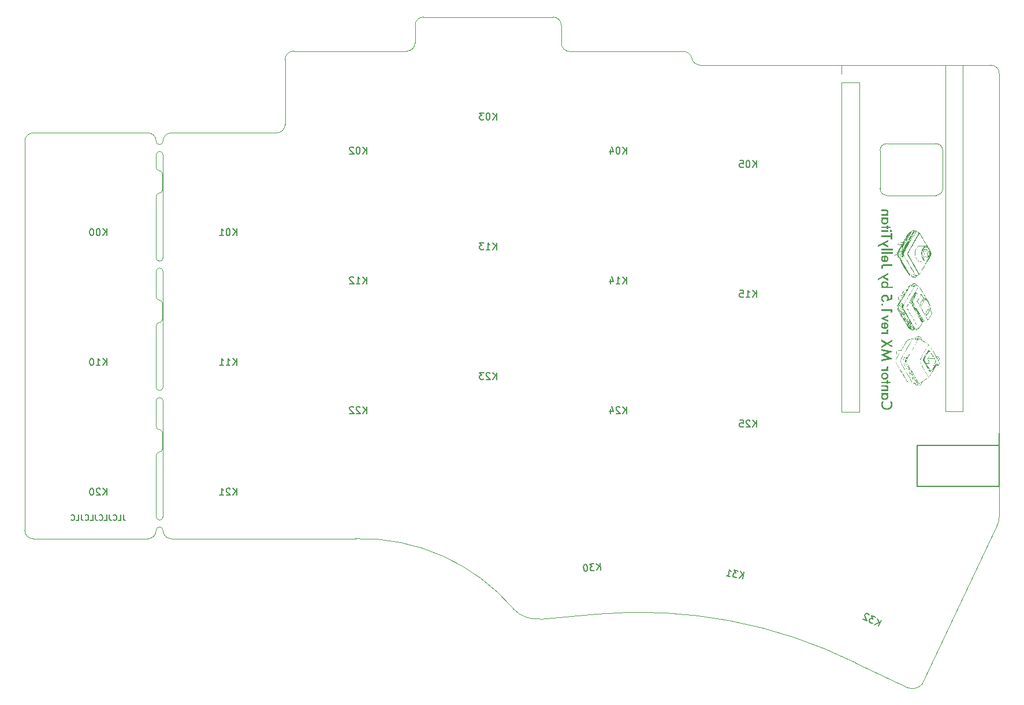
<source format=gbo>
%TF.GenerationSoftware,KiCad,Pcbnew,(7.0.0-0)*%
%TF.CreationDate,2023-05-03T16:44:54-07:00*%
%TF.ProjectId,keyboard_pcb,6b657962-6f61-4726-945f-7063622e6b69,rev1.0*%
%TF.SameCoordinates,PX78114e0PY44b6550*%
%TF.FileFunction,Legend,Bot*%
%TF.FilePolarity,Positive*%
%FSLAX46Y46*%
G04 Gerber Fmt 4.6, Leading zero omitted, Abs format (unit mm)*
G04 Created by KiCad (PCBNEW (7.0.0-0)) date 2023-05-03 16:44:54*
%MOMM*%
%LPD*%
G01*
G04 APERTURE LIST*
%ADD10C,0.200000*%
%ADD11C,0.250000*%
%ADD12C,0.150000*%
%ADD13C,0.120000*%
%TA.AperFunction,Profile*%
%ADD14C,0.100000*%
%TD*%
G04 APERTURE END LIST*
D10*
X-53429048Y-43255904D02*
X-53429048Y-43827333D01*
X-53429048Y-43827333D02*
X-53390953Y-43941619D01*
X-53390953Y-43941619D02*
X-53314762Y-44017809D01*
X-53314762Y-44017809D02*
X-53200477Y-44055904D01*
X-53200477Y-44055904D02*
X-53124286Y-44055904D01*
X-54190953Y-44055904D02*
X-53810001Y-44055904D01*
X-53810001Y-44055904D02*
X-53810001Y-43255904D01*
X-54914763Y-43979714D02*
X-54876667Y-44017809D01*
X-54876667Y-44017809D02*
X-54762382Y-44055904D01*
X-54762382Y-44055904D02*
X-54686191Y-44055904D01*
X-54686191Y-44055904D02*
X-54571905Y-44017809D01*
X-54571905Y-44017809D02*
X-54495715Y-43941619D01*
X-54495715Y-43941619D02*
X-54457620Y-43865428D01*
X-54457620Y-43865428D02*
X-54419524Y-43713047D01*
X-54419524Y-43713047D02*
X-54419524Y-43598761D01*
X-54419524Y-43598761D02*
X-54457620Y-43446380D01*
X-54457620Y-43446380D02*
X-54495715Y-43370190D01*
X-54495715Y-43370190D02*
X-54571905Y-43294000D01*
X-54571905Y-43294000D02*
X-54686191Y-43255904D01*
X-54686191Y-43255904D02*
X-54762382Y-43255904D01*
X-54762382Y-43255904D02*
X-54876667Y-43294000D01*
X-54876667Y-43294000D02*
X-54914763Y-43332095D01*
X-55486191Y-43255904D02*
X-55486191Y-43827333D01*
X-55486191Y-43827333D02*
X-55448096Y-43941619D01*
X-55448096Y-43941619D02*
X-55371905Y-44017809D01*
X-55371905Y-44017809D02*
X-55257620Y-44055904D01*
X-55257620Y-44055904D02*
X-55181429Y-44055904D01*
X-56248096Y-44055904D02*
X-55867144Y-44055904D01*
X-55867144Y-44055904D02*
X-55867144Y-43255904D01*
X-56971906Y-43979714D02*
X-56933810Y-44017809D01*
X-56933810Y-44017809D02*
X-56819525Y-44055904D01*
X-56819525Y-44055904D02*
X-56743334Y-44055904D01*
X-56743334Y-44055904D02*
X-56629048Y-44017809D01*
X-56629048Y-44017809D02*
X-56552858Y-43941619D01*
X-56552858Y-43941619D02*
X-56514763Y-43865428D01*
X-56514763Y-43865428D02*
X-56476667Y-43713047D01*
X-56476667Y-43713047D02*
X-56476667Y-43598761D01*
X-56476667Y-43598761D02*
X-56514763Y-43446380D01*
X-56514763Y-43446380D02*
X-56552858Y-43370190D01*
X-56552858Y-43370190D02*
X-56629048Y-43294000D01*
X-56629048Y-43294000D02*
X-56743334Y-43255904D01*
X-56743334Y-43255904D02*
X-56819525Y-43255904D01*
X-56819525Y-43255904D02*
X-56933810Y-43294000D01*
X-56933810Y-43294000D02*
X-56971906Y-43332095D01*
X-57543334Y-43255904D02*
X-57543334Y-43827333D01*
X-57543334Y-43827333D02*
X-57505239Y-43941619D01*
X-57505239Y-43941619D02*
X-57429048Y-44017809D01*
X-57429048Y-44017809D02*
X-57314763Y-44055904D01*
X-57314763Y-44055904D02*
X-57238572Y-44055904D01*
X-58305239Y-44055904D02*
X-57924287Y-44055904D01*
X-57924287Y-44055904D02*
X-57924287Y-43255904D01*
X-59029049Y-43979714D02*
X-58990953Y-44017809D01*
X-58990953Y-44017809D02*
X-58876668Y-44055904D01*
X-58876668Y-44055904D02*
X-58800477Y-44055904D01*
X-58800477Y-44055904D02*
X-58686191Y-44017809D01*
X-58686191Y-44017809D02*
X-58610001Y-43941619D01*
X-58610001Y-43941619D02*
X-58571906Y-43865428D01*
X-58571906Y-43865428D02*
X-58533810Y-43713047D01*
X-58533810Y-43713047D02*
X-58533810Y-43598761D01*
X-58533810Y-43598761D02*
X-58571906Y-43446380D01*
X-58571906Y-43446380D02*
X-58610001Y-43370190D01*
X-58610001Y-43370190D02*
X-58686191Y-43294000D01*
X-58686191Y-43294000D02*
X-58800477Y-43255904D01*
X-58800477Y-43255904D02*
X-58876668Y-43255904D01*
X-58876668Y-43255904D02*
X-58990953Y-43294000D01*
X-58990953Y-43294000D02*
X-59029049Y-43332095D01*
X-59600477Y-43255904D02*
X-59600477Y-43827333D01*
X-59600477Y-43827333D02*
X-59562382Y-43941619D01*
X-59562382Y-43941619D02*
X-59486191Y-44017809D01*
X-59486191Y-44017809D02*
X-59371906Y-44055904D01*
X-59371906Y-44055904D02*
X-59295715Y-44055904D01*
X-60362382Y-44055904D02*
X-59981430Y-44055904D01*
X-59981430Y-44055904D02*
X-59981430Y-43255904D01*
X-61086192Y-43979714D02*
X-61048096Y-44017809D01*
X-61048096Y-44017809D02*
X-60933811Y-44055904D01*
X-60933811Y-44055904D02*
X-60857620Y-44055904D01*
X-60857620Y-44055904D02*
X-60743334Y-44017809D01*
X-60743334Y-44017809D02*
X-60667144Y-43941619D01*
X-60667144Y-43941619D02*
X-60629049Y-43865428D01*
X-60629049Y-43865428D02*
X-60590953Y-43713047D01*
X-60590953Y-43713047D02*
X-60590953Y-43598761D01*
X-60590953Y-43598761D02*
X-60629049Y-43446380D01*
X-60629049Y-43446380D02*
X-60667144Y-43370190D01*
X-60667144Y-43370190D02*
X-60743334Y-43294000D01*
X-60743334Y-43294000D02*
X-60857620Y-43255904D01*
X-60857620Y-43255904D02*
X-60933811Y-43255904D01*
X-60933811Y-43255904D02*
X-61048096Y-43294000D01*
X-61048096Y-43294000D02*
X-61086192Y-43332095D01*
D11*
G36*
X59198278Y-26590697D02*
G01*
X58910682Y-26590697D01*
X58921366Y-26603786D01*
X58931710Y-26616903D01*
X58941716Y-26630049D01*
X58951382Y-26643224D01*
X58960710Y-26656428D01*
X58969698Y-26669660D01*
X58978347Y-26682920D01*
X58986656Y-26696210D01*
X58994627Y-26709527D01*
X59002258Y-26722874D01*
X59009551Y-26736249D01*
X59016504Y-26749653D01*
X59023118Y-26763085D01*
X59029392Y-26776546D01*
X59035328Y-26790036D01*
X59046181Y-26817101D01*
X59055678Y-26844281D01*
X59063818Y-26871575D01*
X59070602Y-26898984D01*
X59076029Y-26926507D01*
X59080099Y-26954144D01*
X59082812Y-26981896D01*
X59084169Y-27009763D01*
X59084338Y-27023739D01*
X59084167Y-27039074D01*
X59083653Y-27054256D01*
X59082796Y-27069287D01*
X59081596Y-27084166D01*
X59080054Y-27098894D01*
X59078169Y-27113470D01*
X59073370Y-27142166D01*
X59067201Y-27170256D01*
X59059660Y-27197739D01*
X59050749Y-27224616D01*
X59040466Y-27250885D01*
X59028813Y-27276548D01*
X59015788Y-27301604D01*
X59001393Y-27326053D01*
X58985626Y-27349895D01*
X58968488Y-27373131D01*
X58949980Y-27395759D01*
X58940212Y-27406846D01*
X58930100Y-27417781D01*
X58919646Y-27428565D01*
X58908850Y-27439196D01*
X58897829Y-27449655D01*
X58886658Y-27459781D01*
X58875335Y-27469576D01*
X58863861Y-27479038D01*
X58852237Y-27488169D01*
X58840461Y-27496967D01*
X58816457Y-27513568D01*
X58791849Y-27528841D01*
X58766638Y-27542786D01*
X58740822Y-27555402D01*
X58714402Y-27566691D01*
X58687378Y-27576652D01*
X58659751Y-27585284D01*
X58631519Y-27592588D01*
X58617177Y-27595743D01*
X58602684Y-27598565D01*
X58588040Y-27601055D01*
X58573244Y-27603213D01*
X58558298Y-27605039D01*
X58543201Y-27606533D01*
X58527953Y-27607695D01*
X58512554Y-27608525D01*
X58497004Y-27609023D01*
X58481303Y-27609189D01*
X58465785Y-27609023D01*
X58450419Y-27608525D01*
X58435205Y-27607695D01*
X58420143Y-27606533D01*
X58405232Y-27605039D01*
X58390473Y-27603213D01*
X58375866Y-27601055D01*
X58361410Y-27598565D01*
X58332954Y-27592588D01*
X58305104Y-27585284D01*
X58277862Y-27576652D01*
X58251226Y-27566691D01*
X58225197Y-27555402D01*
X58199775Y-27542786D01*
X58174959Y-27528841D01*
X58150751Y-27513568D01*
X58127149Y-27496967D01*
X58104154Y-27479038D01*
X58092884Y-27469576D01*
X58081765Y-27459781D01*
X58070799Y-27449655D01*
X58059984Y-27439196D01*
X58049435Y-27428497D01*
X58039221Y-27417648D01*
X58029342Y-27406650D01*
X58019798Y-27395502D01*
X58001715Y-27372757D01*
X57984971Y-27349414D01*
X57969566Y-27325473D01*
X57955501Y-27300934D01*
X57942776Y-27275796D01*
X57931390Y-27250061D01*
X57921344Y-27223727D01*
X57912637Y-27196795D01*
X57905269Y-27169265D01*
X57899241Y-27141136D01*
X57894553Y-27112409D01*
X57892711Y-27097822D01*
X57891204Y-27083085D01*
X57890032Y-27068198D01*
X57889195Y-27053161D01*
X57888693Y-27037976D01*
X57888525Y-27022640D01*
X57888687Y-27006896D01*
X57889172Y-26991448D01*
X57889981Y-26976294D01*
X57891113Y-26961434D01*
X57893417Y-26939698D01*
X57896449Y-26918626D01*
X57900209Y-26898216D01*
X57904697Y-26878470D01*
X57909912Y-26859387D01*
X57915855Y-26840968D01*
X57922526Y-26823212D01*
X57929924Y-26806119D01*
X57936685Y-26790564D01*
X57944143Y-26774813D01*
X57952298Y-26758865D01*
X57959325Y-26745965D01*
X57966798Y-26732939D01*
X57974718Y-26719787D01*
X57983084Y-26706510D01*
X57985245Y-26703171D01*
X57994176Y-26689712D01*
X58003564Y-26676082D01*
X58013410Y-26662281D01*
X58023714Y-26648307D01*
X58034476Y-26634162D01*
X58045696Y-26619846D01*
X58057373Y-26605357D01*
X58069509Y-26590697D01*
X57775685Y-26590697D01*
X57768202Y-26603585D01*
X57760956Y-26616514D01*
X57753948Y-26629483D01*
X57747177Y-26642491D01*
X57734349Y-26668629D01*
X57722471Y-26694927D01*
X57711543Y-26721386D01*
X57701565Y-26748004D01*
X57692538Y-26774783D01*
X57684460Y-26801722D01*
X57677333Y-26828822D01*
X57671157Y-26856082D01*
X57665930Y-26883502D01*
X57661654Y-26911082D01*
X57658328Y-26938823D01*
X57655953Y-26966724D01*
X57654527Y-26994785D01*
X57654052Y-27023007D01*
X57654287Y-27044227D01*
X57654990Y-27065251D01*
X57656161Y-27086081D01*
X57657802Y-27106715D01*
X57659911Y-27127154D01*
X57662489Y-27147397D01*
X57665535Y-27167445D01*
X57669050Y-27187298D01*
X57673034Y-27206955D01*
X57677487Y-27226417D01*
X57682408Y-27245684D01*
X57687798Y-27264755D01*
X57693656Y-27283631D01*
X57699984Y-27302312D01*
X57706780Y-27320797D01*
X57714044Y-27339087D01*
X57721778Y-27357182D01*
X57729980Y-27375081D01*
X57738650Y-27392785D01*
X57747790Y-27410294D01*
X57757398Y-27427607D01*
X57767475Y-27444725D01*
X57778020Y-27461647D01*
X57789035Y-27478374D01*
X57800517Y-27494906D01*
X57812469Y-27511243D01*
X57824889Y-27527384D01*
X57837778Y-27543330D01*
X57851136Y-27559080D01*
X57864962Y-27574635D01*
X57879257Y-27589995D01*
X57894021Y-27605159D01*
X57909254Y-27619923D01*
X57924682Y-27634218D01*
X57940306Y-27648044D01*
X57956125Y-27661402D01*
X57972140Y-27674291D01*
X57988350Y-27686711D01*
X58004755Y-27698663D01*
X58021355Y-27710146D01*
X58038151Y-27721160D01*
X58055142Y-27731705D01*
X58072329Y-27741782D01*
X58089711Y-27751390D01*
X58107288Y-27760530D01*
X58125061Y-27769200D01*
X58143029Y-27777402D01*
X58161192Y-27785136D01*
X58179551Y-27792400D01*
X58198105Y-27799196D01*
X58216854Y-27805524D01*
X58235799Y-27811382D01*
X58254939Y-27816772D01*
X58274274Y-27821694D01*
X58293805Y-27826146D01*
X58313531Y-27830130D01*
X58333452Y-27833645D01*
X58353569Y-27836692D01*
X58373881Y-27839269D01*
X58394389Y-27841378D01*
X58415091Y-27843019D01*
X58435989Y-27844191D01*
X58457083Y-27844894D01*
X58478372Y-27845128D01*
X58497472Y-27844932D01*
X58516441Y-27844344D01*
X58535279Y-27843363D01*
X58553986Y-27841991D01*
X58572562Y-27840226D01*
X58591007Y-27838070D01*
X58609322Y-27835521D01*
X58627505Y-27832580D01*
X58645557Y-27829247D01*
X58663479Y-27825522D01*
X58681269Y-27821404D01*
X58698929Y-27816895D01*
X58716457Y-27811993D01*
X58733855Y-27806700D01*
X58751122Y-27801014D01*
X58768258Y-27794936D01*
X58785262Y-27788466D01*
X58802136Y-27781604D01*
X58818879Y-27774350D01*
X58835491Y-27766703D01*
X58851972Y-27758665D01*
X58868322Y-27750234D01*
X58884541Y-27741411D01*
X58900630Y-27732196D01*
X58916587Y-27722589D01*
X58932413Y-27712590D01*
X58948108Y-27702199D01*
X58963673Y-27691415D01*
X58979106Y-27680240D01*
X58994409Y-27668672D01*
X59009580Y-27656712D01*
X59024621Y-27644360D01*
X59042721Y-27628763D01*
X59060246Y-27612882D01*
X59077196Y-27596717D01*
X59093572Y-27580269D01*
X59109373Y-27563538D01*
X59124600Y-27546524D01*
X59139252Y-27529226D01*
X59153329Y-27511645D01*
X59166832Y-27493780D01*
X59179760Y-27475632D01*
X59192114Y-27457201D01*
X59203893Y-27438486D01*
X59215098Y-27419488D01*
X59225728Y-27400207D01*
X59235783Y-27380642D01*
X59245264Y-27360794D01*
X59254170Y-27340663D01*
X59262502Y-27320248D01*
X59270259Y-27299550D01*
X59277441Y-27278568D01*
X59284049Y-27257304D01*
X59290082Y-27235755D01*
X59295541Y-27213924D01*
X59300425Y-27191809D01*
X59304734Y-27169411D01*
X59308469Y-27146729D01*
X59311629Y-27123764D01*
X59314215Y-27100515D01*
X59316226Y-27076984D01*
X59317662Y-27053169D01*
X59318524Y-27029070D01*
X59318811Y-27004688D01*
X59318341Y-26977955D01*
X59316928Y-26951336D01*
X59314574Y-26924832D01*
X59311278Y-26898443D01*
X59307041Y-26872167D01*
X59301861Y-26846007D01*
X59295741Y-26819961D01*
X59288678Y-26794029D01*
X59280674Y-26768212D01*
X59271728Y-26742509D01*
X59261840Y-26716921D01*
X59251011Y-26691447D01*
X59239240Y-26666088D01*
X59226528Y-26640843D01*
X59212873Y-26615712D01*
X59198278Y-26590697D01*
G37*
G36*
X58685734Y-25614336D02*
G01*
X58567032Y-25614336D01*
X58584245Y-25631787D01*
X58600348Y-25649518D01*
X58615341Y-25667530D01*
X58629222Y-25685823D01*
X58641994Y-25704396D01*
X58653654Y-25723249D01*
X58664204Y-25742383D01*
X58673644Y-25761798D01*
X58681973Y-25781492D01*
X58689192Y-25801468D01*
X58695300Y-25821724D01*
X58700297Y-25842260D01*
X58704184Y-25863077D01*
X58706960Y-25884175D01*
X58708626Y-25905553D01*
X58709181Y-25927211D01*
X58708596Y-25952137D01*
X58706840Y-25976538D01*
X58703913Y-26000417D01*
X58699816Y-26023771D01*
X58694548Y-26046601D01*
X58688110Y-26068908D01*
X58680500Y-26090691D01*
X58671721Y-26111950D01*
X58661770Y-26132686D01*
X58650649Y-26152897D01*
X58638357Y-26172585D01*
X58624895Y-26191749D01*
X58610262Y-26210389D01*
X58594458Y-26228506D01*
X58577483Y-26246098D01*
X58559338Y-26263167D01*
X58540316Y-26279404D01*
X58520710Y-26294594D01*
X58500520Y-26308736D01*
X58479746Y-26321831D01*
X58458388Y-26333878D01*
X58436446Y-26344878D01*
X58413920Y-26354830D01*
X58390811Y-26363734D01*
X58367117Y-26371591D01*
X58342840Y-26378400D01*
X58317979Y-26384162D01*
X58292534Y-26388876D01*
X58266504Y-26392542D01*
X58239892Y-26395161D01*
X58212695Y-26396733D01*
X58184914Y-26397256D01*
X58156678Y-26396733D01*
X58129032Y-26395161D01*
X58101975Y-26392542D01*
X58075508Y-26388876D01*
X58049631Y-26384162D01*
X58024343Y-26378400D01*
X57999645Y-26371591D01*
X57975537Y-26363734D01*
X57952018Y-26354830D01*
X57929089Y-26344878D01*
X57906749Y-26333878D01*
X57884999Y-26321831D01*
X57863839Y-26308736D01*
X57843268Y-26294594D01*
X57823287Y-26279404D01*
X57803895Y-26263167D01*
X57785750Y-26245945D01*
X57768776Y-26228168D01*
X57752972Y-26209835D01*
X57738339Y-26190947D01*
X57724876Y-26171504D01*
X57712585Y-26151506D01*
X57701463Y-26130952D01*
X57691513Y-26109844D01*
X57682733Y-26088179D01*
X57675124Y-26065960D01*
X57668685Y-26043185D01*
X57663417Y-26019855D01*
X57659320Y-25995970D01*
X57656393Y-25971530D01*
X57654638Y-25946534D01*
X57654052Y-25920983D01*
X57654569Y-25900551D01*
X57655696Y-25885812D01*
X57862147Y-25885812D01*
X57862236Y-25893259D01*
X57862946Y-25907914D01*
X57865341Y-25929295D01*
X57869334Y-25949954D01*
X57874924Y-25969892D01*
X57882111Y-25989109D01*
X57890895Y-26007605D01*
X57901277Y-26025379D01*
X57913255Y-26042433D01*
X57926830Y-26058764D01*
X57942003Y-26074375D01*
X57953005Y-26084381D01*
X57964434Y-26093698D01*
X57976281Y-26102413D01*
X57988546Y-26110528D01*
X58001228Y-26118041D01*
X58014329Y-26124953D01*
X58027847Y-26131264D01*
X58041783Y-26136975D01*
X58056137Y-26142084D01*
X58070909Y-26146592D01*
X58086099Y-26150499D01*
X58101706Y-26153804D01*
X58117732Y-26156509D01*
X58134175Y-26158613D01*
X58151037Y-26160116D01*
X58168316Y-26161017D01*
X58186013Y-26161318D01*
X58202605Y-26161009D01*
X58218860Y-26160081D01*
X58234777Y-26158536D01*
X58250356Y-26156372D01*
X58265597Y-26153590D01*
X58280501Y-26150189D01*
X58295067Y-26146171D01*
X58309295Y-26141534D01*
X58323185Y-26136279D01*
X58336738Y-26130406D01*
X58349953Y-26123914D01*
X58362830Y-26116804D01*
X58375369Y-26109076D01*
X58387571Y-26100730D01*
X58399435Y-26091766D01*
X58410961Y-26082183D01*
X58416506Y-26077176D01*
X58427067Y-26066929D01*
X58441589Y-26050979D01*
X58454527Y-26034334D01*
X58465881Y-26016993D01*
X58475651Y-25998957D01*
X58483836Y-25980225D01*
X58490437Y-25960798D01*
X58495454Y-25940675D01*
X58498886Y-25919856D01*
X58500734Y-25898343D01*
X58501086Y-25883614D01*
X58500739Y-25868045D01*
X58499695Y-25852845D01*
X58497957Y-25838014D01*
X58494044Y-25816461D01*
X58488567Y-25795738D01*
X58481525Y-25775846D01*
X58472918Y-25756784D01*
X58462746Y-25738554D01*
X58451009Y-25721154D01*
X58437707Y-25704585D01*
X58422840Y-25688847D01*
X58412060Y-25678816D01*
X58400509Y-25669278D01*
X58388572Y-25660355D01*
X58376249Y-25652047D01*
X58363539Y-25644355D01*
X58350443Y-25637278D01*
X58336961Y-25630817D01*
X58323092Y-25624970D01*
X58308837Y-25619740D01*
X58294195Y-25615124D01*
X58279167Y-25611124D01*
X58263752Y-25607740D01*
X58247952Y-25604971D01*
X58231764Y-25602817D01*
X58215191Y-25601278D01*
X58198230Y-25600355D01*
X58180884Y-25600048D01*
X58163582Y-25600355D01*
X58146663Y-25601278D01*
X58130128Y-25602817D01*
X58113977Y-25604971D01*
X58098209Y-25607740D01*
X58082824Y-25611124D01*
X58067823Y-25615124D01*
X58053206Y-25619740D01*
X58038972Y-25624970D01*
X58025122Y-25630817D01*
X58011655Y-25637278D01*
X57998572Y-25644355D01*
X57985872Y-25652047D01*
X57973556Y-25660355D01*
X57961624Y-25669278D01*
X57950075Y-25678816D01*
X57934361Y-25694020D01*
X57920193Y-25710093D01*
X57907571Y-25727035D01*
X57896494Y-25744847D01*
X57886963Y-25763529D01*
X57878977Y-25783080D01*
X57872537Y-25803500D01*
X57867643Y-25824789D01*
X57865238Y-25839465D01*
X57863521Y-25854528D01*
X57862491Y-25869977D01*
X57862147Y-25885812D01*
X57655696Y-25885812D01*
X57656119Y-25880288D01*
X57658702Y-25860194D01*
X57662318Y-25840268D01*
X57666968Y-25820512D01*
X57672651Y-25800924D01*
X57679367Y-25781505D01*
X57687117Y-25762255D01*
X57695899Y-25743174D01*
X57705715Y-25724262D01*
X57716565Y-25705519D01*
X57728447Y-25686945D01*
X57741363Y-25668539D01*
X57755312Y-25650303D01*
X57770294Y-25632235D01*
X57786310Y-25614336D01*
X57677500Y-25614336D01*
X57677500Y-25389022D01*
X58685734Y-25389022D01*
X58685734Y-25614336D01*
G37*
G36*
X58685734Y-25091534D02*
G01*
X58685734Y-24855595D01*
X58590846Y-24855595D01*
X58605175Y-24840273D01*
X58618581Y-24824712D01*
X58631061Y-24808914D01*
X58642617Y-24792879D01*
X58653249Y-24776605D01*
X58662956Y-24760095D01*
X58671739Y-24743346D01*
X58679597Y-24726360D01*
X58686531Y-24709137D01*
X58692540Y-24691676D01*
X58697625Y-24673978D01*
X58701785Y-24656041D01*
X58705021Y-24637868D01*
X58707332Y-24619457D01*
X58708719Y-24600808D01*
X58709181Y-24581921D01*
X58708751Y-24560289D01*
X58707458Y-24539263D01*
X58705304Y-24518844D01*
X58702289Y-24499031D01*
X58698412Y-24479826D01*
X58693674Y-24461227D01*
X58688074Y-24443235D01*
X58681612Y-24425850D01*
X58674289Y-24409072D01*
X58666105Y-24392900D01*
X58657059Y-24377336D01*
X58647151Y-24362378D01*
X58636382Y-24348026D01*
X58624751Y-24334282D01*
X58612259Y-24321144D01*
X58598906Y-24308614D01*
X58586718Y-24298365D01*
X58573604Y-24288778D01*
X58559562Y-24279853D01*
X58544592Y-24271588D01*
X58528695Y-24263984D01*
X58511871Y-24257042D01*
X58494120Y-24250761D01*
X58475441Y-24245141D01*
X58455835Y-24240182D01*
X58435301Y-24235885D01*
X58413840Y-24232248D01*
X58391452Y-24229273D01*
X58368136Y-24226959D01*
X58343893Y-24225306D01*
X58318723Y-24224314D01*
X58292625Y-24223983D01*
X57677500Y-24223983D01*
X57677500Y-24459922D01*
X58238403Y-24459922D01*
X58256593Y-24460082D01*
X58274066Y-24460563D01*
X58290825Y-24461365D01*
X58306868Y-24462487D01*
X58322195Y-24463929D01*
X58336806Y-24465692D01*
X58357382Y-24468938D01*
X58376348Y-24472905D01*
X58393704Y-24477593D01*
X58409450Y-24483003D01*
X58423585Y-24489134D01*
X58439929Y-24498430D01*
X58443567Y-24500955D01*
X58457048Y-24511877D01*
X58468732Y-24524860D01*
X58478618Y-24539904D01*
X58486707Y-24557009D01*
X58491593Y-24571189D01*
X58495469Y-24586530D01*
X58498334Y-24603029D01*
X58500188Y-24620687D01*
X58501030Y-24639505D01*
X58501086Y-24646035D01*
X58500417Y-24666947D01*
X58498407Y-24686680D01*
X58495059Y-24705235D01*
X58490370Y-24722611D01*
X58484342Y-24738809D01*
X58476975Y-24753828D01*
X58468268Y-24767668D01*
X58458222Y-24780331D01*
X58446836Y-24791814D01*
X58434110Y-24802119D01*
X58424883Y-24808334D01*
X58409812Y-24816781D01*
X58392764Y-24824396D01*
X58373739Y-24831180D01*
X58352737Y-24837134D01*
X58337638Y-24840642D01*
X58321659Y-24843780D01*
X58304802Y-24846549D01*
X58287067Y-24848949D01*
X58268452Y-24850980D01*
X58248959Y-24852642D01*
X58228587Y-24853934D01*
X58207337Y-24854857D01*
X58185207Y-24855411D01*
X58162199Y-24855595D01*
X57677500Y-24855595D01*
X57677500Y-25091534D01*
X58685734Y-25091534D01*
G37*
G36*
X58474708Y-23705212D02*
G01*
X57677500Y-23705212D01*
X57677500Y-23941150D01*
X58474708Y-23941150D01*
X58474708Y-24034940D01*
X58682803Y-24034940D01*
X58682803Y-23941150D01*
X59060891Y-23941150D01*
X59060891Y-23705212D01*
X58682803Y-23705212D01*
X58682803Y-23519099D01*
X58474708Y-23519099D01*
X58474708Y-23705212D01*
G37*
G36*
X58208411Y-22344399D02*
G01*
X58235398Y-22346189D01*
X58261843Y-22349173D01*
X58287748Y-22353350D01*
X58313111Y-22358721D01*
X58337934Y-22365286D01*
X58362216Y-22373044D01*
X58385956Y-22381996D01*
X58409156Y-22392141D01*
X58431815Y-22403479D01*
X58453933Y-22416012D01*
X58475510Y-22429737D01*
X58496545Y-22444657D01*
X58517040Y-22460770D01*
X58536994Y-22478076D01*
X58556407Y-22496576D01*
X58574907Y-22516164D01*
X58592214Y-22536275D01*
X58608327Y-22556910D01*
X58623246Y-22578069D01*
X58636972Y-22599752D01*
X58649504Y-22621958D01*
X58660843Y-22644689D01*
X58670988Y-22667943D01*
X58679939Y-22691721D01*
X58687697Y-22716022D01*
X58694262Y-22740848D01*
X58699633Y-22766197D01*
X58703810Y-22792070D01*
X58706794Y-22818467D01*
X58708585Y-22845388D01*
X58709181Y-22872832D01*
X58708587Y-22900139D01*
X58706806Y-22926922D01*
X58703836Y-22953182D01*
X58699679Y-22978917D01*
X58694334Y-23004129D01*
X58687800Y-23028817D01*
X58680080Y-23052982D01*
X58671171Y-23076622D01*
X58661075Y-23099739D01*
X58649790Y-23122332D01*
X58637318Y-23144401D01*
X58623658Y-23165946D01*
X58608810Y-23186968D01*
X58592775Y-23207466D01*
X58575551Y-23227440D01*
X58557140Y-23246890D01*
X58537929Y-23265479D01*
X58518214Y-23282868D01*
X58497995Y-23299058D01*
X58477273Y-23314049D01*
X58456046Y-23327841D01*
X58434316Y-23340433D01*
X58412083Y-23351826D01*
X58389345Y-23362020D01*
X58366104Y-23371014D01*
X58342359Y-23378810D01*
X58318110Y-23385406D01*
X58293358Y-23390802D01*
X58268102Y-23395000D01*
X58242342Y-23397998D01*
X58216078Y-23399797D01*
X58189310Y-23400397D01*
X58160901Y-23399808D01*
X58133102Y-23398044D01*
X58105912Y-23395103D01*
X58079332Y-23390986D01*
X58053362Y-23385692D01*
X58028001Y-23379222D01*
X58003250Y-23371575D01*
X57979109Y-23362753D01*
X57955577Y-23352754D01*
X57932655Y-23341578D01*
X57910343Y-23329226D01*
X57888640Y-23315698D01*
X57867547Y-23300993D01*
X57847063Y-23285112D01*
X57827189Y-23268055D01*
X57807925Y-23249821D01*
X57789292Y-23230761D01*
X57771861Y-23211135D01*
X57755632Y-23190942D01*
X57740606Y-23170182D01*
X57726781Y-23148856D01*
X57714159Y-23126963D01*
X57702739Y-23104503D01*
X57692520Y-23081477D01*
X57683504Y-23057883D01*
X57675691Y-23033723D01*
X57669079Y-23008996D01*
X57663669Y-22983703D01*
X57659462Y-22957843D01*
X57656456Y-22931416D01*
X57654653Y-22904422D01*
X57654052Y-22876862D01*
X57654145Y-22872466D01*
X57862147Y-22872466D01*
X57862491Y-22888796D01*
X57863521Y-22904723D01*
X57865238Y-22920246D01*
X57867643Y-22935366D01*
X57870734Y-22950082D01*
X57874512Y-22964394D01*
X57881467Y-22985107D01*
X57889968Y-23004911D01*
X57900014Y-23023807D01*
X57911606Y-23041795D01*
X57924744Y-23058875D01*
X57939427Y-23075047D01*
X57950075Y-23085323D01*
X57955562Y-23090192D01*
X57972755Y-23103871D01*
X57984825Y-23112217D01*
X57997381Y-23119945D01*
X58010424Y-23127055D01*
X58023954Y-23133546D01*
X58037970Y-23139419D01*
X58052473Y-23144674D01*
X58067463Y-23149311D01*
X58082939Y-23153330D01*
X58098901Y-23156730D01*
X58115351Y-23159512D01*
X58132286Y-23161676D01*
X58149709Y-23163222D01*
X58167618Y-23164149D01*
X58186013Y-23164458D01*
X58203215Y-23164143D01*
X58220016Y-23163199D01*
X58236417Y-23161624D01*
X58252417Y-23159421D01*
X58268016Y-23156587D01*
X58283214Y-23153124D01*
X58298012Y-23149031D01*
X58312409Y-23144308D01*
X58326405Y-23138956D01*
X58340001Y-23132974D01*
X58353195Y-23126362D01*
X58365990Y-23119120D01*
X58378383Y-23111249D01*
X58390376Y-23102749D01*
X58401968Y-23093618D01*
X58413159Y-23083858D01*
X58423806Y-23073544D01*
X58438490Y-23057348D01*
X58451627Y-23040283D01*
X58463219Y-23022349D01*
X58473266Y-23003545D01*
X58481766Y-22983872D01*
X58488722Y-22963330D01*
X58492500Y-22949152D01*
X58495591Y-22934587D01*
X58497995Y-22919637D01*
X58499713Y-22904299D01*
X58500743Y-22888576D01*
X58501086Y-22872466D01*
X58500743Y-22856135D01*
X58499713Y-22840208D01*
X58497995Y-22824685D01*
X58495591Y-22809566D01*
X58492500Y-22794849D01*
X58488722Y-22780537D01*
X58481766Y-22759825D01*
X58473266Y-22740021D01*
X58463219Y-22721125D01*
X58451627Y-22703137D01*
X58438490Y-22686057D01*
X58423806Y-22669885D01*
X58413159Y-22659608D01*
X58402076Y-22649937D01*
X58390536Y-22640889D01*
X58378538Y-22632466D01*
X58366081Y-22624666D01*
X58353167Y-22617490D01*
X58339795Y-22610939D01*
X58325964Y-22605011D01*
X58311676Y-22599707D01*
X58296930Y-22595028D01*
X58281726Y-22590972D01*
X58266064Y-22587540D01*
X58249944Y-22584732D01*
X58233366Y-22582548D01*
X58216330Y-22580989D01*
X58198836Y-22580053D01*
X58180884Y-22579741D01*
X58171873Y-22579819D01*
X58154193Y-22580443D01*
X58136969Y-22581691D01*
X58120199Y-22583562D01*
X58103884Y-22586058D01*
X58088025Y-22589178D01*
X58072620Y-22592922D01*
X58057671Y-22597290D01*
X58043176Y-22602281D01*
X58029137Y-22607897D01*
X58015553Y-22614137D01*
X58002424Y-22621000D01*
X57989750Y-22628488D01*
X57971593Y-22640889D01*
X57960057Y-22649937D01*
X57948975Y-22659608D01*
X57938461Y-22669756D01*
X57923961Y-22685767D01*
X57910988Y-22702725D01*
X57899541Y-22720629D01*
X57889620Y-22739480D01*
X57881226Y-22759277D01*
X57874357Y-22780022D01*
X57870626Y-22794377D01*
X57867574Y-22809153D01*
X57865200Y-22824350D01*
X57863504Y-22839968D01*
X57862486Y-22856006D01*
X57862147Y-22872466D01*
X57654145Y-22872466D01*
X57654642Y-22849020D01*
X57656411Y-22821730D01*
X57659359Y-22794993D01*
X57663486Y-22768807D01*
X57668793Y-22743175D01*
X57675278Y-22718095D01*
X57682943Y-22693567D01*
X57691788Y-22669591D01*
X57701811Y-22646168D01*
X57713014Y-22623298D01*
X57725396Y-22600980D01*
X57738957Y-22579214D01*
X57753698Y-22558001D01*
X57769617Y-22537340D01*
X57786716Y-22517231D01*
X57804994Y-22497675D01*
X57824237Y-22479042D01*
X57844046Y-22461611D01*
X57864423Y-22445382D01*
X57885365Y-22430356D01*
X57906875Y-22416531D01*
X57928951Y-22403909D01*
X57951594Y-22392488D01*
X57974804Y-22382270D01*
X57998581Y-22373254D01*
X58022924Y-22365440D01*
X58047834Y-22358829D01*
X58073310Y-22353419D01*
X58099354Y-22349212D01*
X58125964Y-22346206D01*
X58153141Y-22344403D01*
X58180884Y-22343802D01*
X58208411Y-22344399D01*
G37*
G36*
X58685734Y-22091743D02*
G01*
X58685734Y-21855805D01*
X58589747Y-21855805D01*
X58602144Y-21843981D01*
X58613781Y-21832415D01*
X58624658Y-21821106D01*
X58634775Y-21810055D01*
X58647083Y-21795721D01*
X58658039Y-21781845D01*
X58667645Y-21768427D01*
X58675899Y-21755467D01*
X58682803Y-21742965D01*
X58690402Y-21726824D01*
X58696713Y-21709770D01*
X58700835Y-21695470D01*
X58704132Y-21680587D01*
X58706605Y-21665119D01*
X58708254Y-21649068D01*
X58709078Y-21632433D01*
X58709181Y-21623896D01*
X58708676Y-21606721D01*
X58707159Y-21589404D01*
X58704631Y-21571945D01*
X58701093Y-21554344D01*
X58696543Y-21536602D01*
X58690982Y-21518718D01*
X58684410Y-21500693D01*
X58676827Y-21482525D01*
X58668233Y-21464217D01*
X58658627Y-21445766D01*
X58651662Y-21433387D01*
X58427814Y-21538900D01*
X58436194Y-21551170D01*
X58446086Y-21567450D01*
X58454512Y-21583639D01*
X58461473Y-21599736D01*
X58466969Y-21615742D01*
X58470999Y-21631656D01*
X58473563Y-21647478D01*
X58474662Y-21663209D01*
X58474708Y-21667127D01*
X58473602Y-21689975D01*
X58470283Y-21711349D01*
X58464752Y-21731248D01*
X58457008Y-21749674D01*
X58447052Y-21766625D01*
X58434883Y-21782103D01*
X58420502Y-21796106D01*
X58403908Y-21808635D01*
X58385102Y-21819691D01*
X58364083Y-21829272D01*
X58340852Y-21837379D01*
X58315408Y-21844012D01*
X58287752Y-21849172D01*
X58273094Y-21851198D01*
X58257883Y-21852857D01*
X58242119Y-21854147D01*
X58225802Y-21855068D01*
X58208932Y-21855621D01*
X58191509Y-21855805D01*
X57677500Y-21855805D01*
X57677500Y-22091743D01*
X58685734Y-22091743D01*
G37*
G36*
X57677500Y-20664755D02*
G01*
X59388054Y-20331729D01*
X58151575Y-19788045D01*
X59388054Y-19225309D01*
X57677500Y-18925990D01*
X57677500Y-19170721D01*
X58638107Y-19323495D01*
X57604227Y-19792441D01*
X58638839Y-20247466D01*
X57677500Y-20417825D01*
X57677500Y-20664755D01*
G37*
G36*
X58510978Y-18260306D02*
G01*
X59271917Y-18696279D01*
X59271917Y-18424437D01*
X58731896Y-18121820D01*
X59271917Y-17804182D01*
X59271917Y-17530142D01*
X58510978Y-17986632D01*
X57677500Y-17507794D01*
X57677500Y-17775240D01*
X58287862Y-18126217D01*
X57677500Y-18487085D01*
X57677500Y-18757829D01*
X58510978Y-18260306D01*
G37*
G36*
X58685734Y-16695930D02*
G01*
X58685734Y-16459992D01*
X58589747Y-16459992D01*
X58602144Y-16448168D01*
X58613781Y-16436602D01*
X58624658Y-16425293D01*
X58634775Y-16414242D01*
X58647083Y-16399908D01*
X58658039Y-16386032D01*
X58667645Y-16372614D01*
X58675899Y-16359654D01*
X58682803Y-16347152D01*
X58690402Y-16331011D01*
X58696713Y-16313957D01*
X58700835Y-16299657D01*
X58704132Y-16284774D01*
X58706605Y-16269306D01*
X58708254Y-16253255D01*
X58709078Y-16236620D01*
X58709181Y-16228083D01*
X58708676Y-16210908D01*
X58707159Y-16193591D01*
X58704631Y-16176132D01*
X58701093Y-16158531D01*
X58696543Y-16140789D01*
X58690982Y-16122905D01*
X58684410Y-16104880D01*
X58676827Y-16086712D01*
X58668233Y-16068404D01*
X58658627Y-16049953D01*
X58651662Y-16037574D01*
X58427814Y-16143087D01*
X58436194Y-16155357D01*
X58446086Y-16171637D01*
X58454512Y-16187826D01*
X58461473Y-16203923D01*
X58466969Y-16219929D01*
X58470999Y-16235843D01*
X58473563Y-16251665D01*
X58474662Y-16267396D01*
X58474708Y-16271314D01*
X58473602Y-16294162D01*
X58470283Y-16315536D01*
X58464752Y-16335435D01*
X58457008Y-16353861D01*
X58447052Y-16370812D01*
X58434883Y-16386290D01*
X58420502Y-16400293D01*
X58403908Y-16412822D01*
X58385102Y-16423878D01*
X58364083Y-16433459D01*
X58340852Y-16441566D01*
X58315408Y-16448200D01*
X58287752Y-16453359D01*
X58273094Y-16455385D01*
X58257883Y-16457044D01*
X58242119Y-16458334D01*
X58225802Y-16459255D01*
X58208932Y-16459808D01*
X58191509Y-16459992D01*
X57677500Y-16459992D01*
X57677500Y-16695930D01*
X58685734Y-16695930D01*
G37*
G36*
X58050092Y-15197134D02*
G01*
X58036891Y-15205958D01*
X58024217Y-15214662D01*
X58012070Y-15223246D01*
X57994837Y-15235897D01*
X57978788Y-15248276D01*
X57963925Y-15260386D01*
X57950246Y-15272225D01*
X57937753Y-15283793D01*
X57926444Y-15295091D01*
X57913209Y-15309734D01*
X57902081Y-15323896D01*
X57894944Y-15334742D01*
X57886521Y-15350035D01*
X57879345Y-15366278D01*
X57873417Y-15383472D01*
X57868738Y-15401615D01*
X57865306Y-15420709D01*
X57863551Y-15435653D01*
X57862498Y-15451132D01*
X57862147Y-15467145D01*
X57862420Y-15480865D01*
X57863855Y-15500860D01*
X57866521Y-15520153D01*
X57870416Y-15538744D01*
X57875541Y-15556633D01*
X57881896Y-15573821D01*
X57889481Y-15590306D01*
X57898297Y-15606089D01*
X57908342Y-15621171D01*
X57919617Y-15635550D01*
X57932123Y-15649228D01*
X57945815Y-15662013D01*
X57960377Y-15673717D01*
X57975808Y-15684339D01*
X57992109Y-15693878D01*
X58009279Y-15702336D01*
X58027319Y-15709712D01*
X58046228Y-15716006D01*
X58066006Y-15721218D01*
X58086654Y-15725348D01*
X58108171Y-15728397D01*
X58122998Y-15729828D01*
X58122998Y-15248792D01*
X58310577Y-15248792D01*
X58310577Y-15714441D01*
X58316081Y-15712981D01*
X58332147Y-15708121D01*
X58347543Y-15702539D01*
X58362269Y-15696237D01*
X58376325Y-15689213D01*
X58389712Y-15681468D01*
X58391899Y-15680086D01*
X58404591Y-15671465D01*
X58416535Y-15662277D01*
X58427732Y-15652523D01*
X58438182Y-15642202D01*
X58449429Y-15629444D01*
X58456928Y-15619780D01*
X58466465Y-15605711D01*
X58474880Y-15591009D01*
X58482173Y-15575677D01*
X58487531Y-15562033D01*
X58489172Y-15557386D01*
X58493461Y-15543188D01*
X58496797Y-15528604D01*
X58499180Y-15513633D01*
X58500610Y-15498276D01*
X58501086Y-15482532D01*
X58500342Y-15459895D01*
X58498110Y-15438328D01*
X58494389Y-15417831D01*
X58489180Y-15398406D01*
X58482482Y-15380050D01*
X58474296Y-15362765D01*
X58464622Y-15346551D01*
X58453459Y-15331407D01*
X58440808Y-15317333D01*
X58426669Y-15304330D01*
X58411041Y-15292398D01*
X58393925Y-15281535D01*
X58375320Y-15271744D01*
X58355228Y-15263023D01*
X58333646Y-15255372D01*
X58310577Y-15248792D01*
X58122998Y-15248792D01*
X58122998Y-15010655D01*
X58177587Y-15010655D01*
X58193073Y-15010779D01*
X58208347Y-15011153D01*
X58223407Y-15011775D01*
X58238254Y-15012647D01*
X58267309Y-15015137D01*
X58295510Y-15018623D01*
X58322859Y-15023105D01*
X58349354Y-15028584D01*
X58374997Y-15035058D01*
X58399787Y-15042528D01*
X58423723Y-15050995D01*
X58446807Y-15060457D01*
X58469038Y-15070916D01*
X58490416Y-15082371D01*
X58510941Y-15094821D01*
X58530613Y-15108268D01*
X58549432Y-15122711D01*
X58567398Y-15138150D01*
X58584567Y-15154630D01*
X58600629Y-15171832D01*
X58615582Y-15189755D01*
X58629428Y-15208400D01*
X58642167Y-15227766D01*
X58653797Y-15247853D01*
X58664320Y-15268661D01*
X58673736Y-15290191D01*
X58682043Y-15312442D01*
X58689243Y-15335414D01*
X58695335Y-15359107D01*
X58700320Y-15383522D01*
X58704197Y-15408658D01*
X58706966Y-15434515D01*
X58708627Y-15461094D01*
X58709181Y-15488394D01*
X58708616Y-15515443D01*
X58706920Y-15541820D01*
X58704094Y-15567524D01*
X58700137Y-15592556D01*
X58695049Y-15616915D01*
X58688831Y-15640601D01*
X58681482Y-15663615D01*
X58673003Y-15685956D01*
X58663393Y-15707624D01*
X58652652Y-15728620D01*
X58640781Y-15748943D01*
X58627780Y-15768594D01*
X58613648Y-15787572D01*
X58598385Y-15805877D01*
X58581991Y-15823510D01*
X58564467Y-15840470D01*
X58555220Y-15848562D01*
X58536195Y-15863975D01*
X58516463Y-15878360D01*
X58496023Y-15891718D01*
X58474877Y-15904049D01*
X58453024Y-15915352D01*
X58430464Y-15925627D01*
X58407197Y-15934875D01*
X58383223Y-15943095D01*
X58358542Y-15950288D01*
X58333155Y-15956453D01*
X58307060Y-15961591D01*
X58280258Y-15965701D01*
X58252749Y-15968784D01*
X58224533Y-15970839D01*
X58195610Y-15971866D01*
X58180884Y-15971995D01*
X58151437Y-15971464D01*
X58122724Y-15969871D01*
X58094743Y-15967216D01*
X58067494Y-15963500D01*
X58040979Y-15958721D01*
X58015196Y-15952881D01*
X57990146Y-15945978D01*
X57965828Y-15938014D01*
X57942243Y-15928988D01*
X57919392Y-15918900D01*
X57897272Y-15907751D01*
X57875886Y-15895539D01*
X57855232Y-15882265D01*
X57835311Y-15867930D01*
X57816123Y-15852533D01*
X57797667Y-15836074D01*
X57780276Y-15818693D01*
X57764007Y-15800622D01*
X57748860Y-15781862D01*
X57734836Y-15762411D01*
X57721933Y-15742271D01*
X57710152Y-15721442D01*
X57699493Y-15699922D01*
X57689956Y-15677713D01*
X57681541Y-15654813D01*
X57674248Y-15631224D01*
X57668077Y-15606946D01*
X57663028Y-15581977D01*
X57659101Y-15556319D01*
X57656296Y-15529970D01*
X57654613Y-15502932D01*
X57654052Y-15475205D01*
X57654310Y-15455873D01*
X57655083Y-15436897D01*
X57656371Y-15418275D01*
X57658174Y-15400008D01*
X57660492Y-15382097D01*
X57663326Y-15364540D01*
X57666675Y-15347338D01*
X57670539Y-15330491D01*
X57674952Y-15313873D01*
X57679950Y-15297541D01*
X57685531Y-15281495D01*
X57691696Y-15265736D01*
X57698445Y-15250263D01*
X57705778Y-15235076D01*
X57713695Y-15220175D01*
X57722196Y-15205561D01*
X57731378Y-15191209D01*
X57741155Y-15177099D01*
X57751528Y-15163228D01*
X57762496Y-15149598D01*
X57774059Y-15136209D01*
X57786218Y-15123060D01*
X57798972Y-15110151D01*
X57812322Y-15097483D01*
X57826404Y-15084924D01*
X57841173Y-15072525D01*
X57852700Y-15063330D01*
X57864614Y-15054226D01*
X57876915Y-15045213D01*
X57889602Y-15036289D01*
X57902675Y-15027455D01*
X57916134Y-15018712D01*
X57929980Y-15010059D01*
X57944213Y-15001496D01*
X58050092Y-15197134D01*
G37*
G36*
X58685734Y-14670669D02*
G01*
X58121899Y-14412382D01*
X58685734Y-14154828D01*
X58685734Y-13895442D01*
X57613019Y-14414214D01*
X58685734Y-14928956D01*
X58685734Y-14670669D01*
G37*
G36*
X59037444Y-13322448D02*
G01*
X59037444Y-13596122D01*
X59271917Y-13464964D01*
X59271917Y-13086510D01*
X57665776Y-13086510D01*
X57665776Y-13322448D01*
X59037444Y-13322448D01*
G37*
G36*
X57795835Y-12526705D02*
G01*
X57813205Y-12525694D01*
X57829824Y-12522662D01*
X57845691Y-12517609D01*
X57860808Y-12510533D01*
X57875172Y-12501437D01*
X57888786Y-12490319D01*
X57894021Y-12485306D01*
X57905947Y-12471870D01*
X57915852Y-12457664D01*
X57923736Y-12442689D01*
X57929598Y-12426945D01*
X57933439Y-12410432D01*
X57935258Y-12393150D01*
X57935420Y-12386021D01*
X57934409Y-12368334D01*
X57931377Y-12351453D01*
X57926323Y-12335376D01*
X57919248Y-12320104D01*
X57910152Y-12305637D01*
X57899034Y-12291976D01*
X57894021Y-12286736D01*
X57880681Y-12274810D01*
X57866536Y-12264905D01*
X57851587Y-12257021D01*
X57835832Y-12251159D01*
X57819272Y-12247318D01*
X57801907Y-12245499D01*
X57794736Y-12245337D01*
X57776838Y-12246348D01*
X57759781Y-12249380D01*
X57743565Y-12254434D01*
X57728189Y-12261509D01*
X57713655Y-12270605D01*
X57699961Y-12281723D01*
X57694719Y-12286736D01*
X57683003Y-12299786D01*
X57673273Y-12313749D01*
X57665529Y-12328623D01*
X57659771Y-12344410D01*
X57655998Y-12361109D01*
X57654211Y-12378721D01*
X57654052Y-12386021D01*
X57655036Y-12404218D01*
X57657988Y-12421484D01*
X57662907Y-12437820D01*
X57669794Y-12453226D01*
X57678649Y-12467702D01*
X57689472Y-12481247D01*
X57694352Y-12486405D01*
X57707552Y-12498015D01*
X57721737Y-12507657D01*
X57736905Y-12515331D01*
X57753056Y-12521038D01*
X57770192Y-12524777D01*
X57788312Y-12526548D01*
X57795835Y-12526705D01*
G37*
G36*
X59037444Y-10963795D02*
G01*
X59037444Y-11454357D01*
X58775493Y-11532392D01*
X58776956Y-11517286D01*
X58778212Y-11501722D01*
X58778424Y-11498687D01*
X58779248Y-11483300D01*
X58779523Y-11469378D01*
X58778915Y-11440715D01*
X58777090Y-11412706D01*
X58774049Y-11385349D01*
X58769792Y-11358644D01*
X58764318Y-11332592D01*
X58757627Y-11307193D01*
X58749720Y-11282446D01*
X58740597Y-11258352D01*
X58730257Y-11234910D01*
X58718701Y-11212121D01*
X58705928Y-11189985D01*
X58691939Y-11168501D01*
X58676734Y-11147670D01*
X58660312Y-11127491D01*
X58642673Y-11107965D01*
X58623818Y-11089092D01*
X58604152Y-11070991D01*
X58583805Y-11054058D01*
X58562776Y-11038293D01*
X58541066Y-11023696D01*
X58518675Y-11010266D01*
X58495602Y-10998004D01*
X58471849Y-10986910D01*
X58447414Y-10976984D01*
X58422298Y-10968226D01*
X58396501Y-10960635D01*
X58370022Y-10954212D01*
X58342863Y-10948957D01*
X58315022Y-10944870D01*
X58286500Y-10941951D01*
X58257297Y-10940199D01*
X58242440Y-10939761D01*
X58227412Y-10939615D01*
X58211904Y-10939780D01*
X58196568Y-10940273D01*
X58181402Y-10941096D01*
X58166407Y-10942248D01*
X58151583Y-10943729D01*
X58136930Y-10945540D01*
X58108138Y-10950148D01*
X58080029Y-10956073D01*
X58052605Y-10963314D01*
X58025865Y-10971872D01*
X57999808Y-10981747D01*
X57974436Y-10992938D01*
X57949748Y-11005446D01*
X57925744Y-11019271D01*
X57902424Y-11034412D01*
X57879788Y-11050870D01*
X57857837Y-11068644D01*
X57836569Y-11087735D01*
X57815985Y-11108143D01*
X57796376Y-11129551D01*
X57778032Y-11151643D01*
X57760953Y-11174419D01*
X57745140Y-11197879D01*
X57730591Y-11222023D01*
X57717307Y-11246852D01*
X57705289Y-11272364D01*
X57694535Y-11298560D01*
X57685047Y-11325441D01*
X57676824Y-11353006D01*
X57669866Y-11381254D01*
X57666861Y-11395635D01*
X57664173Y-11410187D01*
X57661801Y-11424910D01*
X57659745Y-11439804D01*
X57658006Y-11454869D01*
X57656582Y-11470105D01*
X57655475Y-11485512D01*
X57654685Y-11501090D01*
X57654210Y-11516839D01*
X57654052Y-11532759D01*
X57654333Y-11552366D01*
X57655174Y-11571712D01*
X57656577Y-11590797D01*
X57658540Y-11609621D01*
X57661065Y-11628183D01*
X57664150Y-11646485D01*
X57667797Y-11664525D01*
X57672004Y-11682304D01*
X57676772Y-11699822D01*
X57682102Y-11717079D01*
X57687992Y-11734074D01*
X57694444Y-11750808D01*
X57701456Y-11767282D01*
X57709030Y-11783494D01*
X57717164Y-11799444D01*
X57725860Y-11815134D01*
X57735116Y-11830562D01*
X57744933Y-11845730D01*
X57755312Y-11860636D01*
X57766251Y-11875281D01*
X57777752Y-11889664D01*
X57789813Y-11903787D01*
X57802435Y-11917648D01*
X57815619Y-11931249D01*
X57829363Y-11944588D01*
X57843669Y-11957665D01*
X57858535Y-11970482D01*
X57873962Y-11983038D01*
X57889951Y-11995332D01*
X57906500Y-12007365D01*
X57923610Y-12019137D01*
X57941282Y-12030648D01*
X58096254Y-11850030D01*
X58080430Y-11840684D01*
X58065199Y-11831328D01*
X58050560Y-11821965D01*
X58036514Y-11812592D01*
X58023060Y-11803211D01*
X58010198Y-11793822D01*
X57997929Y-11784424D01*
X57986253Y-11775017D01*
X57969849Y-11760891D01*
X57954779Y-11746746D01*
X57941041Y-11732581D01*
X57928636Y-11718397D01*
X57917565Y-11704193D01*
X57914171Y-11699455D01*
X57904874Y-11684936D01*
X57896491Y-11669818D01*
X57889023Y-11654101D01*
X57882469Y-11637785D01*
X57876830Y-11620870D01*
X57872105Y-11603357D01*
X57868294Y-11585244D01*
X57865399Y-11566533D01*
X57863417Y-11547223D01*
X57862350Y-11527313D01*
X57862147Y-11513708D01*
X57862546Y-11495938D01*
X57863744Y-11478531D01*
X57865741Y-11461488D01*
X57868536Y-11444808D01*
X57872129Y-11428492D01*
X57876521Y-11412540D01*
X57881712Y-11396951D01*
X57887701Y-11381725D01*
X57894489Y-11366863D01*
X57902075Y-11352364D01*
X57910460Y-11338229D01*
X57919643Y-11324458D01*
X57929625Y-11311050D01*
X57940406Y-11298005D01*
X57951985Y-11285324D01*
X57964363Y-11273007D01*
X57977636Y-11261206D01*
X57991262Y-11250166D01*
X58005240Y-11239888D01*
X58019569Y-11230371D01*
X58034251Y-11221615D01*
X58049285Y-11213621D01*
X58064671Y-11206388D01*
X58080409Y-11199917D01*
X58096499Y-11194207D01*
X58112941Y-11189258D01*
X58129735Y-11185070D01*
X58146881Y-11181644D01*
X58164379Y-11178980D01*
X58182229Y-11177076D01*
X58200432Y-11175934D01*
X58218986Y-11175554D01*
X58238000Y-11175930D01*
X58256573Y-11177059D01*
X58274705Y-11178941D01*
X58292396Y-11181576D01*
X58309647Y-11184963D01*
X58326457Y-11189103D01*
X58342826Y-11193996D01*
X58358754Y-11199642D01*
X58374241Y-11206041D01*
X58389288Y-11213192D01*
X58403894Y-11221096D01*
X58418059Y-11229753D01*
X58431783Y-11239162D01*
X58445067Y-11249324D01*
X58457910Y-11260240D01*
X58470312Y-11271907D01*
X58482556Y-11284139D01*
X58494011Y-11296746D01*
X58504676Y-11309727D01*
X58514550Y-11323084D01*
X58523635Y-11336815D01*
X58531930Y-11350922D01*
X58539434Y-11365403D01*
X58546149Y-11380260D01*
X58552074Y-11395491D01*
X58557209Y-11411097D01*
X58561554Y-11427078D01*
X58565109Y-11443435D01*
X58567873Y-11460166D01*
X58569848Y-11477272D01*
X58571033Y-11494753D01*
X58571428Y-11512609D01*
X58570872Y-11532586D01*
X58569202Y-11552216D01*
X58566418Y-11571500D01*
X58562521Y-11590438D01*
X58557511Y-11609030D01*
X58551387Y-11627275D01*
X58544150Y-11645174D01*
X58535799Y-11662727D01*
X58526335Y-11679933D01*
X58515758Y-11696793D01*
X58504067Y-11713306D01*
X58491263Y-11729473D01*
X58477346Y-11745294D01*
X58462315Y-11760769D01*
X58446170Y-11775897D01*
X58428913Y-11790679D01*
X58428913Y-11869448D01*
X59271917Y-11620320D01*
X59271917Y-10963795D01*
X59037444Y-10963795D01*
G37*
G36*
X58212562Y-8973488D02*
G01*
X58239634Y-8975038D01*
X58266131Y-8977621D01*
X58292053Y-8981238D01*
X58317399Y-8985887D01*
X58342170Y-8991570D01*
X58366366Y-8998287D01*
X58389986Y-9006036D01*
X58413032Y-9014819D01*
X58435501Y-9024635D01*
X58457396Y-9035484D01*
X58478715Y-9047366D01*
X58499459Y-9060282D01*
X58519628Y-9074231D01*
X58539221Y-9089214D01*
X58558239Y-9105229D01*
X58576517Y-9122068D01*
X58593616Y-9139427D01*
X58609536Y-9157307D01*
X58624276Y-9175708D01*
X58637838Y-9194631D01*
X58650220Y-9214074D01*
X58661422Y-9234038D01*
X58671446Y-9254523D01*
X58680290Y-9275528D01*
X58687955Y-9297055D01*
X58694441Y-9319103D01*
X58699747Y-9341671D01*
X58703875Y-9364761D01*
X58706823Y-9388371D01*
X58708592Y-9412503D01*
X58709181Y-9437155D01*
X58708620Y-9458629D01*
X58706937Y-9479819D01*
X58704132Y-9500727D01*
X58700205Y-9521350D01*
X58695156Y-9541691D01*
X58688985Y-9561748D01*
X58681693Y-9581521D01*
X58673278Y-9601012D01*
X58663741Y-9620219D01*
X58653082Y-9639142D01*
X58641301Y-9657782D01*
X58628398Y-9676139D01*
X58614373Y-9694213D01*
X58599226Y-9712003D01*
X58582957Y-9729510D01*
X58565566Y-9746733D01*
X59412601Y-9746733D01*
X59412601Y-9982672D01*
X57677500Y-9982672D01*
X57677500Y-9746733D01*
X57786310Y-9746733D01*
X57770294Y-9729783D01*
X57755312Y-9712547D01*
X57741363Y-9695024D01*
X57728447Y-9677215D01*
X57716565Y-9659120D01*
X57705715Y-9640739D01*
X57695899Y-9622072D01*
X57687117Y-9603118D01*
X57679367Y-9583878D01*
X57672651Y-9564352D01*
X57666968Y-9544540D01*
X57662318Y-9524441D01*
X57658702Y-9504057D01*
X57656119Y-9483386D01*
X57656060Y-9482584D01*
X57862147Y-9482584D01*
X57862234Y-9490323D01*
X57862926Y-9505518D01*
X57864312Y-9520339D01*
X57867688Y-9541867D01*
X57872624Y-9562551D01*
X57879117Y-9582391D01*
X57887169Y-9601388D01*
X57896780Y-9619542D01*
X57907949Y-9636851D01*
X57920677Y-9653317D01*
X57934963Y-9668940D01*
X57950807Y-9683718D01*
X57956291Y-9688407D01*
X57973430Y-9701579D01*
X57991600Y-9713411D01*
X58010799Y-9723904D01*
X58024172Y-9730155D01*
X58038002Y-9735811D01*
X58052290Y-9740871D01*
X58067036Y-9745336D01*
X58082240Y-9749206D01*
X58097903Y-9752480D01*
X58114023Y-9755159D01*
X58130601Y-9757243D01*
X58147636Y-9758731D01*
X58165130Y-9759624D01*
X58183082Y-9759922D01*
X58191846Y-9759847D01*
X58209062Y-9759243D01*
X58225863Y-9758035D01*
X58242250Y-9756223D01*
X58258221Y-9753807D01*
X58273777Y-9750788D01*
X58288918Y-9747164D01*
X58303644Y-9742937D01*
X58317955Y-9738105D01*
X58331851Y-9732670D01*
X58345333Y-9726631D01*
X58358399Y-9719987D01*
X58377219Y-9708890D01*
X58395107Y-9696434D01*
X58412060Y-9682619D01*
X58422840Y-9672594D01*
X58437707Y-9656886D01*
X58451009Y-9640373D01*
X58462746Y-9623055D01*
X58472918Y-9604931D01*
X58481525Y-9586003D01*
X58488567Y-9566270D01*
X58494044Y-9545732D01*
X58497957Y-9524388D01*
X58499695Y-9509712D01*
X58500739Y-9494679D01*
X58501086Y-9479287D01*
X58500275Y-9457849D01*
X58497841Y-9437088D01*
X58493783Y-9417003D01*
X58488103Y-9397594D01*
X58480800Y-9378861D01*
X58471875Y-9360804D01*
X58461326Y-9343423D01*
X58449154Y-9326719D01*
X58435360Y-9310691D01*
X58419942Y-9295339D01*
X58408763Y-9285480D01*
X58397334Y-9276208D01*
X58385487Y-9267534D01*
X58373222Y-9259458D01*
X58360540Y-9251981D01*
X58347440Y-9245102D01*
X58333921Y-9238820D01*
X58319985Y-9233137D01*
X58305631Y-9228053D01*
X58290859Y-9223566D01*
X58275669Y-9219678D01*
X58260062Y-9216388D01*
X58244036Y-9213696D01*
X58227593Y-9211602D01*
X58210731Y-9210107D01*
X58193452Y-9209209D01*
X58175755Y-9208910D01*
X58159077Y-9209218D01*
X58142748Y-9210141D01*
X58126768Y-9211679D01*
X58111137Y-9213833D01*
X58095856Y-9216602D01*
X58080924Y-9219987D01*
X58066341Y-9223987D01*
X58052107Y-9228602D01*
X58038222Y-9233833D01*
X58024687Y-9239679D01*
X58011501Y-9246141D01*
X57998664Y-9253217D01*
X57986176Y-9260910D01*
X57974037Y-9269217D01*
X57962248Y-9278140D01*
X57950807Y-9287679D01*
X57940071Y-9297499D01*
X57925266Y-9312820D01*
X57912018Y-9328849D01*
X57900330Y-9345586D01*
X57890200Y-9363032D01*
X57881628Y-9381187D01*
X57874615Y-9400049D01*
X57869160Y-9419620D01*
X57865264Y-9439900D01*
X57862926Y-9460888D01*
X57862147Y-9482584D01*
X57656060Y-9482584D01*
X57654569Y-9462429D01*
X57654052Y-9441185D01*
X57654638Y-9416178D01*
X57656393Y-9391715D01*
X57659320Y-9367795D01*
X57663417Y-9344419D01*
X57668685Y-9321587D01*
X57675124Y-9299299D01*
X57682733Y-9277555D01*
X57691513Y-9256354D01*
X57701463Y-9235698D01*
X57712585Y-9215585D01*
X57724876Y-9196016D01*
X57738339Y-9176991D01*
X57752972Y-9158509D01*
X57768776Y-9140572D01*
X57785750Y-9123178D01*
X57803895Y-9106328D01*
X57823029Y-9090180D01*
X57842787Y-9075073D01*
X57863169Y-9061008D01*
X57884175Y-9047985D01*
X57905805Y-9036003D01*
X57928058Y-9025064D01*
X57950936Y-9015166D01*
X57974438Y-9006311D01*
X57998563Y-8998497D01*
X58023313Y-8991725D01*
X58048687Y-8985995D01*
X58074684Y-8981306D01*
X58101306Y-8977660D01*
X58128551Y-8975055D01*
X58156421Y-8973493D01*
X58184914Y-8972972D01*
X58212562Y-8973488D01*
G37*
G36*
X57869841Y-8442110D02*
G01*
X58685734Y-8891272D01*
X58685734Y-8623826D01*
X58109443Y-8318279D01*
X58685734Y-8033247D01*
X58685734Y-7772762D01*
X57138211Y-8568505D01*
X57138211Y-8831921D01*
X57869841Y-8442110D01*
G37*
G36*
X59271917Y-6456782D02*
G01*
X58243899Y-6456782D01*
X58221187Y-6456882D01*
X58199214Y-6457183D01*
X58177979Y-6457683D01*
X58157482Y-6458385D01*
X58137725Y-6459286D01*
X58118705Y-6460388D01*
X58100424Y-6461691D01*
X58082882Y-6463193D01*
X58066077Y-6464896D01*
X58050012Y-6466800D01*
X58034685Y-6468903D01*
X58020096Y-6471207D01*
X57999597Y-6475039D01*
X57980760Y-6479322D01*
X57969125Y-6482427D01*
X57950103Y-6487483D01*
X57931640Y-6493169D01*
X57913738Y-6499487D01*
X57896396Y-6506436D01*
X57879615Y-6514015D01*
X57863394Y-6522226D01*
X57847733Y-6531069D01*
X57832632Y-6540542D01*
X57818091Y-6550646D01*
X57804111Y-6561382D01*
X57795102Y-6568889D01*
X57778022Y-6584076D01*
X57762044Y-6599870D01*
X57747167Y-6616270D01*
X57733393Y-6633278D01*
X57720720Y-6650892D01*
X57709150Y-6669113D01*
X57698681Y-6687940D01*
X57689315Y-6707375D01*
X57681050Y-6727416D01*
X57673887Y-6748064D01*
X57667827Y-6769319D01*
X57662868Y-6791181D01*
X57659011Y-6813649D01*
X57656256Y-6836724D01*
X57654603Y-6860406D01*
X57654052Y-6884695D01*
X57654371Y-6903257D01*
X57655329Y-6921664D01*
X57656924Y-6939916D01*
X57659158Y-6958014D01*
X57662031Y-6975957D01*
X57665541Y-6993746D01*
X57669690Y-7011380D01*
X57674477Y-7028860D01*
X57679902Y-7046185D01*
X57685966Y-7063355D01*
X57692668Y-7080371D01*
X57700008Y-7097232D01*
X57707986Y-7113939D01*
X57716603Y-7130491D01*
X57725858Y-7146889D01*
X57735751Y-7163132D01*
X57946777Y-7046262D01*
X57936367Y-7030013D01*
X57926981Y-7013963D01*
X57918618Y-6998113D01*
X57911280Y-6982463D01*
X57904966Y-6967012D01*
X57899675Y-6951761D01*
X57895409Y-6936710D01*
X57892166Y-6921858D01*
X57889947Y-6907206D01*
X57888582Y-6887981D01*
X57888525Y-6883230D01*
X57889237Y-6863816D01*
X57891372Y-6845556D01*
X57894930Y-6828448D01*
X57899911Y-6812493D01*
X57906316Y-6797691D01*
X57914144Y-6784041D01*
X57923395Y-6771544D01*
X57934069Y-6760200D01*
X57946167Y-6750009D01*
X57959687Y-6740970D01*
X57969492Y-6735585D01*
X57985664Y-6727925D01*
X58003954Y-6721018D01*
X58024364Y-6714864D01*
X58039147Y-6711181D01*
X58054872Y-6707832D01*
X58071539Y-6704818D01*
X58089147Y-6702139D01*
X58107697Y-6699795D01*
X58127189Y-6697785D01*
X58147622Y-6696111D01*
X58168998Y-6694772D01*
X58191314Y-6693767D01*
X58214573Y-6693097D01*
X58238773Y-6692762D01*
X58251226Y-6692720D01*
X59271917Y-6692720D01*
X59271917Y-6456782D01*
G37*
G36*
X58050092Y-5385899D02*
G01*
X58036891Y-5394723D01*
X58024217Y-5403427D01*
X58012070Y-5412011D01*
X57994837Y-5424661D01*
X57978788Y-5437041D01*
X57963925Y-5449151D01*
X57950246Y-5460989D01*
X57937753Y-5472558D01*
X57926444Y-5483856D01*
X57913209Y-5498499D01*
X57902081Y-5512661D01*
X57894944Y-5523507D01*
X57886521Y-5538800D01*
X57879345Y-5555043D01*
X57873417Y-5572236D01*
X57868738Y-5590380D01*
X57865306Y-5609474D01*
X57863551Y-5624418D01*
X57862498Y-5639896D01*
X57862147Y-5655910D01*
X57862420Y-5669630D01*
X57863855Y-5689625D01*
X57866521Y-5708918D01*
X57870416Y-5727509D01*
X57875541Y-5745398D01*
X57881896Y-5762586D01*
X57889481Y-5779071D01*
X57898297Y-5794854D01*
X57908342Y-5809936D01*
X57919617Y-5824315D01*
X57932123Y-5837993D01*
X57945815Y-5850778D01*
X57960377Y-5862482D01*
X57975808Y-5873103D01*
X57992109Y-5882643D01*
X58009279Y-5891101D01*
X58027319Y-5898477D01*
X58046228Y-5904771D01*
X58066006Y-5909983D01*
X58086654Y-5914113D01*
X58108171Y-5917162D01*
X58122998Y-5918593D01*
X58122998Y-5437556D01*
X58310577Y-5437556D01*
X58310577Y-5903205D01*
X58316081Y-5901746D01*
X58332147Y-5896886D01*
X58347543Y-5891304D01*
X58362269Y-5885002D01*
X58376325Y-5877978D01*
X58389712Y-5870233D01*
X58391899Y-5868851D01*
X58404591Y-5860230D01*
X58416535Y-5851042D01*
X58427732Y-5841288D01*
X58438182Y-5830967D01*
X58449429Y-5818209D01*
X58456928Y-5808545D01*
X58466465Y-5794475D01*
X58474880Y-5779774D01*
X58482173Y-5764442D01*
X58487531Y-5750798D01*
X58489172Y-5746151D01*
X58493461Y-5731953D01*
X58496797Y-5717369D01*
X58499180Y-5702398D01*
X58500610Y-5687040D01*
X58501086Y-5671297D01*
X58500342Y-5648660D01*
X58498110Y-5627093D01*
X58494389Y-5606596D01*
X58489180Y-5587170D01*
X58482482Y-5568815D01*
X58474296Y-5551530D01*
X58464622Y-5535316D01*
X58453459Y-5520172D01*
X58440808Y-5506098D01*
X58426669Y-5493095D01*
X58411041Y-5481162D01*
X58393925Y-5470300D01*
X58375320Y-5460509D01*
X58355228Y-5451787D01*
X58333646Y-5444137D01*
X58310577Y-5437556D01*
X58122998Y-5437556D01*
X58122998Y-5199420D01*
X58177587Y-5199420D01*
X58193073Y-5199544D01*
X58208347Y-5199918D01*
X58223407Y-5200540D01*
X58238254Y-5201412D01*
X58267309Y-5203902D01*
X58295510Y-5207388D01*
X58322859Y-5211870D01*
X58349354Y-5217349D01*
X58374997Y-5223823D01*
X58399787Y-5231293D01*
X58423723Y-5239760D01*
X58446807Y-5249222D01*
X58469038Y-5259681D01*
X58490416Y-5271135D01*
X58510941Y-5283586D01*
X58530613Y-5297033D01*
X58549432Y-5311476D01*
X58567398Y-5326914D01*
X58584567Y-5343395D01*
X58600629Y-5360597D01*
X58615582Y-5378520D01*
X58629428Y-5397165D01*
X58642167Y-5416531D01*
X58653797Y-5436618D01*
X58664320Y-5457426D01*
X58673736Y-5478956D01*
X58682043Y-5501206D01*
X58689243Y-5524179D01*
X58695335Y-5547872D01*
X58700320Y-5572287D01*
X58704197Y-5597423D01*
X58706966Y-5623280D01*
X58708627Y-5649859D01*
X58709181Y-5677159D01*
X58708616Y-5704208D01*
X58706920Y-5730585D01*
X58704094Y-5756289D01*
X58700137Y-5781321D01*
X58695049Y-5805680D01*
X58688831Y-5829366D01*
X58681482Y-5852380D01*
X58673003Y-5874721D01*
X58663393Y-5896389D01*
X58652652Y-5917385D01*
X58640781Y-5937708D01*
X58627780Y-5957359D01*
X58613648Y-5976337D01*
X58598385Y-5994642D01*
X58581991Y-6012275D01*
X58564467Y-6029235D01*
X58555220Y-6037327D01*
X58536195Y-6052740D01*
X58516463Y-6067125D01*
X58496023Y-6080483D01*
X58474877Y-6092814D01*
X58453024Y-6104116D01*
X58430464Y-6114392D01*
X58407197Y-6123640D01*
X58383223Y-6131860D01*
X58358542Y-6139053D01*
X58333155Y-6145218D01*
X58307060Y-6150356D01*
X58280258Y-6154466D01*
X58252749Y-6157548D01*
X58224533Y-6159603D01*
X58195610Y-6160631D01*
X58180884Y-6160759D01*
X58151437Y-6160229D01*
X58122724Y-6158636D01*
X58094743Y-6155981D01*
X58067494Y-6152264D01*
X58040979Y-6147486D01*
X58015196Y-6141646D01*
X57990146Y-6134743D01*
X57965828Y-6126779D01*
X57942243Y-6117753D01*
X57919392Y-6107665D01*
X57897272Y-6096515D01*
X57875886Y-6084304D01*
X57855232Y-6071030D01*
X57835311Y-6056695D01*
X57816123Y-6041298D01*
X57797667Y-6024838D01*
X57780276Y-6007457D01*
X57764007Y-5989387D01*
X57748860Y-5970626D01*
X57734836Y-5951176D01*
X57721933Y-5931036D01*
X57710152Y-5910206D01*
X57699493Y-5888687D01*
X57689956Y-5866477D01*
X57681541Y-5843578D01*
X57674248Y-5819989D01*
X57668077Y-5795710D01*
X57663028Y-5770742D01*
X57659101Y-5745083D01*
X57656296Y-5718735D01*
X57654613Y-5691697D01*
X57654052Y-5663970D01*
X57654310Y-5644638D01*
X57655083Y-5625662D01*
X57656371Y-5607040D01*
X57658174Y-5588773D01*
X57660492Y-5570861D01*
X57663326Y-5553305D01*
X57666675Y-5536103D01*
X57670539Y-5519256D01*
X57674952Y-5502638D01*
X57679950Y-5486306D01*
X57685531Y-5470260D01*
X57691696Y-5454501D01*
X57698445Y-5439028D01*
X57705778Y-5423841D01*
X57713695Y-5408940D01*
X57722196Y-5394325D01*
X57731378Y-5379974D01*
X57741155Y-5365863D01*
X57751528Y-5351993D01*
X57762496Y-5338363D01*
X57774059Y-5324974D01*
X57786218Y-5311825D01*
X57798972Y-5298916D01*
X57812322Y-5286248D01*
X57826404Y-5273689D01*
X57841173Y-5261289D01*
X57852700Y-5252095D01*
X57864614Y-5242991D01*
X57876915Y-5233977D01*
X57889602Y-5225054D01*
X57902675Y-5216220D01*
X57916134Y-5207477D01*
X57929980Y-5198824D01*
X57944213Y-5190261D01*
X58050092Y-5385899D01*
G37*
G36*
X59412601Y-4717284D02*
G01*
X57677500Y-4717284D01*
X57677500Y-4953223D01*
X59412601Y-4953223D01*
X59412601Y-4717284D01*
G37*
G36*
X59412601Y-4195582D02*
G01*
X57677500Y-4195582D01*
X57677500Y-4431520D01*
X59412601Y-4431520D01*
X59412601Y-4195582D01*
G37*
G36*
X57869841Y-3570930D02*
G01*
X58685734Y-4020093D01*
X58685734Y-3752647D01*
X58109443Y-3447099D01*
X58685734Y-3162068D01*
X58685734Y-2901583D01*
X57138211Y-3697326D01*
X57138211Y-3960742D01*
X57869841Y-3570930D01*
G37*
G36*
X59037444Y-2258247D02*
G01*
X57677500Y-2258247D01*
X57677500Y-2494186D01*
X59037444Y-2494186D01*
X59037444Y-2867877D01*
X59271917Y-2867877D01*
X59271917Y-1906538D01*
X59037444Y-1906538D01*
X59037444Y-2258247D01*
G37*
G36*
X58685734Y-1463970D02*
G01*
X57677500Y-1463970D01*
X57677500Y-1699908D01*
X58685734Y-1699908D01*
X58685734Y-1463970D01*
G37*
G36*
X59097527Y-1723355D02*
G01*
X59112651Y-1722657D01*
X59127249Y-1720562D01*
X59144755Y-1715979D01*
X59161438Y-1709213D01*
X59177298Y-1700265D01*
X59189394Y-1691535D01*
X59200963Y-1681409D01*
X59203773Y-1678659D01*
X59214249Y-1667124D01*
X59223328Y-1655051D01*
X59231010Y-1642440D01*
X59238648Y-1625920D01*
X59244105Y-1608559D01*
X59246898Y-1594065D01*
X59248295Y-1579032D01*
X59248469Y-1571314D01*
X59247771Y-1555761D01*
X59245676Y-1540792D01*
X59242184Y-1526406D01*
X59235855Y-1509245D01*
X59229220Y-1496173D01*
X59221189Y-1483686D01*
X59211761Y-1471782D01*
X59203773Y-1463237D01*
X59192559Y-1452761D01*
X59180715Y-1443682D01*
X59165025Y-1434298D01*
X59148350Y-1427096D01*
X59134303Y-1422905D01*
X59119625Y-1420112D01*
X59104318Y-1418715D01*
X59096428Y-1418540D01*
X59080795Y-1419239D01*
X59065768Y-1421334D01*
X59051348Y-1424826D01*
X59034177Y-1431155D01*
X59017953Y-1439666D01*
X59005657Y-1448047D01*
X58993968Y-1457824D01*
X58988351Y-1463237D01*
X58977875Y-1474445D01*
X58968796Y-1486272D01*
X58959412Y-1501925D01*
X58952210Y-1518543D01*
X58947190Y-1536128D01*
X58944746Y-1550892D01*
X58943698Y-1566273D01*
X58943654Y-1570215D01*
X58944347Y-1585774D01*
X58946425Y-1600761D01*
X58949888Y-1615175D01*
X58954737Y-1629017D01*
X58960971Y-1642286D01*
X58968590Y-1654983D01*
X58977595Y-1667107D01*
X58987984Y-1678659D01*
X58999473Y-1689135D01*
X59011592Y-1698214D01*
X59024340Y-1705896D01*
X59037718Y-1712181D01*
X59051726Y-1717070D01*
X59066364Y-1720562D01*
X59081631Y-1722657D01*
X59097527Y-1723355D01*
G37*
G36*
X58474708Y-942267D02*
G01*
X57677500Y-942267D01*
X57677500Y-1178205D01*
X58474708Y-1178205D01*
X58474708Y-1271995D01*
X58682803Y-1271995D01*
X58682803Y-1178205D01*
X59060891Y-1178205D01*
X59060891Y-942267D01*
X58682803Y-942267D01*
X58682803Y-756154D01*
X58474708Y-756154D01*
X58474708Y-942267D01*
G37*
G36*
X58685734Y149865D02*
G01*
X58567032Y149865D01*
X58584245Y132414D01*
X58600348Y114683D01*
X58615341Y96671D01*
X58629222Y78378D01*
X58641994Y59805D01*
X58653654Y40952D01*
X58664204Y21818D01*
X58673644Y2403D01*
X58681973Y-17291D01*
X58689192Y-37267D01*
X58695300Y-57523D01*
X58700297Y-78059D01*
X58704184Y-98876D01*
X58706960Y-119974D01*
X58708626Y-141352D01*
X58709181Y-163010D01*
X58708596Y-187936D01*
X58706840Y-212338D01*
X58703913Y-236216D01*
X58699816Y-259570D01*
X58694548Y-282400D01*
X58688110Y-304707D01*
X58680500Y-326490D01*
X58671721Y-347749D01*
X58661770Y-368485D01*
X58650649Y-388696D01*
X58638357Y-408384D01*
X58624895Y-427548D01*
X58610262Y-446188D01*
X58594458Y-464305D01*
X58577483Y-481897D01*
X58559338Y-498966D01*
X58540316Y-515203D01*
X58520710Y-530393D01*
X58500520Y-544535D01*
X58479746Y-557630D01*
X58458388Y-569677D01*
X58436446Y-580677D01*
X58413920Y-590629D01*
X58390811Y-599533D01*
X58367117Y-607390D01*
X58342840Y-614199D01*
X58317979Y-619961D01*
X58292534Y-624675D01*
X58266504Y-628341D01*
X58239892Y-630960D01*
X58212695Y-632532D01*
X58184914Y-633055D01*
X58156678Y-632532D01*
X58129032Y-630960D01*
X58101975Y-628341D01*
X58075508Y-624675D01*
X58049631Y-619961D01*
X58024343Y-614199D01*
X57999645Y-607390D01*
X57975537Y-599533D01*
X57952018Y-590629D01*
X57929089Y-580677D01*
X57906749Y-569677D01*
X57884999Y-557630D01*
X57863839Y-544535D01*
X57843268Y-530393D01*
X57823287Y-515203D01*
X57803895Y-498966D01*
X57785750Y-481744D01*
X57768776Y-463967D01*
X57752972Y-445634D01*
X57738339Y-426746D01*
X57724876Y-407303D01*
X57712585Y-387305D01*
X57701463Y-366751D01*
X57691513Y-345643D01*
X57682733Y-323978D01*
X57675124Y-301759D01*
X57668685Y-278984D01*
X57663417Y-255654D01*
X57659320Y-231769D01*
X57656393Y-207329D01*
X57654638Y-182333D01*
X57654052Y-156782D01*
X57654569Y-136350D01*
X57655696Y-121611D01*
X57862147Y-121611D01*
X57862236Y-129058D01*
X57862946Y-143713D01*
X57865341Y-165094D01*
X57869334Y-185753D01*
X57874924Y-205691D01*
X57882111Y-224908D01*
X57890895Y-243404D01*
X57901277Y-261178D01*
X57913255Y-278232D01*
X57926830Y-294563D01*
X57942003Y-310174D01*
X57953005Y-320180D01*
X57964434Y-329497D01*
X57976281Y-338212D01*
X57988546Y-346327D01*
X58001228Y-353840D01*
X58014329Y-360752D01*
X58027847Y-367063D01*
X58041783Y-372774D01*
X58056137Y-377883D01*
X58070909Y-382391D01*
X58086099Y-386298D01*
X58101706Y-389603D01*
X58117732Y-392308D01*
X58134175Y-394412D01*
X58151037Y-395915D01*
X58168316Y-396816D01*
X58186013Y-397117D01*
X58202605Y-396808D01*
X58218860Y-395880D01*
X58234777Y-394335D01*
X58250356Y-392171D01*
X58265597Y-389389D01*
X58280501Y-385988D01*
X58295067Y-381970D01*
X58309295Y-377333D01*
X58323185Y-372078D01*
X58336738Y-366205D01*
X58349953Y-359713D01*
X58362830Y-352604D01*
X58375369Y-344876D01*
X58387571Y-336529D01*
X58399435Y-327565D01*
X58410961Y-317982D01*
X58416506Y-312975D01*
X58427067Y-302728D01*
X58441589Y-286778D01*
X58454527Y-270133D01*
X58465881Y-252792D01*
X58475651Y-234756D01*
X58483836Y-216024D01*
X58490437Y-196597D01*
X58495454Y-176474D01*
X58498886Y-155656D01*
X58500734Y-134142D01*
X58501086Y-119413D01*
X58500739Y-103844D01*
X58499695Y-88644D01*
X58497957Y-73813D01*
X58494044Y-52260D01*
X58488567Y-31537D01*
X58481525Y-11645D01*
X58472918Y7417D01*
X58462746Y25647D01*
X58451009Y43047D01*
X58437707Y59616D01*
X58422840Y75354D01*
X58412060Y85385D01*
X58400509Y94923D01*
X58388572Y103846D01*
X58376249Y112154D01*
X58363539Y119846D01*
X58350443Y126923D01*
X58336961Y133384D01*
X58323092Y139231D01*
X58308837Y144461D01*
X58294195Y149077D01*
X58279167Y153077D01*
X58263752Y156461D01*
X58247952Y159230D01*
X58231764Y161384D01*
X58215191Y162923D01*
X58198230Y163846D01*
X58180884Y164153D01*
X58163582Y163846D01*
X58146663Y162923D01*
X58130128Y161384D01*
X58113977Y159230D01*
X58098209Y156461D01*
X58082824Y153077D01*
X58067823Y149077D01*
X58053206Y144461D01*
X58038972Y139231D01*
X58025122Y133384D01*
X58011655Y126923D01*
X57998572Y119846D01*
X57985872Y112154D01*
X57973556Y103846D01*
X57961624Y94923D01*
X57950075Y85385D01*
X57934361Y70181D01*
X57920193Y54108D01*
X57907571Y37165D01*
X57896494Y19354D01*
X57886963Y672D01*
X57878977Y-18879D01*
X57872537Y-39299D01*
X57867643Y-60588D01*
X57865238Y-75264D01*
X57863521Y-90327D01*
X57862491Y-105776D01*
X57862147Y-121611D01*
X57655696Y-121611D01*
X57656119Y-116087D01*
X57658702Y-95993D01*
X57662318Y-76067D01*
X57666968Y-56311D01*
X57672651Y-36723D01*
X57679367Y-17304D01*
X57687117Y1946D01*
X57695899Y21027D01*
X57705715Y39939D01*
X57716565Y58682D01*
X57728447Y77256D01*
X57741363Y95662D01*
X57755312Y113898D01*
X57770294Y131966D01*
X57786310Y149865D01*
X57677500Y149865D01*
X57677500Y375179D01*
X58685734Y375179D01*
X58685734Y149865D01*
G37*
G36*
X58685734Y672667D02*
G01*
X58685734Y908605D01*
X58590846Y908605D01*
X58605175Y923928D01*
X58618581Y939489D01*
X58631061Y955287D01*
X58642617Y971322D01*
X58653249Y987596D01*
X58662956Y1004106D01*
X58671739Y1020855D01*
X58679597Y1037840D01*
X58686531Y1055064D01*
X58692540Y1072525D01*
X58697625Y1090223D01*
X58701785Y1108160D01*
X58705021Y1126333D01*
X58707332Y1144744D01*
X58708719Y1163393D01*
X58709181Y1182280D01*
X58708751Y1203912D01*
X58707458Y1224938D01*
X58705304Y1245357D01*
X58702289Y1265170D01*
X58698412Y1284375D01*
X58693674Y1302974D01*
X58688074Y1320966D01*
X58681612Y1338351D01*
X58674289Y1355129D01*
X58666105Y1371301D01*
X58657059Y1386865D01*
X58647151Y1401823D01*
X58636382Y1416175D01*
X58624751Y1429919D01*
X58612259Y1443057D01*
X58598906Y1455587D01*
X58586718Y1465836D01*
X58573604Y1475423D01*
X58559562Y1484348D01*
X58544592Y1492613D01*
X58528695Y1500217D01*
X58511871Y1507159D01*
X58494120Y1513440D01*
X58475441Y1519060D01*
X58455835Y1524019D01*
X58435301Y1528316D01*
X58413840Y1531953D01*
X58391452Y1534928D01*
X58368136Y1537242D01*
X58343893Y1538895D01*
X58318723Y1539887D01*
X58292625Y1540217D01*
X57677500Y1540217D01*
X57677500Y1304279D01*
X58238403Y1304279D01*
X58256593Y1304119D01*
X58274066Y1303638D01*
X58290825Y1302836D01*
X58306868Y1301714D01*
X58322195Y1300272D01*
X58336806Y1298509D01*
X58357382Y1295263D01*
X58376348Y1291296D01*
X58393704Y1286608D01*
X58409450Y1281198D01*
X58423585Y1275067D01*
X58439929Y1265771D01*
X58443567Y1263246D01*
X58457048Y1252324D01*
X58468732Y1239341D01*
X58478618Y1224297D01*
X58486707Y1207192D01*
X58491593Y1193012D01*
X58495469Y1177671D01*
X58498334Y1161172D01*
X58500188Y1143514D01*
X58501030Y1124696D01*
X58501086Y1118166D01*
X58500417Y1097254D01*
X58498407Y1077521D01*
X58495059Y1058966D01*
X58490370Y1041590D01*
X58484342Y1025392D01*
X58476975Y1010373D01*
X58468268Y996533D01*
X58458222Y983870D01*
X58446836Y972387D01*
X58434110Y962082D01*
X58424883Y955866D01*
X58409812Y947420D01*
X58392764Y939805D01*
X58373739Y933021D01*
X58352737Y927067D01*
X58337638Y923559D01*
X58321659Y920421D01*
X58304802Y917652D01*
X58287067Y915252D01*
X58268452Y913221D01*
X58248959Y911559D01*
X58228587Y910267D01*
X58207337Y909344D01*
X58185207Y908790D01*
X58162199Y908605D01*
X57677500Y908605D01*
X57677500Y672667D01*
X58685734Y672667D01*
G37*
D12*
%TO.C,K25*%
X39364285Y-30362380D02*
X39364285Y-29362380D01*
X38792857Y-30362380D02*
X39221428Y-29790952D01*
X38792857Y-29362380D02*
X39364285Y-29933809D01*
X38411904Y-29457619D02*
X38364285Y-29410000D01*
X38364285Y-29410000D02*
X38269047Y-29362380D01*
X38269047Y-29362380D02*
X38030952Y-29362380D01*
X38030952Y-29362380D02*
X37935714Y-29410000D01*
X37935714Y-29410000D02*
X37888095Y-29457619D01*
X37888095Y-29457619D02*
X37840476Y-29552857D01*
X37840476Y-29552857D02*
X37840476Y-29648095D01*
X37840476Y-29648095D02*
X37888095Y-29790952D01*
X37888095Y-29790952D02*
X38459523Y-30362380D01*
X38459523Y-30362380D02*
X37840476Y-30362380D01*
X36935714Y-29362380D02*
X37411904Y-29362380D01*
X37411904Y-29362380D02*
X37459523Y-29838571D01*
X37459523Y-29838571D02*
X37411904Y-29790952D01*
X37411904Y-29790952D02*
X37316666Y-29743333D01*
X37316666Y-29743333D02*
X37078571Y-29743333D01*
X37078571Y-29743333D02*
X36983333Y-29790952D01*
X36983333Y-29790952D02*
X36935714Y-29838571D01*
X36935714Y-29838571D02*
X36888095Y-29933809D01*
X36888095Y-29933809D02*
X36888095Y-30171904D01*
X36888095Y-30171904D02*
X36935714Y-30267142D01*
X36935714Y-30267142D02*
X36983333Y-30314761D01*
X36983333Y-30314761D02*
X37078571Y-30362380D01*
X37078571Y-30362380D02*
X37316666Y-30362380D01*
X37316666Y-30362380D02*
X37411904Y-30314761D01*
X37411904Y-30314761D02*
X37459523Y-30267142D01*
%TO.C,K24*%
X20314285Y-28362380D02*
X20314285Y-27362380D01*
X19742857Y-28362380D02*
X20171428Y-27790952D01*
X19742857Y-27362380D02*
X20314285Y-27933809D01*
X19361904Y-27457619D02*
X19314285Y-27410000D01*
X19314285Y-27410000D02*
X19219047Y-27362380D01*
X19219047Y-27362380D02*
X18980952Y-27362380D01*
X18980952Y-27362380D02*
X18885714Y-27410000D01*
X18885714Y-27410000D02*
X18838095Y-27457619D01*
X18838095Y-27457619D02*
X18790476Y-27552857D01*
X18790476Y-27552857D02*
X18790476Y-27648095D01*
X18790476Y-27648095D02*
X18838095Y-27790952D01*
X18838095Y-27790952D02*
X19409523Y-28362380D01*
X19409523Y-28362380D02*
X18790476Y-28362380D01*
X17933333Y-27695714D02*
X17933333Y-28362380D01*
X18171428Y-27314761D02*
X18409523Y-28029047D01*
X18409523Y-28029047D02*
X17790476Y-28029047D01*
%TO.C,K21*%
X-36835715Y-40362380D02*
X-36835715Y-39362380D01*
X-37407143Y-40362380D02*
X-36978572Y-39790952D01*
X-37407143Y-39362380D02*
X-36835715Y-39933809D01*
X-37788096Y-39457619D02*
X-37835715Y-39410000D01*
X-37835715Y-39410000D02*
X-37930953Y-39362380D01*
X-37930953Y-39362380D02*
X-38169048Y-39362380D01*
X-38169048Y-39362380D02*
X-38264286Y-39410000D01*
X-38264286Y-39410000D02*
X-38311905Y-39457619D01*
X-38311905Y-39457619D02*
X-38359524Y-39552857D01*
X-38359524Y-39552857D02*
X-38359524Y-39648095D01*
X-38359524Y-39648095D02*
X-38311905Y-39790952D01*
X-38311905Y-39790952D02*
X-37740477Y-40362380D01*
X-37740477Y-40362380D02*
X-38359524Y-40362380D01*
X-39311905Y-40362380D02*
X-38740477Y-40362380D01*
X-39026191Y-40362380D02*
X-39026191Y-39362380D01*
X-39026191Y-39362380D02*
X-38930953Y-39505238D01*
X-38930953Y-39505238D02*
X-38835715Y-39600476D01*
X-38835715Y-39600476D02*
X-38740477Y-39648095D01*
%TO.C,K02*%
X-17785715Y9737620D02*
X-17785715Y10737620D01*
X-18357143Y9737620D02*
X-17928572Y10309048D01*
X-18357143Y10737620D02*
X-17785715Y10166191D01*
X-18976191Y10737620D02*
X-19071429Y10737620D01*
X-19071429Y10737620D02*
X-19166667Y10690000D01*
X-19166667Y10690000D02*
X-19214286Y10642381D01*
X-19214286Y10642381D02*
X-19261905Y10547143D01*
X-19261905Y10547143D02*
X-19309524Y10356667D01*
X-19309524Y10356667D02*
X-19309524Y10118572D01*
X-19309524Y10118572D02*
X-19261905Y9928096D01*
X-19261905Y9928096D02*
X-19214286Y9832858D01*
X-19214286Y9832858D02*
X-19166667Y9785239D01*
X-19166667Y9785239D02*
X-19071429Y9737620D01*
X-19071429Y9737620D02*
X-18976191Y9737620D01*
X-18976191Y9737620D02*
X-18880953Y9785239D01*
X-18880953Y9785239D02*
X-18833334Y9832858D01*
X-18833334Y9832858D02*
X-18785715Y9928096D01*
X-18785715Y9928096D02*
X-18738096Y10118572D01*
X-18738096Y10118572D02*
X-18738096Y10356667D01*
X-18738096Y10356667D02*
X-18785715Y10547143D01*
X-18785715Y10547143D02*
X-18833334Y10642381D01*
X-18833334Y10642381D02*
X-18880953Y10690000D01*
X-18880953Y10690000D02*
X-18976191Y10737620D01*
X-19690477Y10642381D02*
X-19738096Y10690000D01*
X-19738096Y10690000D02*
X-19833334Y10737620D01*
X-19833334Y10737620D02*
X-20071429Y10737620D01*
X-20071429Y10737620D02*
X-20166667Y10690000D01*
X-20166667Y10690000D02*
X-20214286Y10642381D01*
X-20214286Y10642381D02*
X-20261905Y10547143D01*
X-20261905Y10547143D02*
X-20261905Y10451905D01*
X-20261905Y10451905D02*
X-20214286Y10309048D01*
X-20214286Y10309048D02*
X-19642858Y9737620D01*
X-19642858Y9737620D02*
X-20261905Y9737620D01*
%TO.C,K10*%
X-55885715Y-21312380D02*
X-55885715Y-20312380D01*
X-56457143Y-21312380D02*
X-56028572Y-20740952D01*
X-56457143Y-20312380D02*
X-55885715Y-20883809D01*
X-57409524Y-21312380D02*
X-56838096Y-21312380D01*
X-57123810Y-21312380D02*
X-57123810Y-20312380D01*
X-57123810Y-20312380D02*
X-57028572Y-20455238D01*
X-57028572Y-20455238D02*
X-56933334Y-20550476D01*
X-56933334Y-20550476D02*
X-56838096Y-20598095D01*
X-58028572Y-20312380D02*
X-58123810Y-20312380D01*
X-58123810Y-20312380D02*
X-58219048Y-20360000D01*
X-58219048Y-20360000D02*
X-58266667Y-20407619D01*
X-58266667Y-20407619D02*
X-58314286Y-20502857D01*
X-58314286Y-20502857D02*
X-58361905Y-20693333D01*
X-58361905Y-20693333D02*
X-58361905Y-20931428D01*
X-58361905Y-20931428D02*
X-58314286Y-21121904D01*
X-58314286Y-21121904D02*
X-58266667Y-21217142D01*
X-58266667Y-21217142D02*
X-58219048Y-21264761D01*
X-58219048Y-21264761D02*
X-58123810Y-21312380D01*
X-58123810Y-21312380D02*
X-58028572Y-21312380D01*
X-58028572Y-21312380D02*
X-57933334Y-21264761D01*
X-57933334Y-21264761D02*
X-57885715Y-21217142D01*
X-57885715Y-21217142D02*
X-57838096Y-21121904D01*
X-57838096Y-21121904D02*
X-57790477Y-20931428D01*
X-57790477Y-20931428D02*
X-57790477Y-20693333D01*
X-57790477Y-20693333D02*
X-57838096Y-20502857D01*
X-57838096Y-20502857D02*
X-57885715Y-20407619D01*
X-57885715Y-20407619D02*
X-57933334Y-20360000D01*
X-57933334Y-20360000D02*
X-58028572Y-20312380D01*
%TO.C,K04*%
X20314285Y9737620D02*
X20314285Y10737620D01*
X19742857Y9737620D02*
X20171428Y10309048D01*
X19742857Y10737620D02*
X20314285Y10166191D01*
X19123809Y10737620D02*
X19028571Y10737620D01*
X19028571Y10737620D02*
X18933333Y10690000D01*
X18933333Y10690000D02*
X18885714Y10642381D01*
X18885714Y10642381D02*
X18838095Y10547143D01*
X18838095Y10547143D02*
X18790476Y10356667D01*
X18790476Y10356667D02*
X18790476Y10118572D01*
X18790476Y10118572D02*
X18838095Y9928096D01*
X18838095Y9928096D02*
X18885714Y9832858D01*
X18885714Y9832858D02*
X18933333Y9785239D01*
X18933333Y9785239D02*
X19028571Y9737620D01*
X19028571Y9737620D02*
X19123809Y9737620D01*
X19123809Y9737620D02*
X19219047Y9785239D01*
X19219047Y9785239D02*
X19266666Y9832858D01*
X19266666Y9832858D02*
X19314285Y9928096D01*
X19314285Y9928096D02*
X19361904Y10118572D01*
X19361904Y10118572D02*
X19361904Y10356667D01*
X19361904Y10356667D02*
X19314285Y10547143D01*
X19314285Y10547143D02*
X19266666Y10642381D01*
X19266666Y10642381D02*
X19219047Y10690000D01*
X19219047Y10690000D02*
X19123809Y10737620D01*
X17933333Y10404286D02*
X17933333Y9737620D01*
X18171428Y10785239D02*
X18409523Y10070953D01*
X18409523Y10070953D02*
X17790476Y10070953D01*
%TO.C,K12*%
X-17785715Y-9312380D02*
X-17785715Y-8312380D01*
X-18357143Y-9312380D02*
X-17928572Y-8740952D01*
X-18357143Y-8312380D02*
X-17785715Y-8883809D01*
X-19309524Y-9312380D02*
X-18738096Y-9312380D01*
X-19023810Y-9312380D02*
X-19023810Y-8312380D01*
X-19023810Y-8312380D02*
X-18928572Y-8455238D01*
X-18928572Y-8455238D02*
X-18833334Y-8550476D01*
X-18833334Y-8550476D02*
X-18738096Y-8598095D01*
X-19690477Y-8407619D02*
X-19738096Y-8360000D01*
X-19738096Y-8360000D02*
X-19833334Y-8312380D01*
X-19833334Y-8312380D02*
X-20071429Y-8312380D01*
X-20071429Y-8312380D02*
X-20166667Y-8360000D01*
X-20166667Y-8360000D02*
X-20214286Y-8407619D01*
X-20214286Y-8407619D02*
X-20261905Y-8502857D01*
X-20261905Y-8502857D02*
X-20261905Y-8598095D01*
X-20261905Y-8598095D02*
X-20214286Y-8740952D01*
X-20214286Y-8740952D02*
X-19642858Y-9312380D01*
X-19642858Y-9312380D02*
X-20261905Y-9312380D01*
%TO.C,K30*%
X16535323Y-51335781D02*
X16448167Y-50339586D01*
X15966069Y-51385584D02*
X16343206Y-50778977D01*
X15878913Y-50389389D02*
X16497970Y-50908840D01*
X15546848Y-50418441D02*
X14930156Y-50472395D01*
X14930156Y-50472395D02*
X15295423Y-50822845D01*
X15295423Y-50822845D02*
X15153110Y-50835296D01*
X15153110Y-50835296D02*
X15062384Y-50891035D01*
X15062384Y-50891035D02*
X15019097Y-50942623D01*
X15019097Y-50942623D02*
X14979959Y-51041649D01*
X14979959Y-51041649D02*
X15000711Y-51278838D01*
X15000711Y-51278838D02*
X15056449Y-51369563D01*
X15056449Y-51369563D02*
X15108037Y-51412851D01*
X15108037Y-51412851D02*
X15207063Y-51451988D01*
X15207063Y-51451988D02*
X15491690Y-51427087D01*
X15491690Y-51427087D02*
X15582416Y-51371348D01*
X15582416Y-51371348D02*
X15625703Y-51319760D01*
X14313464Y-50526348D02*
X14218588Y-50534649D01*
X14218588Y-50534649D02*
X14127863Y-50590387D01*
X14127863Y-50590387D02*
X14084575Y-50641975D01*
X14084575Y-50641975D02*
X14045438Y-50741001D01*
X14045438Y-50741001D02*
X14014601Y-50934903D01*
X14014601Y-50934903D02*
X14035353Y-51172092D01*
X14035353Y-51172092D02*
X14099392Y-51357693D01*
X14099392Y-51357693D02*
X14155130Y-51448419D01*
X14155130Y-51448419D02*
X14206718Y-51491706D01*
X14206718Y-51491706D02*
X14305744Y-51530843D01*
X14305744Y-51530843D02*
X14400620Y-51522543D01*
X14400620Y-51522543D02*
X14491345Y-51466805D01*
X14491345Y-51466805D02*
X14534633Y-51415216D01*
X14534633Y-51415216D02*
X14573770Y-51316190D01*
X14573770Y-51316190D02*
X14604607Y-51122289D01*
X14604607Y-51122289D02*
X14583855Y-50885100D01*
X14583855Y-50885100D02*
X14519817Y-50699498D01*
X14519817Y-50699498D02*
X14464078Y-50608773D01*
X14464078Y-50608773D02*
X14412490Y-50565485D01*
X14412490Y-50565485D02*
X14313464Y-50526348D01*
%TO.C,K01*%
X-36835715Y-2262380D02*
X-36835715Y-1262380D01*
X-37407143Y-2262380D02*
X-36978572Y-1690952D01*
X-37407143Y-1262380D02*
X-36835715Y-1833809D01*
X-38026191Y-1262380D02*
X-38121429Y-1262380D01*
X-38121429Y-1262380D02*
X-38216667Y-1310000D01*
X-38216667Y-1310000D02*
X-38264286Y-1357619D01*
X-38264286Y-1357619D02*
X-38311905Y-1452857D01*
X-38311905Y-1452857D02*
X-38359524Y-1643333D01*
X-38359524Y-1643333D02*
X-38359524Y-1881428D01*
X-38359524Y-1881428D02*
X-38311905Y-2071904D01*
X-38311905Y-2071904D02*
X-38264286Y-2167142D01*
X-38264286Y-2167142D02*
X-38216667Y-2214761D01*
X-38216667Y-2214761D02*
X-38121429Y-2262380D01*
X-38121429Y-2262380D02*
X-38026191Y-2262380D01*
X-38026191Y-2262380D02*
X-37930953Y-2214761D01*
X-37930953Y-2214761D02*
X-37883334Y-2167142D01*
X-37883334Y-2167142D02*
X-37835715Y-2071904D01*
X-37835715Y-2071904D02*
X-37788096Y-1881428D01*
X-37788096Y-1881428D02*
X-37788096Y-1643333D01*
X-37788096Y-1643333D02*
X-37835715Y-1452857D01*
X-37835715Y-1452857D02*
X-37883334Y-1357619D01*
X-37883334Y-1357619D02*
X-37930953Y-1310000D01*
X-37930953Y-1310000D02*
X-38026191Y-1262380D01*
X-39311905Y-2262380D02*
X-38740477Y-2262380D01*
X-39026191Y-2262380D02*
X-39026191Y-1262380D01*
X-39026191Y-1262380D02*
X-38930953Y-1405238D01*
X-38930953Y-1405238D02*
X-38835715Y-1500476D01*
X-38835715Y-1500476D02*
X-38740477Y-1548095D01*
%TO.C,K14*%
X20314285Y-9312380D02*
X20314285Y-8312380D01*
X19742857Y-9312380D02*
X20171428Y-8740952D01*
X19742857Y-8312380D02*
X20314285Y-8883809D01*
X18790476Y-9312380D02*
X19361904Y-9312380D01*
X19076190Y-9312380D02*
X19076190Y-8312380D01*
X19076190Y-8312380D02*
X19171428Y-8455238D01*
X19171428Y-8455238D02*
X19266666Y-8550476D01*
X19266666Y-8550476D02*
X19361904Y-8598095D01*
X17933333Y-8645714D02*
X17933333Y-9312380D01*
X18171428Y-8264761D02*
X18409523Y-8979047D01*
X18409523Y-8979047D02*
X17790476Y-8979047D01*
%TO.C,K23*%
X1264285Y-23362380D02*
X1264285Y-22362380D01*
X692857Y-23362380D02*
X1121428Y-22790952D01*
X692857Y-22362380D02*
X1264285Y-22933809D01*
X311904Y-22457619D02*
X264285Y-22410000D01*
X264285Y-22410000D02*
X169047Y-22362380D01*
X169047Y-22362380D02*
X-69048Y-22362380D01*
X-69048Y-22362380D02*
X-164286Y-22410000D01*
X-164286Y-22410000D02*
X-211905Y-22457619D01*
X-211905Y-22457619D02*
X-259524Y-22552857D01*
X-259524Y-22552857D02*
X-259524Y-22648095D01*
X-259524Y-22648095D02*
X-211905Y-22790952D01*
X-211905Y-22790952D02*
X359523Y-23362380D01*
X359523Y-23362380D02*
X-259524Y-23362380D01*
X-592858Y-22362380D02*
X-1211905Y-22362380D01*
X-1211905Y-22362380D02*
X-878572Y-22743333D01*
X-878572Y-22743333D02*
X-1021429Y-22743333D01*
X-1021429Y-22743333D02*
X-1116667Y-22790952D01*
X-1116667Y-22790952D02*
X-1164286Y-22838571D01*
X-1164286Y-22838571D02*
X-1211905Y-22933809D01*
X-1211905Y-22933809D02*
X-1211905Y-23171904D01*
X-1211905Y-23171904D02*
X-1164286Y-23267142D01*
X-1164286Y-23267142D02*
X-1116667Y-23314761D01*
X-1116667Y-23314761D02*
X-1021429Y-23362380D01*
X-1021429Y-23362380D02*
X-735715Y-23362380D01*
X-735715Y-23362380D02*
X-640477Y-23314761D01*
X-640477Y-23314761D02*
X-592858Y-23267142D01*
%TO.C,K03*%
X1264285Y14737620D02*
X1264285Y15737620D01*
X692857Y14737620D02*
X1121428Y15309048D01*
X692857Y15737620D02*
X1264285Y15166191D01*
X73809Y15737620D02*
X-21429Y15737620D01*
X-21429Y15737620D02*
X-116667Y15690000D01*
X-116667Y15690000D02*
X-164286Y15642381D01*
X-164286Y15642381D02*
X-211905Y15547143D01*
X-211905Y15547143D02*
X-259524Y15356667D01*
X-259524Y15356667D02*
X-259524Y15118572D01*
X-259524Y15118572D02*
X-211905Y14928096D01*
X-211905Y14928096D02*
X-164286Y14832858D01*
X-164286Y14832858D02*
X-116667Y14785239D01*
X-116667Y14785239D02*
X-21429Y14737620D01*
X-21429Y14737620D02*
X73809Y14737620D01*
X73809Y14737620D02*
X169047Y14785239D01*
X169047Y14785239D02*
X216666Y14832858D01*
X216666Y14832858D02*
X264285Y14928096D01*
X264285Y14928096D02*
X311904Y15118572D01*
X311904Y15118572D02*
X311904Y15356667D01*
X311904Y15356667D02*
X264285Y15547143D01*
X264285Y15547143D02*
X216666Y15642381D01*
X216666Y15642381D02*
X169047Y15690000D01*
X169047Y15690000D02*
X73809Y15737620D01*
X-592858Y15737620D02*
X-1211905Y15737620D01*
X-1211905Y15737620D02*
X-878572Y15356667D01*
X-878572Y15356667D02*
X-1021429Y15356667D01*
X-1021429Y15356667D02*
X-1116667Y15309048D01*
X-1116667Y15309048D02*
X-1164286Y15261429D01*
X-1164286Y15261429D02*
X-1211905Y15166191D01*
X-1211905Y15166191D02*
X-1211905Y14928096D01*
X-1211905Y14928096D02*
X-1164286Y14832858D01*
X-1164286Y14832858D02*
X-1116667Y14785239D01*
X-1116667Y14785239D02*
X-1021429Y14737620D01*
X-1021429Y14737620D02*
X-735715Y14737620D01*
X-735715Y14737620D02*
X-640477Y14785239D01*
X-640477Y14785239D02*
X-592858Y14832858D01*
%TO.C,K22*%
X-17785715Y-28362380D02*
X-17785715Y-27362380D01*
X-18357143Y-28362380D02*
X-17928572Y-27790952D01*
X-18357143Y-27362380D02*
X-17785715Y-27933809D01*
X-18738096Y-27457619D02*
X-18785715Y-27410000D01*
X-18785715Y-27410000D02*
X-18880953Y-27362380D01*
X-18880953Y-27362380D02*
X-19119048Y-27362380D01*
X-19119048Y-27362380D02*
X-19214286Y-27410000D01*
X-19214286Y-27410000D02*
X-19261905Y-27457619D01*
X-19261905Y-27457619D02*
X-19309524Y-27552857D01*
X-19309524Y-27552857D02*
X-19309524Y-27648095D01*
X-19309524Y-27648095D02*
X-19261905Y-27790952D01*
X-19261905Y-27790952D02*
X-18690477Y-28362380D01*
X-18690477Y-28362380D02*
X-19309524Y-28362380D01*
X-19690477Y-27457619D02*
X-19738096Y-27410000D01*
X-19738096Y-27410000D02*
X-19833334Y-27362380D01*
X-19833334Y-27362380D02*
X-20071429Y-27362380D01*
X-20071429Y-27362380D02*
X-20166667Y-27410000D01*
X-20166667Y-27410000D02*
X-20214286Y-27457619D01*
X-20214286Y-27457619D02*
X-20261905Y-27552857D01*
X-20261905Y-27552857D02*
X-20261905Y-27648095D01*
X-20261905Y-27648095D02*
X-20214286Y-27790952D01*
X-20214286Y-27790952D02*
X-19642858Y-28362380D01*
X-19642858Y-28362380D02*
X-20261905Y-28362380D01*
%TO.C,K15*%
X39364285Y-11312380D02*
X39364285Y-10312380D01*
X38792857Y-11312380D02*
X39221428Y-10740952D01*
X38792857Y-10312380D02*
X39364285Y-10883809D01*
X37840476Y-11312380D02*
X38411904Y-11312380D01*
X38126190Y-11312380D02*
X38126190Y-10312380D01*
X38126190Y-10312380D02*
X38221428Y-10455238D01*
X38221428Y-10455238D02*
X38316666Y-10550476D01*
X38316666Y-10550476D02*
X38411904Y-10598095D01*
X36935714Y-10312380D02*
X37411904Y-10312380D01*
X37411904Y-10312380D02*
X37459523Y-10788571D01*
X37459523Y-10788571D02*
X37411904Y-10740952D01*
X37411904Y-10740952D02*
X37316666Y-10693333D01*
X37316666Y-10693333D02*
X37078571Y-10693333D01*
X37078571Y-10693333D02*
X36983333Y-10740952D01*
X36983333Y-10740952D02*
X36935714Y-10788571D01*
X36935714Y-10788571D02*
X36888095Y-10883809D01*
X36888095Y-10883809D02*
X36888095Y-11121904D01*
X36888095Y-11121904D02*
X36935714Y-11217142D01*
X36935714Y-11217142D02*
X36983333Y-11264761D01*
X36983333Y-11264761D02*
X37078571Y-11312380D01*
X37078571Y-11312380D02*
X37316666Y-11312380D01*
X37316666Y-11312380D02*
X37411904Y-11264761D01*
X37411904Y-11264761D02*
X37459523Y-11217142D01*
%TO.C,K32*%
X57223341Y-59592654D02*
X57645959Y-58686346D01*
X56705451Y-59351158D02*
X57335365Y-59014390D01*
X57128069Y-58444850D02*
X57404463Y-59204236D01*
X56825966Y-58303977D02*
X56264919Y-58042356D01*
X56264919Y-58042356D02*
X56406024Y-58528489D01*
X56406024Y-58528489D02*
X56276551Y-58468115D01*
X56276551Y-58468115D02*
X56170112Y-58471023D01*
X56170112Y-58471023D02*
X56106829Y-58494056D01*
X56106829Y-58494056D02*
X56023423Y-58560247D01*
X56023423Y-58560247D02*
X55922799Y-58776034D01*
X55922799Y-58776034D02*
X55925707Y-58882474D01*
X55925707Y-58882474D02*
X55948740Y-58945756D01*
X55948740Y-58945756D02*
X56014931Y-59029163D01*
X56014931Y-59029163D02*
X56273876Y-59149911D01*
X56273876Y-59149911D02*
X56380315Y-59147003D01*
X56380315Y-59147003D02*
X56443598Y-59123970D01*
X55879409Y-57967674D02*
X55856376Y-57904392D01*
X55856376Y-57904392D02*
X55790186Y-57820985D01*
X55790186Y-57820985D02*
X55574398Y-57720362D01*
X55574398Y-57720362D02*
X55467959Y-57723270D01*
X55467959Y-57723270D02*
X55404677Y-57746303D01*
X55404677Y-57746303D02*
X55321270Y-57812493D01*
X55321270Y-57812493D02*
X55281020Y-57898808D01*
X55281020Y-57898808D02*
X55263804Y-58048405D01*
X55263804Y-58048405D02*
X55540198Y-58807791D01*
X55540198Y-58807791D02*
X54979150Y-58546171D01*
%TO.C,K11*%
X-36835715Y-21312380D02*
X-36835715Y-20312380D01*
X-37407143Y-21312380D02*
X-36978572Y-20740952D01*
X-37407143Y-20312380D02*
X-36835715Y-20883809D01*
X-38359524Y-21312380D02*
X-37788096Y-21312380D01*
X-38073810Y-21312380D02*
X-38073810Y-20312380D01*
X-38073810Y-20312380D02*
X-37978572Y-20455238D01*
X-37978572Y-20455238D02*
X-37883334Y-20550476D01*
X-37883334Y-20550476D02*
X-37788096Y-20598095D01*
X-39311905Y-21312380D02*
X-38740477Y-21312380D01*
X-39026191Y-21312380D02*
X-39026191Y-20312380D01*
X-39026191Y-20312380D02*
X-38930953Y-20455238D01*
X-38930953Y-20455238D02*
X-38835715Y-20550476D01*
X-38835715Y-20550476D02*
X-38740477Y-20598095D01*
%TO.C,K05*%
X39364285Y7737620D02*
X39364285Y8737620D01*
X38792857Y7737620D02*
X39221428Y8309048D01*
X38792857Y8737620D02*
X39364285Y8166191D01*
X38173809Y8737620D02*
X38078571Y8737620D01*
X38078571Y8737620D02*
X37983333Y8690000D01*
X37983333Y8690000D02*
X37935714Y8642381D01*
X37935714Y8642381D02*
X37888095Y8547143D01*
X37888095Y8547143D02*
X37840476Y8356667D01*
X37840476Y8356667D02*
X37840476Y8118572D01*
X37840476Y8118572D02*
X37888095Y7928096D01*
X37888095Y7928096D02*
X37935714Y7832858D01*
X37935714Y7832858D02*
X37983333Y7785239D01*
X37983333Y7785239D02*
X38078571Y7737620D01*
X38078571Y7737620D02*
X38173809Y7737620D01*
X38173809Y7737620D02*
X38269047Y7785239D01*
X38269047Y7785239D02*
X38316666Y7832858D01*
X38316666Y7832858D02*
X38364285Y7928096D01*
X38364285Y7928096D02*
X38411904Y8118572D01*
X38411904Y8118572D02*
X38411904Y8356667D01*
X38411904Y8356667D02*
X38364285Y8547143D01*
X38364285Y8547143D02*
X38316666Y8642381D01*
X38316666Y8642381D02*
X38269047Y8690000D01*
X38269047Y8690000D02*
X38173809Y8737620D01*
X36935714Y8737620D02*
X37411904Y8737620D01*
X37411904Y8737620D02*
X37459523Y8261429D01*
X37459523Y8261429D02*
X37411904Y8309048D01*
X37411904Y8309048D02*
X37316666Y8356667D01*
X37316666Y8356667D02*
X37078571Y8356667D01*
X37078571Y8356667D02*
X36983333Y8309048D01*
X36983333Y8309048D02*
X36935714Y8261429D01*
X36935714Y8261429D02*
X36888095Y8166191D01*
X36888095Y8166191D02*
X36888095Y7928096D01*
X36888095Y7928096D02*
X36935714Y7832858D01*
X36935714Y7832858D02*
X36983333Y7785239D01*
X36983333Y7785239D02*
X37078571Y7737620D01*
X37078571Y7737620D02*
X37316666Y7737620D01*
X37316666Y7737620D02*
X37411904Y7785239D01*
X37411904Y7785239D02*
X37459523Y7832858D01*
%TO.C,K20*%
X-55885715Y-40362380D02*
X-55885715Y-39362380D01*
X-56457143Y-40362380D02*
X-56028572Y-39790952D01*
X-56457143Y-39362380D02*
X-55885715Y-39933809D01*
X-56838096Y-39457619D02*
X-56885715Y-39410000D01*
X-56885715Y-39410000D02*
X-56980953Y-39362380D01*
X-56980953Y-39362380D02*
X-57219048Y-39362380D01*
X-57219048Y-39362380D02*
X-57314286Y-39410000D01*
X-57314286Y-39410000D02*
X-57361905Y-39457619D01*
X-57361905Y-39457619D02*
X-57409524Y-39552857D01*
X-57409524Y-39552857D02*
X-57409524Y-39648095D01*
X-57409524Y-39648095D02*
X-57361905Y-39790952D01*
X-57361905Y-39790952D02*
X-56790477Y-40362380D01*
X-56790477Y-40362380D02*
X-57409524Y-40362380D01*
X-58028572Y-39362380D02*
X-58123810Y-39362380D01*
X-58123810Y-39362380D02*
X-58219048Y-39410000D01*
X-58219048Y-39410000D02*
X-58266667Y-39457619D01*
X-58266667Y-39457619D02*
X-58314286Y-39552857D01*
X-58314286Y-39552857D02*
X-58361905Y-39743333D01*
X-58361905Y-39743333D02*
X-58361905Y-39981428D01*
X-58361905Y-39981428D02*
X-58314286Y-40171904D01*
X-58314286Y-40171904D02*
X-58266667Y-40267142D01*
X-58266667Y-40267142D02*
X-58219048Y-40314761D01*
X-58219048Y-40314761D02*
X-58123810Y-40362380D01*
X-58123810Y-40362380D02*
X-58028572Y-40362380D01*
X-58028572Y-40362380D02*
X-57933334Y-40314761D01*
X-57933334Y-40314761D02*
X-57885715Y-40267142D01*
X-57885715Y-40267142D02*
X-57838096Y-40171904D01*
X-57838096Y-40171904D02*
X-57790477Y-39981428D01*
X-57790477Y-39981428D02*
X-57790477Y-39743333D01*
X-57790477Y-39743333D02*
X-57838096Y-39552857D01*
X-57838096Y-39552857D02*
X-57885715Y-39457619D01*
X-57885715Y-39457619D02*
X-57933334Y-39410000D01*
X-57933334Y-39410000D02*
X-58028572Y-39362380D01*
%TO.C,K13*%
X1264285Y-4312380D02*
X1264285Y-3312380D01*
X692857Y-4312380D02*
X1121428Y-3740952D01*
X692857Y-3312380D02*
X1264285Y-3883809D01*
X-259524Y-4312380D02*
X311904Y-4312380D01*
X26190Y-4312380D02*
X26190Y-3312380D01*
X26190Y-3312380D02*
X121428Y-3455238D01*
X121428Y-3455238D02*
X216666Y-3550476D01*
X216666Y-3550476D02*
X311904Y-3598095D01*
X-592858Y-3312380D02*
X-1211905Y-3312380D01*
X-1211905Y-3312380D02*
X-878572Y-3693333D01*
X-878572Y-3693333D02*
X-1021429Y-3693333D01*
X-1021429Y-3693333D02*
X-1116667Y-3740952D01*
X-1116667Y-3740952D02*
X-1164286Y-3788571D01*
X-1164286Y-3788571D02*
X-1211905Y-3883809D01*
X-1211905Y-3883809D02*
X-1211905Y-4121904D01*
X-1211905Y-4121904D02*
X-1164286Y-4217142D01*
X-1164286Y-4217142D02*
X-1116667Y-4264761D01*
X-1116667Y-4264761D02*
X-1021429Y-4312380D01*
X-1021429Y-4312380D02*
X-735715Y-4312380D01*
X-735715Y-4312380D02*
X-640477Y-4264761D01*
X-640477Y-4264761D02*
X-592858Y-4217142D01*
%TO.C,K00*%
X-55885715Y-2262380D02*
X-55885715Y-1262380D01*
X-56457143Y-2262380D02*
X-56028572Y-1690952D01*
X-56457143Y-1262380D02*
X-55885715Y-1833809D01*
X-57076191Y-1262380D02*
X-57171429Y-1262380D01*
X-57171429Y-1262380D02*
X-57266667Y-1310000D01*
X-57266667Y-1310000D02*
X-57314286Y-1357619D01*
X-57314286Y-1357619D02*
X-57361905Y-1452857D01*
X-57361905Y-1452857D02*
X-57409524Y-1643333D01*
X-57409524Y-1643333D02*
X-57409524Y-1881428D01*
X-57409524Y-1881428D02*
X-57361905Y-2071904D01*
X-57361905Y-2071904D02*
X-57314286Y-2167142D01*
X-57314286Y-2167142D02*
X-57266667Y-2214761D01*
X-57266667Y-2214761D02*
X-57171429Y-2262380D01*
X-57171429Y-2262380D02*
X-57076191Y-2262380D01*
X-57076191Y-2262380D02*
X-56980953Y-2214761D01*
X-56980953Y-2214761D02*
X-56933334Y-2167142D01*
X-56933334Y-2167142D02*
X-56885715Y-2071904D01*
X-56885715Y-2071904D02*
X-56838096Y-1881428D01*
X-56838096Y-1881428D02*
X-56838096Y-1643333D01*
X-56838096Y-1643333D02*
X-56885715Y-1452857D01*
X-56885715Y-1452857D02*
X-56933334Y-1357619D01*
X-56933334Y-1357619D02*
X-56980953Y-1310000D01*
X-56980953Y-1310000D02*
X-57076191Y-1262380D01*
X-58028572Y-1262380D02*
X-58123810Y-1262380D01*
X-58123810Y-1262380D02*
X-58219048Y-1310000D01*
X-58219048Y-1310000D02*
X-58266667Y-1357619D01*
X-58266667Y-1357619D02*
X-58314286Y-1452857D01*
X-58314286Y-1452857D02*
X-58361905Y-1643333D01*
X-58361905Y-1643333D02*
X-58361905Y-1881428D01*
X-58361905Y-1881428D02*
X-58314286Y-2071904D01*
X-58314286Y-2071904D02*
X-58266667Y-2167142D01*
X-58266667Y-2167142D02*
X-58219048Y-2214761D01*
X-58219048Y-2214761D02*
X-58123810Y-2262380D01*
X-58123810Y-2262380D02*
X-58028572Y-2262380D01*
X-58028572Y-2262380D02*
X-57933334Y-2214761D01*
X-57933334Y-2214761D02*
X-57885715Y-2167142D01*
X-57885715Y-2167142D02*
X-57838096Y-2071904D01*
X-57838096Y-2071904D02*
X-57790477Y-1881428D01*
X-57790477Y-1881428D02*
X-57790477Y-1643333D01*
X-57790477Y-1643333D02*
X-57838096Y-1452857D01*
X-57838096Y-1452857D02*
X-57885715Y-1357619D01*
X-57885715Y-1357619D02*
X-57933334Y-1310000D01*
X-57933334Y-1310000D02*
X-58028572Y-1262380D01*
%TO.C,K31*%
X37396241Y-52616407D02*
X37569889Y-51631599D01*
X36833493Y-52517180D02*
X37354781Y-52028853D01*
X37007142Y-51532372D02*
X37470661Y-52194347D01*
X36678872Y-51474489D02*
X36069229Y-51366993D01*
X36069229Y-51366993D02*
X36331347Y-51800040D01*
X36331347Y-51800040D02*
X36190660Y-51775233D01*
X36190660Y-51775233D02*
X36088600Y-51805591D01*
X36088600Y-51805591D02*
X36033435Y-51844218D01*
X36033435Y-51844218D02*
X35970002Y-51929740D01*
X35970002Y-51929740D02*
X35928657Y-52164218D01*
X35928657Y-52164218D02*
X35959015Y-52266278D01*
X35959015Y-52266278D02*
X35997641Y-52321443D01*
X35997641Y-52321443D02*
X36083164Y-52384876D01*
X36083164Y-52384876D02*
X36364537Y-52434490D01*
X36364537Y-52434490D02*
X36466597Y-52404132D01*
X36466597Y-52404132D02*
X36521762Y-52365506D01*
X34957669Y-52186421D02*
X35520416Y-52285649D01*
X35239043Y-52236035D02*
X35412691Y-51251227D01*
X35412691Y-51251227D02*
X35481675Y-51408452D01*
X35481675Y-51408452D02*
X35558929Y-51518781D01*
X35558929Y-51518781D02*
X35644451Y-51582215D01*
%TO.C,J1*%
X74960000Y-31320000D02*
X74960000Y-37320000D01*
X74960000Y-33070000D02*
X74960000Y-39070000D01*
X62960000Y-33070000D02*
X74960000Y-33070000D01*
X74960000Y-39070000D02*
X62960000Y-39070000D01*
X62960000Y-39070000D02*
X62960000Y-33070000D01*
D13*
%TO.C,U1*%
X51805000Y22760000D02*
X53135000Y22760000D01*
X51805000Y21430000D02*
X51805000Y22760000D01*
X51805000Y20160000D02*
X54465000Y20160000D01*
X51805000Y-28160000D02*
X51805000Y20160000D01*
X54465000Y20160000D02*
X54465000Y-28160000D01*
X54465000Y-28160000D02*
X51805000Y-28160000D01*
X67105000Y22700000D02*
X69645000Y22700000D01*
X67105000Y-28100000D02*
X67105000Y22700000D01*
X69645000Y22700000D02*
X69645000Y-28100000D01*
X69645000Y-28100000D02*
X67105000Y-28100000D01*
%TO.C,G\u002A\u002A\u002A*%
G36*
X63519110Y-12583910D02*
G01*
X63473786Y-12542478D01*
X63417995Y-12462725D01*
X63386957Y-12408660D01*
X63345033Y-12325413D01*
X63329149Y-12277690D01*
X63329763Y-12273398D01*
X63341244Y-12245657D01*
X63409695Y-12245657D01*
X63414010Y-12341783D01*
X63462413Y-12441834D01*
X63523238Y-12536674D01*
X63693782Y-12235711D01*
X63741424Y-12151311D01*
X63807467Y-12033089D01*
X63855194Y-11946088D01*
X63876599Y-11904800D01*
X63873911Y-11896724D01*
X63827171Y-11885241D01*
X63760369Y-11885581D01*
X63740041Y-11885685D01*
X63689560Y-11890472D01*
X63615031Y-11910730D01*
X63558952Y-11959075D01*
X63496590Y-12052451D01*
X63451282Y-12132797D01*
X63409695Y-12245657D01*
X63341244Y-12245657D01*
X63352272Y-12219010D01*
X63400890Y-12126166D01*
X63467101Y-12009027D01*
X63542389Y-11881754D01*
X63581374Y-11818409D01*
X63645432Y-11818409D01*
X63675204Y-11840556D01*
X63760369Y-11844538D01*
X63825815Y-11843558D01*
X63871070Y-11831102D01*
X63866482Y-11791332D01*
X63818884Y-11708349D01*
X63756117Y-11605137D01*
X63697601Y-11704195D01*
X63664212Y-11762802D01*
X63645432Y-11818409D01*
X63581374Y-11818409D01*
X63618240Y-11758507D01*
X63686137Y-11653448D01*
X63737565Y-11580737D01*
X63764009Y-11554536D01*
X63779361Y-11565788D01*
X63823352Y-11622898D01*
X63877372Y-11711162D01*
X63962281Y-11863248D01*
X63763288Y-12209077D01*
X63689694Y-12335645D01*
X63617709Y-12456562D01*
X63563865Y-12543775D01*
X63536206Y-12584007D01*
X63523238Y-12583933D01*
X63519110Y-12583910D01*
G37*
G36*
X64588390Y-13566409D02*
G01*
X64537944Y-13660662D01*
X64463997Y-13794442D01*
X64402440Y-13900727D01*
X64362974Y-13962473D01*
X64331503Y-14001150D01*
X64318098Y-14005093D01*
X64304103Y-14009210D01*
X64270489Y-13973125D01*
X64216030Y-13885200D01*
X64183587Y-13829268D01*
X64141255Y-13748754D01*
X64124544Y-13705252D01*
X64126324Y-13700839D01*
X64201897Y-13700839D01*
X64213651Y-13777085D01*
X64258342Y-13860802D01*
X64318098Y-13953874D01*
X64489711Y-13636281D01*
X64542512Y-13538312D01*
X64606522Y-13418756D01*
X64652473Y-13331951D01*
X64672874Y-13291982D01*
X64672218Y-13286245D01*
X64632153Y-13271277D01*
X64550231Y-13265275D01*
X64541099Y-13265297D01*
X64468716Y-13270767D01*
X64417006Y-13295554D01*
X64368262Y-13353634D01*
X64304778Y-13458980D01*
X64286375Y-13491371D01*
X64225374Y-13612216D01*
X64201897Y-13700839D01*
X64126324Y-13700839D01*
X64138198Y-13671398D01*
X64179577Y-13590839D01*
X64240374Y-13479237D01*
X64312138Y-13351444D01*
X64386417Y-13222313D01*
X64395117Y-13207595D01*
X64457171Y-13207595D01*
X64484538Y-13227086D01*
X64557038Y-13230623D01*
X64680429Y-13230623D01*
X64624062Y-13121621D01*
X64598221Y-13075586D01*
X64564048Y-13041301D01*
X64535382Y-13060979D01*
X64531041Y-13067481D01*
X64473239Y-13158833D01*
X64457171Y-13207595D01*
X64395117Y-13207595D01*
X64454761Y-13106696D01*
X64508718Y-13019445D01*
X64539836Y-12975413D01*
X64557958Y-12975320D01*
X64605207Y-13016315D01*
X64663408Y-13095317D01*
X64758020Y-13245192D01*
X64680429Y-13392121D01*
X64588390Y-13566409D01*
G37*
G36*
X60391698Y-11753367D02*
G01*
X60359166Y-11746748D01*
X60296299Y-11720459D01*
X60218978Y-11641322D01*
X60161776Y-11532005D01*
X60148019Y-11460013D01*
X60219268Y-11460013D01*
X60263431Y-11593311D01*
X60269557Y-11606815D01*
X60324039Y-11683415D01*
X60396180Y-11705930D01*
X60400017Y-11705874D01*
X60447232Y-11692916D01*
X60496450Y-11649825D01*
X60557108Y-11565872D01*
X60638646Y-11430328D01*
X60675010Y-11366779D01*
X60737934Y-11254014D01*
X60781396Y-11172209D01*
X60797613Y-11135785D01*
X60768020Y-11126439D01*
X60686727Y-11119497D01*
X60571865Y-11116844D01*
X60538021Y-11116897D01*
X60428055Y-11120359D01*
X60361815Y-11134979D01*
X60318535Y-11168700D01*
X60277451Y-11229463D01*
X60274251Y-11234752D01*
X60222511Y-11349938D01*
X60219268Y-11460013D01*
X60148019Y-11460013D01*
X60139352Y-11414658D01*
X60140654Y-11395563D01*
X60170557Y-11296902D01*
X60227616Y-11198082D01*
X60262059Y-11154447D01*
X60306112Y-11113338D01*
X60361335Y-11091773D01*
X60447105Y-11083414D01*
X60582801Y-11081925D01*
X60849591Y-11081658D01*
X60926185Y-10947500D01*
X61002780Y-10813342D01*
X60848218Y-10754314D01*
X60756252Y-10712776D01*
X60703767Y-10661771D01*
X60705379Y-10652331D01*
X60774497Y-10652331D01*
X60799743Y-10677988D01*
X60880936Y-10714730D01*
X60895122Y-10720683D01*
X60981116Y-10755767D01*
X61027384Y-10761897D01*
X61056779Y-10733841D01*
X61092156Y-10666366D01*
X61145914Y-10562410D01*
X61036088Y-10562410D01*
X61013038Y-10562410D01*
X60997513Y-10562723D01*
X60892281Y-10578501D01*
X60814023Y-10610773D01*
X60796408Y-10624104D01*
X60774497Y-10652331D01*
X60705379Y-10652331D01*
X60714365Y-10599726D01*
X60785012Y-10515157D01*
X60803100Y-10500394D01*
X60916780Y-10500394D01*
X60949294Y-10520356D01*
X61036088Y-10527758D01*
X61064344Y-10527052D01*
X61150747Y-10515117D01*
X61196112Y-10493106D01*
X61198227Y-10485818D01*
X61165714Y-10465856D01*
X61078920Y-10458454D01*
X61050663Y-10459160D01*
X60964260Y-10471095D01*
X60918895Y-10493106D01*
X60916780Y-10500394D01*
X60803100Y-10500394D01*
X60852824Y-10459811D01*
X60934446Y-10431133D01*
X61054824Y-10423802D01*
X61233281Y-10423802D01*
X61448598Y-10058773D01*
X61451807Y-10053330D01*
X61534292Y-9911069D01*
X61601722Y-9790459D01*
X61647221Y-9704087D01*
X61663916Y-9664541D01*
X61668519Y-9656193D01*
X61716809Y-9622231D01*
X61800395Y-9578506D01*
X61897677Y-9534963D01*
X61987058Y-9501544D01*
X62046938Y-9488195D01*
X62062987Y-9484093D01*
X62126274Y-9447135D01*
X62206318Y-9384238D01*
X62255522Y-9344335D01*
X62355294Y-9293744D01*
X62477816Y-9280282D01*
X62498493Y-9280459D01*
X62656121Y-9300275D01*
X62773308Y-9359771D01*
X62870392Y-9468707D01*
X62964399Y-9564898D01*
X63094996Y-9639643D01*
X63125672Y-9652177D01*
X63157748Y-9669561D01*
X63190930Y-9695529D01*
X63228592Y-9735213D01*
X63274108Y-9793746D01*
X63330852Y-9876259D01*
X63402197Y-9987886D01*
X63491519Y-10133758D01*
X63602191Y-10319007D01*
X63737586Y-10548766D01*
X63901080Y-10828168D01*
X64096046Y-11162344D01*
X64110900Y-11187826D01*
X64280701Y-11480253D01*
X64439818Y-11756306D01*
X64584762Y-12009788D01*
X64712040Y-12234503D01*
X64818163Y-12424255D01*
X64899638Y-12572848D01*
X64952976Y-12674087D01*
X64974685Y-12721775D01*
X64975640Y-12819032D01*
X64924012Y-12955819D01*
X64850159Y-13097508D01*
X64995529Y-13366650D01*
X65140898Y-13635793D01*
X64844991Y-14152239D01*
X64549083Y-14668686D01*
X64517926Y-14669955D01*
X64296436Y-14678979D01*
X64043789Y-14689272D01*
X64032650Y-14700951D01*
X63879273Y-14861766D01*
X63874920Y-14866387D01*
X63821823Y-14931350D01*
X63792414Y-14967332D01*
X63690887Y-15110092D01*
X63582809Y-15276336D01*
X63480649Y-15447734D01*
X63414850Y-15562992D01*
X63334121Y-15698292D01*
X63271597Y-15790439D01*
X63218539Y-15850387D01*
X63200560Y-15863683D01*
X63166207Y-15889088D01*
X63105864Y-15917497D01*
X63063031Y-15938038D01*
X62948562Y-16015532D01*
X62848959Y-16109571D01*
X62828456Y-16133374D01*
X62767212Y-16196782D01*
X62709328Y-16230175D01*
X62630587Y-16243163D01*
X62615463Y-16243431D01*
X62506769Y-16245357D01*
X62397968Y-16243048D01*
X62386854Y-16242812D01*
X62303372Y-16229702D01*
X62243517Y-16198428D01*
X62183697Y-16141401D01*
X62168120Y-16125670D01*
X62082330Y-16062553D01*
X62041569Y-16049256D01*
X62005197Y-16037390D01*
X61996460Y-16037081D01*
X61906482Y-16017484D01*
X61820120Y-15982420D01*
X61806151Y-15976749D01*
X61797340Y-15971819D01*
X61764935Y-15947084D01*
X61726031Y-15906122D01*
X61677523Y-15844056D01*
X61616307Y-15756004D01*
X61539276Y-15637089D01*
X61443326Y-15482432D01*
X61325352Y-15287153D01*
X61182248Y-15046373D01*
X61010908Y-14755213D01*
X60808229Y-14408795D01*
X60805143Y-14403511D01*
X60598573Y-14050863D01*
X60423841Y-13752614D01*
X60279268Y-13502597D01*
X60163175Y-13294647D01*
X60073885Y-13122601D01*
X60009719Y-12980291D01*
X59968999Y-12861554D01*
X59951671Y-12768911D01*
X59977856Y-12768911D01*
X59984307Y-12808673D01*
X60001610Y-12862028D01*
X60032496Y-12934084D01*
X60079697Y-13029947D01*
X60145945Y-13154726D01*
X60233970Y-13313528D01*
X60346504Y-13511461D01*
X60486278Y-13753632D01*
X60656025Y-14045148D01*
X60858474Y-14391117D01*
X60963345Y-14569650D01*
X61166139Y-14912203D01*
X61344356Y-15209397D01*
X61496434Y-15458721D01*
X61620815Y-15657663D01*
X61715941Y-15803711D01*
X61780250Y-15894355D01*
X61812184Y-15927083D01*
X61820120Y-15927306D01*
X61827655Y-15903898D01*
X61803937Y-15839100D01*
X61746587Y-15727476D01*
X61653228Y-15563587D01*
X61597855Y-15468810D01*
X61503805Y-15307696D01*
X61385366Y-15104705D01*
X61248278Y-14869679D01*
X61098283Y-14612462D01*
X60941122Y-14342897D01*
X60782538Y-14070827D01*
X60131163Y-12953187D01*
X60142465Y-12781831D01*
X60180746Y-12781831D01*
X60193493Y-12914336D01*
X60245104Y-13038805D01*
X60280001Y-13101372D01*
X60353584Y-13230802D01*
X60450706Y-13399799D01*
X60567199Y-13601257D01*
X60698898Y-13828067D01*
X60841635Y-14073123D01*
X60991245Y-14329317D01*
X61143561Y-14589541D01*
X61294416Y-14846687D01*
X61439645Y-15093648D01*
X61575080Y-15323316D01*
X61696556Y-15528584D01*
X61799905Y-15702344D01*
X61880962Y-15837488D01*
X61935560Y-15926909D01*
X61959533Y-15963499D01*
X61988794Y-15986695D01*
X62041569Y-15998151D01*
X62036216Y-15975117D01*
X62000459Y-15897542D01*
X61935888Y-15771124D01*
X61845753Y-15601872D01*
X61733302Y-15395796D01*
X61601785Y-15158903D01*
X61454452Y-14897204D01*
X61294552Y-14616708D01*
X61168683Y-14397116D01*
X61011352Y-14122323D01*
X60865692Y-13867564D01*
X60735508Y-13639518D01*
X60624609Y-13444862D01*
X60536802Y-13290272D01*
X60475893Y-13182427D01*
X60445692Y-13128003D01*
X60432063Y-13099644D01*
X60388845Y-12937440D01*
X60384553Y-12846682D01*
X60418088Y-12846682D01*
X60439811Y-12988058D01*
X60459438Y-13029911D01*
X60510993Y-13127314D01*
X60589626Y-13270580D01*
X60691257Y-13452630D01*
X60811807Y-13666385D01*
X60947196Y-13904765D01*
X61093344Y-14160692D01*
X61246171Y-14427086D01*
X61401599Y-14696868D01*
X61555547Y-14962958D01*
X61703936Y-15218278D01*
X61842686Y-15455748D01*
X61967717Y-15668290D01*
X62074950Y-15848823D01*
X62160305Y-15990268D01*
X62219703Y-16085547D01*
X62249064Y-16127580D01*
X62252120Y-16130608D01*
X62328709Y-16187281D01*
X62397968Y-16210705D01*
X62416042Y-16209986D01*
X62437288Y-16197446D01*
X62420884Y-16158838D01*
X62363252Y-16080759D01*
X62318005Y-16014791D01*
X62243548Y-15895610D01*
X62145514Y-15732495D01*
X62028076Y-15532862D01*
X61895404Y-15304130D01*
X61751673Y-15053716D01*
X61601055Y-14789038D01*
X61447722Y-14517513D01*
X61295846Y-14246558D01*
X61149601Y-13983593D01*
X61013159Y-13736033D01*
X60890693Y-13511296D01*
X60786374Y-13316801D01*
X60704376Y-13159964D01*
X60648871Y-13048204D01*
X60624031Y-12988937D01*
X60609767Y-12920150D01*
X60602820Y-12758463D01*
X60632484Y-12758463D01*
X60633209Y-12823682D01*
X60647642Y-12901428D01*
X60656565Y-12937365D01*
X60673225Y-12989222D01*
X60698280Y-13051896D01*
X60734638Y-13130859D01*
X60785205Y-13231583D01*
X60852892Y-13359542D01*
X60940604Y-13520207D01*
X61051250Y-13719050D01*
X61187739Y-13961546D01*
X61352977Y-14253165D01*
X61549873Y-14599381D01*
X61587581Y-14665572D01*
X61789513Y-15018297D01*
X61961687Y-15315290D01*
X62106999Y-15560934D01*
X62228348Y-15759611D01*
X62328631Y-15915701D01*
X62410745Y-16033586D01*
X62477587Y-16117648D01*
X62532057Y-16172267D01*
X62577049Y-16201826D01*
X62615463Y-16210705D01*
X62622772Y-16209971D01*
X62685470Y-16181719D01*
X62762188Y-16125170D01*
X62859414Y-16039634D01*
X62729435Y-16038649D01*
X62714976Y-16038539D01*
X62589484Y-16030834D01*
X62553519Y-16021284D01*
X62493920Y-16005457D01*
X62460914Y-15963901D01*
X62448284Y-15936660D01*
X62404950Y-15855313D01*
X62334700Y-15727326D01*
X62241615Y-15559884D01*
X62129774Y-15360175D01*
X62003259Y-15135383D01*
X61866148Y-14892697D01*
X61722522Y-14639302D01*
X61576462Y-14382384D01*
X61432047Y-14129130D01*
X61293359Y-13886726D01*
X61164476Y-13662359D01*
X61049480Y-13463214D01*
X60952450Y-13296479D01*
X60877467Y-13169339D01*
X60863110Y-13145725D01*
X60937227Y-13145725D01*
X60944957Y-13164809D01*
X60982573Y-13237757D01*
X61047764Y-13357605D01*
X61136418Y-13517204D01*
X61244425Y-13709404D01*
X61367673Y-13927056D01*
X61502051Y-14163011D01*
X61643448Y-14410119D01*
X61787753Y-14661232D01*
X61930854Y-14909200D01*
X62068640Y-15146875D01*
X62197000Y-15367106D01*
X62311823Y-15562744D01*
X62408997Y-15726641D01*
X62484412Y-15851648D01*
X62533956Y-15930614D01*
X62553519Y-15956391D01*
X62551359Y-15949306D01*
X62523452Y-15893256D01*
X62466975Y-15787551D01*
X62386017Y-15639426D01*
X62284665Y-15456117D01*
X62167007Y-15244859D01*
X62037131Y-15012887D01*
X61899124Y-14767438D01*
X61757073Y-14515745D01*
X61615067Y-14265046D01*
X61477193Y-14022574D01*
X61347539Y-13795567D01*
X61230193Y-13591259D01*
X61129242Y-13416885D01*
X61048773Y-13279681D01*
X60992875Y-13186883D01*
X60965635Y-13145725D01*
X60951188Y-13132628D01*
X60937227Y-13145725D01*
X60863110Y-13145725D01*
X60828611Y-13088981D01*
X60787042Y-13012762D01*
X60732436Y-12830072D01*
X60735017Y-12649717D01*
X60795717Y-12488670D01*
X60799867Y-12481815D01*
X60837289Y-12394841D01*
X60835709Y-12335241D01*
X60826340Y-12324881D01*
X60788392Y-12332584D01*
X60743013Y-12391306D01*
X60697846Y-12488917D01*
X60660534Y-12613287D01*
X60646884Y-12674052D01*
X60632484Y-12758463D01*
X60602820Y-12758463D01*
X60601476Y-12727189D01*
X60630918Y-12534482D01*
X60694549Y-12372983D01*
X60760623Y-12260364D01*
X60673568Y-12260364D01*
X60658153Y-12260962D01*
X60604881Y-12279656D01*
X60557319Y-12335276D01*
X60501814Y-12442287D01*
X60476854Y-12502647D01*
X60431496Y-12675546D01*
X60418088Y-12846682D01*
X60384553Y-12846682D01*
X60379891Y-12748090D01*
X60404588Y-12558546D01*
X60462325Y-12395759D01*
X60487343Y-12349759D01*
X60538009Y-12278297D01*
X60596483Y-12245135D01*
X60687402Y-12232390D01*
X60780531Y-12230991D01*
X60835131Y-12251864D01*
X60870026Y-12305327D01*
X60886800Y-12358458D01*
X60879399Y-12430303D01*
X60835535Y-12531170D01*
X60776190Y-12692272D01*
X60773355Y-12855751D01*
X60836218Y-13011780D01*
X60887788Y-13085923D01*
X60920547Y-13113613D01*
X60921689Y-13085183D01*
X60885076Y-13001877D01*
X60880448Y-12992942D01*
X60860045Y-12950012D01*
X60845159Y-12906533D01*
X60837613Y-12858788D01*
X60839228Y-12803061D01*
X60850175Y-12744480D01*
X60878224Y-12744480D01*
X60878329Y-12778433D01*
X60886227Y-12820505D01*
X60904613Y-12875881D01*
X60936182Y-12949746D01*
X60983627Y-13047284D01*
X61049643Y-13173683D01*
X61136925Y-13334125D01*
X61248166Y-13533797D01*
X61386061Y-13777884D01*
X61553304Y-14071571D01*
X61752591Y-14420042D01*
X61810333Y-14520749D01*
X61980379Y-14815684D01*
X62140088Y-15090317D01*
X62286054Y-15338935D01*
X62414868Y-15555828D01*
X62523123Y-15735283D01*
X62607412Y-15871590D01*
X62664325Y-15959037D01*
X62690455Y-15991912D01*
X62729435Y-15992435D01*
X62818386Y-15972152D01*
X62928727Y-15933484D01*
X63118519Y-15856453D01*
X63055369Y-15765025D01*
X63054190Y-15763311D01*
X63003035Y-15683246D01*
X62926042Y-15555443D01*
X62827233Y-15387091D01*
X62710627Y-15185383D01*
X62580246Y-14957508D01*
X62440109Y-14710658D01*
X62294238Y-14452023D01*
X62146652Y-14188795D01*
X62001371Y-13928164D01*
X61862418Y-13677321D01*
X61733811Y-13443458D01*
X61619572Y-13233763D01*
X61523721Y-13055430D01*
X61450278Y-12915648D01*
X61403264Y-12821609D01*
X61389412Y-12787236D01*
X61422340Y-12787236D01*
X61433937Y-12814775D01*
X61476513Y-12897141D01*
X61546527Y-13026478D01*
X61639924Y-13195688D01*
X61752652Y-13397667D01*
X61880658Y-13625316D01*
X62019890Y-13871534D01*
X62166292Y-14129220D01*
X62315814Y-14391274D01*
X62464401Y-14650593D01*
X62608001Y-14900078D01*
X62742560Y-15132628D01*
X62864026Y-15341141D01*
X62968345Y-15518518D01*
X63051464Y-15657656D01*
X63109331Y-15751456D01*
X63137891Y-15792817D01*
X63169186Y-15819116D01*
X63200560Y-15827469D01*
X63202948Y-15824112D01*
X63231787Y-15776673D01*
X63286478Y-15683419D01*
X63360298Y-15555883D01*
X63446525Y-15405596D01*
X63678889Y-14998987D01*
X63658243Y-14980712D01*
X63590180Y-14920467D01*
X63583140Y-14912388D01*
X63541751Y-14851317D01*
X63472042Y-14739547D01*
X63378172Y-14584280D01*
X63264298Y-14392716D01*
X63134582Y-14172053D01*
X62993182Y-13929492D01*
X62844257Y-13672232D01*
X62691966Y-13407474D01*
X62540468Y-13142418D01*
X62393923Y-12884262D01*
X62256490Y-12640207D01*
X62132327Y-12417453D01*
X62025595Y-12223200D01*
X61940451Y-12064647D01*
X61882902Y-11955561D01*
X61652127Y-12348954D01*
X61636211Y-12376196D01*
X61552289Y-12523766D01*
X61484252Y-12649888D01*
X61438727Y-12741924D01*
X61422340Y-12787236D01*
X61389412Y-12787236D01*
X61386699Y-12780503D01*
X61398500Y-12742507D01*
X61441344Y-12649555D01*
X61511009Y-12513457D01*
X61602759Y-12343160D01*
X61711863Y-12147613D01*
X61832142Y-11938275D01*
X61940161Y-11938275D01*
X61943781Y-11952914D01*
X61953851Y-11977348D01*
X61973123Y-12016638D01*
X62004347Y-12075847D01*
X62050277Y-12160035D01*
X62113662Y-12274265D01*
X62197255Y-12423598D01*
X62303808Y-12613095D01*
X62436071Y-12847818D01*
X62596796Y-13132828D01*
X62788735Y-13473188D01*
X62896352Y-13663555D01*
X63049893Y-13933393D01*
X63192432Y-14181848D01*
X63320164Y-14402402D01*
X63429287Y-14588537D01*
X63515997Y-14733735D01*
X63576490Y-14831479D01*
X63606962Y-14875251D01*
X63658243Y-14914305D01*
X63705294Y-14909903D01*
X63706277Y-14906317D01*
X63688796Y-14855199D01*
X63637163Y-14748271D01*
X63552889Y-14588297D01*
X63437485Y-14378038D01*
X63292462Y-14120258D01*
X63119331Y-13817721D01*
X62919602Y-13473188D01*
X62797404Y-13263368D01*
X62625654Y-12967450D01*
X62484415Y-12722175D01*
X62370758Y-12521957D01*
X62281753Y-12361207D01*
X62214469Y-12234337D01*
X62165977Y-12135760D01*
X62133347Y-12059888D01*
X62113648Y-12001132D01*
X62103951Y-11953905D01*
X62102082Y-11924520D01*
X62151775Y-11924520D01*
X62153324Y-11946938D01*
X62163242Y-11995129D01*
X62184854Y-12057592D01*
X62221143Y-12139979D01*
X62275091Y-12247943D01*
X62349680Y-12387135D01*
X62447894Y-12563207D01*
X62572714Y-12781813D01*
X62727124Y-13048604D01*
X62914105Y-13369231D01*
X63010216Y-13533440D01*
X63168038Y-13802162D01*
X63315055Y-14051362D01*
X63447257Y-14274310D01*
X63560638Y-14464276D01*
X63651188Y-14614531D01*
X63714900Y-14718344D01*
X63747765Y-14768985D01*
X63821823Y-14869284D01*
X63884718Y-14786311D01*
X63924493Y-14729403D01*
X63922476Y-14701457D01*
X63872553Y-14684741D01*
X63870975Y-14684274D01*
X63841016Y-14660294D01*
X63793354Y-14600904D01*
X63725740Y-14502493D01*
X63635925Y-14361447D01*
X63521660Y-14174153D01*
X63380695Y-13936999D01*
X63210782Y-13646371D01*
X63009672Y-13298657D01*
X62875626Y-13065475D01*
X62722900Y-12798485D01*
X62584197Y-12554583D01*
X62462971Y-12339915D01*
X62362676Y-12160628D01*
X62286765Y-12022869D01*
X62285215Y-12019965D01*
X62238690Y-11932783D01*
X62237943Y-11931169D01*
X62286517Y-11931169D01*
X63052024Y-13265275D01*
X63167958Y-13467106D01*
X63320786Y-13732476D01*
X63460892Y-13974968D01*
X63584663Y-14188370D01*
X63688483Y-14366468D01*
X63768737Y-14503048D01*
X63821811Y-14591896D01*
X63844089Y-14626800D01*
X63854256Y-14631716D01*
X63921108Y-14641262D01*
X64032650Y-14645710D01*
X64171261Y-14644126D01*
X64471874Y-14634034D01*
X63706367Y-13299927D01*
X63590433Y-13098096D01*
X63437605Y-12832726D01*
X63297498Y-12590234D01*
X63173728Y-12376832D01*
X63069908Y-12198734D01*
X62989654Y-12062154D01*
X62936580Y-11973306D01*
X62914302Y-11938402D01*
X62904135Y-11933486D01*
X62837283Y-11923940D01*
X62725741Y-11919492D01*
X62587130Y-11921076D01*
X62286517Y-11931169D01*
X62237943Y-11931169D01*
X62221906Y-11896517D01*
X62228222Y-11879190D01*
X62285215Y-11879190D01*
X62595455Y-11879190D01*
X62905694Y-11879190D01*
X62909999Y-11872275D01*
X62993132Y-11872275D01*
X62996250Y-11887767D01*
X63027367Y-11959646D01*
X63088860Y-12082609D01*
X63177672Y-12250987D01*
X63290741Y-12459112D01*
X63425010Y-12701314D01*
X63577418Y-12971925D01*
X63744907Y-13265275D01*
X63863207Y-13471100D01*
X64014705Y-13734516D01*
X64152722Y-13974298D01*
X64273753Y-14184369D01*
X64374293Y-14358651D01*
X64450839Y-14491065D01*
X64499885Y-14575534D01*
X64517926Y-14605978D01*
X64525235Y-14598850D01*
X64559951Y-14545280D01*
X64616652Y-14449923D01*
X64688474Y-14325090D01*
X64768554Y-14183097D01*
X64850028Y-14036258D01*
X64926032Y-13896885D01*
X64989704Y-13777295D01*
X65034179Y-13689799D01*
X65052595Y-13646713D01*
X65052548Y-13639960D01*
X65032480Y-13578556D01*
X64984876Y-13473253D01*
X64915836Y-13336861D01*
X64831458Y-13182192D01*
X64806514Y-13137982D01*
X64600223Y-12772359D01*
X64624063Y-12722366D01*
X64689089Y-12722366D01*
X64692714Y-12820550D01*
X64742459Y-12927355D01*
X64761684Y-12958368D01*
X64806514Y-13012316D01*
X64842384Y-13005410D01*
X64885038Y-12938928D01*
X64915307Y-12865839D01*
X64922090Y-12727359D01*
X64862289Y-12580970D01*
X64794701Y-12469830D01*
X64736675Y-12591511D01*
X64731076Y-12603404D01*
X64689089Y-12722366D01*
X64624063Y-12722366D01*
X64656762Y-12653794D01*
X64664353Y-12637452D01*
X64699156Y-12548939D01*
X64713302Y-12488320D01*
X64710771Y-12477223D01*
X64682477Y-12411883D01*
X64627760Y-12303408D01*
X64552831Y-12163832D01*
X64463905Y-12005195D01*
X64229574Y-11595330D01*
X64214509Y-11568980D01*
X64122824Y-11678804D01*
X64043134Y-11774260D01*
X64031139Y-11788628D01*
X63892793Y-11548029D01*
X63892542Y-11547592D01*
X63888953Y-11541332D01*
X63952183Y-11541332D01*
X63964659Y-11568147D01*
X63998272Y-11630868D01*
X64043134Y-11711741D01*
X64101800Y-11622205D01*
X64104229Y-11618496D01*
X64139553Y-11558127D01*
X64126645Y-11535862D01*
X64055710Y-11532669D01*
X64053752Y-11532671D01*
X63981451Y-11535268D01*
X63952183Y-11541332D01*
X63888953Y-11541332D01*
X63808949Y-11401798D01*
X63722739Y-11250784D01*
X63652537Y-11127174D01*
X63550625Y-10946917D01*
X63279286Y-11380150D01*
X63238600Y-11445505D01*
X63145904Y-11597557D01*
X63069412Y-11727423D01*
X63016146Y-11823022D01*
X62993132Y-11872275D01*
X62909999Y-11872275D01*
X63180754Y-11437376D01*
X63226465Y-11363896D01*
X63320029Y-11213116D01*
X63398247Y-11086566D01*
X63454005Y-10995769D01*
X63480191Y-10952246D01*
X63476283Y-10931580D01*
X63430088Y-10918155D01*
X63332515Y-10911027D01*
X63174651Y-10908931D01*
X62844734Y-10908931D01*
X62605691Y-11316094D01*
X62587024Y-11347915D01*
X62496695Y-11502623D01*
X62417781Y-11638916D01*
X62358215Y-11743036D01*
X62325931Y-11801223D01*
X62285215Y-11879190D01*
X62228222Y-11879190D01*
X62229342Y-11876117D01*
X62266392Y-11802747D01*
X62329228Y-11687857D01*
X62411893Y-11542251D01*
X62508432Y-11376735D01*
X62614453Y-11200298D01*
X62707835Y-11054052D01*
X62778654Y-10956486D01*
X62831884Y-10900819D01*
X62872498Y-10880267D01*
X62919748Y-10863360D01*
X62939407Y-10814677D01*
X62929516Y-10789677D01*
X62886579Y-10738142D01*
X62834077Y-10702315D01*
X62797343Y-10702244D01*
X62779971Y-10729453D01*
X62732085Y-10807675D01*
X62659913Y-10926855D01*
X62569398Y-11077171D01*
X62466486Y-11248804D01*
X62464923Y-11251416D01*
X62348111Y-11448893D01*
X62263599Y-11598401D01*
X62206547Y-11710329D01*
X62172118Y-11795065D01*
X62155474Y-11863000D01*
X62151775Y-11924520D01*
X62102082Y-11924520D01*
X62101325Y-11912620D01*
X62101415Y-11900808D01*
X62107065Y-11836599D01*
X62125053Y-11767365D01*
X62160341Y-11682407D01*
X62217887Y-11571030D01*
X62302653Y-11422535D01*
X62419598Y-11226226D01*
X62510686Y-11073517D01*
X62601564Y-10918003D01*
X62673600Y-10791206D01*
X62721040Y-10703273D01*
X62738131Y-10664352D01*
X62734168Y-10651188D01*
X62691753Y-10631714D01*
X62687345Y-10633405D01*
X62649746Y-10675275D01*
X62585714Y-10766601D01*
X62501071Y-10898384D01*
X62401643Y-11061627D01*
X62293254Y-11247332D01*
X62268998Y-11289862D01*
X62164847Y-11475415D01*
X62074810Y-11640495D01*
X62004083Y-11775250D01*
X61957863Y-11869831D01*
X61941346Y-11914386D01*
X61941265Y-11918138D01*
X61940239Y-11928371D01*
X61940161Y-11938275D01*
X61832142Y-11938275D01*
X61833586Y-11935762D01*
X61871521Y-11870564D01*
X62029042Y-11598295D01*
X62199456Y-11301697D01*
X62370751Y-11001785D01*
X62530916Y-10719572D01*
X62609606Y-10579736D01*
X62672900Y-10579736D01*
X62809328Y-10637743D01*
X62810215Y-10638121D01*
X62918028Y-10704142D01*
X62979153Y-10783590D01*
X62992234Y-10813921D01*
X63019260Y-10846175D01*
X63068421Y-10864954D01*
X63155439Y-10875116D01*
X63296032Y-10881518D01*
X63579513Y-10891605D01*
X63751823Y-11194811D01*
X63924134Y-11498017D01*
X64076854Y-11498017D01*
X64229574Y-11498017D01*
X64133580Y-11331883D01*
X63968721Y-11046852D01*
X63774999Y-10712910D01*
X63612234Y-10433720D01*
X63478546Y-10206123D01*
X63372052Y-10026959D01*
X63290871Y-9893067D01*
X63233120Y-9801287D01*
X63196917Y-9748460D01*
X63180380Y-9731426D01*
X63170159Y-9736308D01*
X63128043Y-9782136D01*
X63073575Y-9860705D01*
X63054164Y-9892535D01*
X62990774Y-10001282D01*
X62912724Y-10139565D01*
X62832612Y-10285193D01*
X62672900Y-10579736D01*
X62609606Y-10579736D01*
X62667940Y-10476073D01*
X62727611Y-10369609D01*
X62835561Y-10178176D01*
X62930775Y-10010821D01*
X63008019Y-9876667D01*
X63062059Y-9784839D01*
X63087660Y-9744461D01*
X63091954Y-9723708D01*
X63048982Y-9683342D01*
X62941727Y-9631549D01*
X62868297Y-9602555D01*
X62773691Y-9570117D01*
X62717948Y-9557499D01*
X62709635Y-9558199D01*
X62687420Y-9567226D01*
X62659916Y-9590352D01*
X62624249Y-9632207D01*
X62577545Y-9697416D01*
X62516932Y-9790608D01*
X62439536Y-9916412D01*
X62342484Y-10079454D01*
X62222902Y-10284363D01*
X62077916Y-10535766D01*
X61904654Y-10838291D01*
X61700242Y-11196566D01*
X61547084Y-11466350D01*
X61348027Y-11821010D01*
X61183644Y-12119372D01*
X61054235Y-12360875D01*
X60960101Y-12544953D01*
X60901540Y-12671044D01*
X60878855Y-12738585D01*
X60878224Y-12744480D01*
X60850175Y-12744480D01*
X60851828Y-12735637D01*
X60877234Y-12652799D01*
X60917269Y-12550830D01*
X60973755Y-12426016D01*
X61048513Y-12274639D01*
X61143367Y-12092985D01*
X61260138Y-11877335D01*
X61400649Y-11623976D01*
X61566722Y-11329189D01*
X61760179Y-10989260D01*
X61982842Y-10600472D01*
X62236534Y-10159109D01*
X62523077Y-9661455D01*
X62543009Y-9621860D01*
X62528462Y-9628390D01*
X62473630Y-9687757D01*
X62392415Y-9759226D01*
X62365101Y-9769862D01*
X62281130Y-9802562D01*
X62254724Y-9798788D01*
X62177129Y-9787698D01*
X62109363Y-9727336D01*
X62094056Y-9713701D01*
X62069278Y-9658595D01*
X62139868Y-9658595D01*
X62150828Y-9703862D01*
X62193577Y-9746505D01*
X62254724Y-9765412D01*
X62267054Y-9764560D01*
X62313890Y-9734018D01*
X62317107Y-9682215D01*
X62272352Y-9640111D01*
X62250153Y-9633844D01*
X62170446Y-9632535D01*
X62139868Y-9658595D01*
X62069278Y-9658595D01*
X62060716Y-9639553D01*
X62058790Y-9596074D01*
X62330014Y-9596074D01*
X62331890Y-9622225D01*
X62352582Y-9655561D01*
X62365101Y-9669913D01*
X62399818Y-9664902D01*
X62453229Y-9603582D01*
X62505985Y-9544400D01*
X62574185Y-9513124D01*
X62681277Y-9505521D01*
X62837891Y-9505521D01*
X62764645Y-9427553D01*
X62731365Y-9396357D01*
X62636222Y-9353842D01*
X62536792Y-9378938D01*
X62429852Y-9472074D01*
X62414747Y-9489241D01*
X62354963Y-9558086D01*
X62330014Y-9596074D01*
X62058790Y-9596074D01*
X62058616Y-9592151D01*
X62109363Y-9592151D01*
X62194523Y-9592151D01*
X62257206Y-9577070D01*
X62333260Y-9510383D01*
X62379989Y-9445839D01*
X62443677Y-9371774D01*
X62466970Y-9343326D01*
X62464407Y-9317238D01*
X62416355Y-9322209D01*
X62333879Y-9359477D01*
X62333257Y-9359828D01*
X62258511Y-9417568D01*
X62184093Y-9496858D01*
X62109363Y-9592151D01*
X62058616Y-9592151D01*
X62057825Y-9574291D01*
X62060041Y-9568312D01*
X62060335Y-9538421D01*
X62015470Y-9554805D01*
X62004521Y-9560660D01*
X61984185Y-9572753D01*
X61963362Y-9589512D01*
X61938915Y-9615952D01*
X61907707Y-9657086D01*
X61866602Y-9717928D01*
X61812462Y-9803493D01*
X61742150Y-9918795D01*
X61652530Y-10068847D01*
X61540465Y-10258664D01*
X61402817Y-10493260D01*
X61236450Y-10777648D01*
X61038227Y-11116844D01*
X60961606Y-11248039D01*
X60777593Y-11564037D01*
X60624981Y-11828007D01*
X60500846Y-12045461D01*
X60402266Y-12221910D01*
X60326318Y-12362867D01*
X60270079Y-12473843D01*
X60230627Y-12560349D01*
X60205039Y-12627897D01*
X60190392Y-12682000D01*
X60183764Y-12728167D01*
X60180746Y-12781831D01*
X60142465Y-12781831D01*
X60145440Y-12736721D01*
X60148021Y-12702313D01*
X60154152Y-12652528D01*
X60165589Y-12600571D01*
X60185304Y-12540680D01*
X60216270Y-12467091D01*
X60261459Y-12374041D01*
X60323844Y-12255769D01*
X60406396Y-12106511D01*
X60512089Y-11920504D01*
X60643895Y-11691987D01*
X60804786Y-11415195D01*
X60997735Y-11084367D01*
X61200154Y-10736746D01*
X61375250Y-10434085D01*
X61518039Y-10184648D01*
X61630201Y-9985275D01*
X61713419Y-9832810D01*
X61769375Y-9724092D01*
X61799750Y-9655962D01*
X61806226Y-9625263D01*
X61790486Y-9628834D01*
X61754210Y-9663518D01*
X61753370Y-9664482D01*
X61724344Y-9707927D01*
X61664126Y-9804684D01*
X61576320Y-9948753D01*
X61464531Y-10134136D01*
X61332365Y-10354833D01*
X61183425Y-10604845D01*
X61027384Y-10867945D01*
X61021317Y-10878175D01*
X60849645Y-11168822D01*
X60666785Y-11480301D01*
X60459974Y-11836614D01*
X60289920Y-12134890D01*
X60156680Y-12375022D01*
X60060313Y-12556904D01*
X60000878Y-12680430D01*
X59978435Y-12745493D01*
X59977856Y-12768911D01*
X59951671Y-12768911D01*
X59950046Y-12760224D01*
X59951182Y-12670136D01*
X59970728Y-12585125D01*
X60007007Y-12499025D01*
X60058340Y-12405672D01*
X60123049Y-12298900D01*
X60199455Y-12172544D01*
X60234433Y-12113327D01*
X60320368Y-11966225D01*
X60375515Y-11866137D01*
X60403420Y-11803603D01*
X60407632Y-11769166D01*
X60396180Y-11757811D01*
X60391698Y-11753367D01*
G37*
G36*
X60091230Y-19710568D02*
G01*
X60090078Y-19710567D01*
X59987286Y-19691283D01*
X59917969Y-19625157D01*
X59892240Y-19574089D01*
X59866523Y-19447602D01*
X59936120Y-19447602D01*
X59973603Y-19597949D01*
X59976075Y-19602914D01*
X60030493Y-19659568D01*
X60125644Y-19675916D01*
X60151412Y-19675326D01*
X60205954Y-19664308D01*
X60253326Y-19629704D01*
X60306947Y-19559080D01*
X60380240Y-19439999D01*
X60397269Y-19411158D01*
X60459916Y-19301604D01*
X60503837Y-19219251D01*
X60520396Y-19180108D01*
X60519645Y-19178264D01*
X60479048Y-19167046D01*
X60388816Y-19159131D01*
X60266067Y-19156135D01*
X60209316Y-19156298D01*
X60098816Y-19159963D01*
X60033858Y-19172419D01*
X59997182Y-19198839D01*
X59971524Y-19244395D01*
X59954286Y-19289979D01*
X59936120Y-19447602D01*
X59866523Y-19447602D01*
X59865742Y-19443761D01*
X59876271Y-19308626D01*
X59923417Y-19200633D01*
X59933317Y-19188569D01*
X59973994Y-19154335D01*
X60033830Y-19133220D01*
X60129538Y-19121138D01*
X60277831Y-19114003D01*
X60572374Y-19104156D01*
X60988200Y-18386479D01*
X61065610Y-18253329D01*
X61177921Y-18061839D01*
X61276767Y-17895315D01*
X61356882Y-17762537D01*
X61413001Y-17672288D01*
X61439857Y-17633348D01*
X61496761Y-17602006D01*
X61606025Y-17561299D01*
X61752008Y-17515408D01*
X61919079Y-17468507D01*
X62091608Y-17424766D01*
X62253965Y-17388357D01*
X62390520Y-17363453D01*
X62485643Y-17354225D01*
X62554526Y-17353356D01*
X62595801Y-17348443D01*
X62709219Y-17348443D01*
X62731001Y-17380179D01*
X62806546Y-17388877D01*
X62828886Y-17387587D01*
X62985919Y-17387587D01*
X63003880Y-17484874D01*
X63004941Y-17487308D01*
X63035355Y-17495961D01*
X63090290Y-17441559D01*
X63103506Y-17425928D01*
X63200600Y-17363759D01*
X63316167Y-17366633D01*
X63445229Y-17434647D01*
X63495023Y-17471659D01*
X63576463Y-17527733D01*
X63612893Y-17540352D01*
X63610587Y-17509549D01*
X63575818Y-17435360D01*
X63515141Y-17333533D01*
X63423095Y-17219792D01*
X63329841Y-17141073D01*
X63249764Y-17111660D01*
X63232581Y-17114236D01*
X63159678Y-17151603D01*
X63081229Y-17219281D01*
X63020915Y-17294174D01*
X62985919Y-17387587D01*
X62828886Y-17387587D01*
X62843086Y-17386767D01*
X62912029Y-17356565D01*
X62967315Y-17276257D01*
X62973748Y-17263991D01*
X63022809Y-17184361D01*
X63063498Y-17138180D01*
X63067086Y-17135358D01*
X63055730Y-17119107D01*
X62992439Y-17112190D01*
X62980921Y-17112341D01*
X62882774Y-17138354D01*
X62793190Y-17218275D01*
X62740538Y-17285207D01*
X62709219Y-17348443D01*
X62595801Y-17348443D01*
X62631364Y-17344210D01*
X62669809Y-17318155D01*
X62689452Y-17266786D01*
X62689466Y-17266730D01*
X62730971Y-17176784D01*
X62808526Y-17118267D01*
X62932462Y-17086551D01*
X63113112Y-17077008D01*
X63154637Y-17077112D01*
X63274862Y-17080962D01*
X63352105Y-17094729D01*
X63407158Y-17124309D01*
X63460812Y-17175596D01*
X63496790Y-17219307D01*
X63570430Y-17329903D01*
X63635599Y-17450735D01*
X63645127Y-17470568D01*
X63674017Y-17522884D01*
X63710900Y-17574175D01*
X63761931Y-17629453D01*
X63833266Y-17693731D01*
X63931061Y-17772022D01*
X64061471Y-17869338D01*
X64230653Y-17990692D01*
X64444761Y-18141095D01*
X64709952Y-18325561D01*
X64748440Y-18369122D01*
X64816302Y-18464659D01*
X64907742Y-18603444D01*
X65017287Y-18776972D01*
X65139465Y-18976737D01*
X65268803Y-19194231D01*
X65744375Y-20005111D01*
X65905339Y-20015705D01*
X65948316Y-20019083D01*
X66034441Y-20036916D01*
X66094206Y-20081080D01*
X66156555Y-20169268D01*
X66172287Y-20194508D01*
X66216152Y-20276643D01*
X66224297Y-20332036D01*
X66201596Y-20383913D01*
X66182913Y-20413495D01*
X66115605Y-20523220D01*
X66081127Y-20598690D01*
X66077108Y-20660659D01*
X66101178Y-20729879D01*
X66150966Y-20827103D01*
X66250510Y-21017230D01*
X66157214Y-21176427D01*
X66109286Y-21254357D01*
X66057902Y-21310987D01*
X66042070Y-21317054D01*
X65999864Y-21333227D01*
X65992424Y-21336078D01*
X65886610Y-21346084D01*
X65709301Y-21356544D01*
X65280355Y-22101564D01*
X65193686Y-22251614D01*
X65077108Y-22451893D01*
X64972649Y-22629590D01*
X64885876Y-22775307D01*
X64822357Y-22879648D01*
X64787659Y-22933215D01*
X64784305Y-22937399D01*
X64729518Y-22987920D01*
X64686376Y-23022263D01*
X64628387Y-23068426D01*
X64490845Y-23171451D01*
X64326825Y-23289531D01*
X64146262Y-23415202D01*
X63944120Y-23554956D01*
X63793271Y-23662990D01*
X63688453Y-23743748D01*
X63623491Y-23802297D01*
X63592213Y-23843703D01*
X63588445Y-23873033D01*
X63591499Y-23935836D01*
X63548726Y-24046870D01*
X63455455Y-24172028D01*
X63444489Y-24183637D01*
X63399648Y-24218558D01*
X63339244Y-24238641D01*
X63245385Y-24247811D01*
X63218426Y-24248216D01*
X63100181Y-24249995D01*
X62971674Y-24248148D01*
X62956375Y-24246537D01*
X62860894Y-24236482D01*
X62788019Y-24207154D01*
X62735706Y-24152380D01*
X62686611Y-24064376D01*
X62674790Y-24044366D01*
X62631720Y-24008302D01*
X62571045Y-23990241D01*
X62554425Y-23985294D01*
X62425367Y-23968932D01*
X62383260Y-23963938D01*
X62246882Y-23939732D01*
X62235198Y-23937080D01*
X62084671Y-23902919D01*
X61912243Y-23857953D01*
X61745209Y-23809290D01*
X61599184Y-23761384D01*
X61489782Y-23718690D01*
X61432616Y-23685665D01*
X61417882Y-23664362D01*
X61370263Y-23587338D01*
X61294527Y-23460972D01*
X61194377Y-23291562D01*
X61073516Y-23085408D01*
X60935646Y-22848810D01*
X60784470Y-22588067D01*
X60623692Y-22309477D01*
X60507401Y-22107673D01*
X60353970Y-21841907D01*
X60213267Y-21598748D01*
X60088925Y-21384443D01*
X59984577Y-21205240D01*
X59903856Y-21067386D01*
X59850394Y-20977130D01*
X59827824Y-20940718D01*
X59809879Y-20910938D01*
X59781364Y-20836762D01*
X59768219Y-20770699D01*
X59769100Y-20675822D01*
X59802400Y-20675822D01*
X59804557Y-20708035D01*
X59814659Y-20748590D01*
X59835370Y-20802658D01*
X59869355Y-20875411D01*
X59919278Y-20972019D01*
X59987804Y-21097655D01*
X60077597Y-21257489D01*
X60191323Y-21456692D01*
X60331645Y-21700437D01*
X60501229Y-21993893D01*
X60702738Y-22342233D01*
X61473329Y-23674444D01*
X61854502Y-23788484D01*
X61958463Y-23819634D01*
X62099597Y-23861623D01*
X62188723Y-23886468D01*
X62235198Y-23895590D01*
X62248379Y-23890411D01*
X62237622Y-23872351D01*
X62212286Y-23842833D01*
X62211231Y-23841514D01*
X62181270Y-23795079D01*
X62120776Y-23695096D01*
X62033306Y-23547646D01*
X61922419Y-23358807D01*
X61791673Y-23134660D01*
X61644625Y-22881284D01*
X61484835Y-22604758D01*
X61315861Y-22311164D01*
X61227754Y-22157729D01*
X61048784Y-21845470D01*
X60900417Y-21585208D01*
X60779797Y-21371372D01*
X60684066Y-21198390D01*
X60610369Y-21060692D01*
X60555848Y-20952707D01*
X60517646Y-20868865D01*
X60492906Y-20803594D01*
X60478772Y-20751323D01*
X60472387Y-20706483D01*
X60470893Y-20663502D01*
X60471080Y-20648353D01*
X60513645Y-20648353D01*
X60534182Y-20790365D01*
X60540962Y-20807418D01*
X60579662Y-20885720D01*
X60647381Y-21013248D01*
X60739932Y-21182687D01*
X60853127Y-21386722D01*
X60982781Y-21618039D01*
X61124705Y-21869322D01*
X61274712Y-22133258D01*
X61428616Y-22402531D01*
X61582229Y-22669827D01*
X61731365Y-22927831D01*
X61871835Y-23169229D01*
X61999454Y-23386705D01*
X62110033Y-23572946D01*
X62199387Y-23720636D01*
X62263327Y-23822460D01*
X62297667Y-23871105D01*
X62337785Y-23898102D01*
X62415938Y-23925683D01*
X62501771Y-23941674D01*
X62571045Y-23941957D01*
X62599523Y-23922412D01*
X62584460Y-23891620D01*
X62540068Y-23813020D01*
X62473411Y-23699214D01*
X62391610Y-23562530D01*
X62314602Y-23433296D01*
X62246655Y-23315571D01*
X62200631Y-23231488D01*
X62195069Y-23219095D01*
X62253214Y-23219095D01*
X62260526Y-23233186D01*
X62297421Y-23297460D01*
X62360128Y-23404393D01*
X62442676Y-23543823D01*
X62539094Y-23705591D01*
X62544165Y-23714067D01*
X62664569Y-23910406D01*
X62759628Y-24052258D01*
X62835708Y-24146387D01*
X62899169Y-24199554D01*
X62956375Y-24218526D01*
X63013690Y-24210064D01*
X63013247Y-24191319D01*
X62984529Y-24121945D01*
X62928244Y-24011005D01*
X62849510Y-23868449D01*
X62753446Y-23704225D01*
X62696421Y-23609428D01*
X62600243Y-23452412D01*
X62528844Y-23342834D01*
X62475427Y-23272272D01*
X62433198Y-23232300D01*
X62395360Y-23214495D01*
X62355118Y-23210432D01*
X62283194Y-23212965D01*
X62279780Y-23213663D01*
X62253214Y-23219095D01*
X62195069Y-23219095D01*
X62186270Y-23199491D01*
X62530452Y-23199491D01*
X62546006Y-23236900D01*
X62591417Y-23321496D01*
X62659050Y-23439835D01*
X62741217Y-23579173D01*
X62830227Y-23726769D01*
X62918393Y-23869880D01*
X62998025Y-23995763D01*
X63061434Y-24091678D01*
X63100931Y-24144882D01*
X63122092Y-24165842D01*
X63218426Y-24211610D01*
X63323859Y-24190666D01*
X63433127Y-24103664D01*
X63485719Y-24035195D01*
X63526775Y-23954796D01*
X63537997Y-23893323D01*
X63513231Y-23868822D01*
X63506841Y-23870166D01*
X63454387Y-23894792D01*
X63375147Y-23940628D01*
X63359272Y-23949951D01*
X63266397Y-23987921D01*
X63247159Y-23989061D01*
X63195052Y-23992150D01*
X63170143Y-23978496D01*
X63137261Y-23945337D01*
X63093985Y-23886226D01*
X63035887Y-23794113D01*
X62958541Y-23661951D01*
X62857518Y-23482692D01*
X62728390Y-23249286D01*
X62706196Y-23209175D01*
X62650743Y-23114385D01*
X62615320Y-23070174D01*
X62590905Y-23068104D01*
X62568477Y-23099737D01*
X62545150Y-23149345D01*
X62530452Y-23199491D01*
X62186270Y-23199491D01*
X62183697Y-23193757D01*
X62184185Y-23190203D01*
X62199454Y-23158697D01*
X62261204Y-23158697D01*
X62279780Y-23174509D01*
X62355708Y-23169758D01*
X62437056Y-23148940D01*
X62523604Y-23077845D01*
X62529434Y-23068994D01*
X62556668Y-23019602D01*
X62538092Y-23003791D01*
X62462164Y-23008541D01*
X62380817Y-23029359D01*
X62294269Y-23100454D01*
X62288438Y-23109305D01*
X62261204Y-23158697D01*
X62199454Y-23158697D01*
X62207616Y-23141857D01*
X62255361Y-23068510D01*
X62271984Y-23046394D01*
X62346456Y-22984474D01*
X62448111Y-22967867D01*
X62569196Y-22967867D01*
X62474646Y-22794148D01*
X62380097Y-22620429D01*
X62290560Y-22727382D01*
X62284849Y-22734162D01*
X62219475Y-22798604D01*
X62206423Y-22803462D01*
X62153480Y-22823170D01*
X62151323Y-22823973D01*
X62047778Y-22823134D01*
X61976938Y-22815608D01*
X61909695Y-22792753D01*
X61855469Y-22740791D01*
X61791400Y-22643723D01*
X61712333Y-22514763D01*
X61789579Y-22514763D01*
X61806081Y-22559720D01*
X61856881Y-22647335D01*
X61919011Y-22738250D01*
X61976927Y-22783123D01*
X62049270Y-22794607D01*
X62153480Y-22794607D01*
X62073295Y-22651662D01*
X62047311Y-22607984D01*
X61992505Y-22530679D01*
X61952316Y-22492987D01*
X61918196Y-22486244D01*
X61870939Y-22487706D01*
X61840111Y-22488660D01*
X61805626Y-22495930D01*
X61789579Y-22514763D01*
X61712333Y-22514763D01*
X61688268Y-22475513D01*
X61714019Y-22422509D01*
X61773462Y-22422509D01*
X61798008Y-22444415D01*
X61870939Y-22448085D01*
X61889559Y-22447588D01*
X61930091Y-22434718D01*
X62050392Y-22434718D01*
X62066761Y-22520403D01*
X62125934Y-22633028D01*
X62206423Y-22765992D01*
X62264364Y-22677562D01*
X62282975Y-22649169D01*
X62311449Y-22597102D01*
X62313908Y-22551372D01*
X62287710Y-22489727D01*
X62230213Y-22389912D01*
X62177535Y-22302355D01*
X62144513Y-22263132D01*
X62120662Y-22269568D01*
X62092833Y-22314438D01*
X62074190Y-22350589D01*
X62050392Y-22434718D01*
X61930091Y-22434718D01*
X61969168Y-22422310D01*
X62026873Y-22345850D01*
X62056160Y-22287584D01*
X62074152Y-22231097D01*
X62049605Y-22209191D01*
X61976675Y-22205521D01*
X61958054Y-22206018D01*
X61878445Y-22231296D01*
X61820740Y-22307756D01*
X61791453Y-22366022D01*
X61773462Y-22422509D01*
X61714019Y-22422509D01*
X61762272Y-22323191D01*
X61783432Y-22280845D01*
X61829966Y-22208527D01*
X61881590Y-22177478D01*
X61960171Y-22170869D01*
X62084067Y-22170869D01*
X61988652Y-21995560D01*
X61893237Y-21820252D01*
X61845823Y-21910745D01*
X61836264Y-21928262D01*
X61809013Y-21961270D01*
X61797688Y-21974988D01*
X61739535Y-21992689D01*
X61637322Y-21990760D01*
X61631534Y-21990384D01*
X61476234Y-21980282D01*
X61204586Y-21526029D01*
X61175769Y-21477518D01*
X61044849Y-21243997D01*
X60953358Y-21049416D01*
X60898005Y-20880994D01*
X60875498Y-20725948D01*
X60876156Y-20711537D01*
X60921031Y-20711537D01*
X60934729Y-20839582D01*
X60973081Y-20973069D01*
X61039709Y-21124938D01*
X61138234Y-21308125D01*
X61272277Y-21535569D01*
X61371146Y-21697990D01*
X61447664Y-21817488D01*
X61504361Y-21894692D01*
X61548838Y-21938644D01*
X61588696Y-21958385D01*
X61631534Y-21962956D01*
X61703095Y-21958759D01*
X61733220Y-21948545D01*
X61728140Y-21936968D01*
X61695100Y-21875244D01*
X61636414Y-21770099D01*
X61558048Y-21632166D01*
X61465966Y-21472079D01*
X61198713Y-21010023D01*
X61185289Y-20706491D01*
X61183007Y-20623329D01*
X61210484Y-20623329D01*
X61236512Y-20862802D01*
X61328753Y-21102798D01*
X61414311Y-21264224D01*
X61540044Y-21495272D01*
X61639986Y-21668715D01*
X61716531Y-21787767D01*
X61772076Y-21855642D01*
X61809013Y-21875553D01*
X61829738Y-21850712D01*
X61836646Y-21784334D01*
X61834740Y-21773669D01*
X61807773Y-21706877D01*
X61753860Y-21597211D01*
X61679334Y-21457158D01*
X61590531Y-21299204D01*
X61486403Y-21112270D01*
X61394842Y-20925142D01*
X61340155Y-20773606D01*
X61326450Y-20689024D01*
X61356876Y-20689024D01*
X61386253Y-20806648D01*
X61396827Y-20829639D01*
X61441659Y-20915880D01*
X61512688Y-21046129D01*
X61603890Y-21209843D01*
X61709239Y-21396477D01*
X61822710Y-21595489D01*
X61938276Y-21796336D01*
X62049912Y-21988474D01*
X62151593Y-22161360D01*
X62237293Y-22304451D01*
X62300987Y-22407203D01*
X62355872Y-22496082D01*
X62445176Y-22647188D01*
X62550985Y-22831120D01*
X62664405Y-23032383D01*
X62776538Y-23235481D01*
X62802897Y-23283735D01*
X62922108Y-23500126D01*
X63014778Y-23663666D01*
X63085684Y-23781484D01*
X63139599Y-23860710D01*
X63181300Y-23908472D01*
X63215562Y-23931901D01*
X63247159Y-23938126D01*
X63256826Y-23934615D01*
X63315745Y-23901323D01*
X63417429Y-23838289D01*
X63551834Y-23752179D01*
X63708916Y-23649662D01*
X63878629Y-23537403D01*
X64050930Y-23422070D01*
X64215775Y-23310329D01*
X64363119Y-23208848D01*
X64482918Y-23124292D01*
X64565128Y-23063329D01*
X64579403Y-23046977D01*
X64576415Y-22999936D01*
X64527298Y-22921058D01*
X64510452Y-22896036D01*
X64456500Y-22809335D01*
X64375680Y-22675189D01*
X64272791Y-22501710D01*
X64152633Y-22297013D01*
X64020006Y-22069210D01*
X63879711Y-21826417D01*
X63842284Y-21761383D01*
X63693627Y-21502248D01*
X63575604Y-21294187D01*
X63484706Y-21130006D01*
X63417422Y-21002511D01*
X63370242Y-20904506D01*
X63339656Y-20828797D01*
X63322155Y-20768190D01*
X63314229Y-20715489D01*
X63313435Y-20693339D01*
X63351257Y-20693339D01*
X63355165Y-20749269D01*
X63361175Y-20766152D01*
X63396840Y-20839725D01*
X63460097Y-20960025D01*
X63546053Y-21118435D01*
X63649814Y-21306334D01*
X63766486Y-21515103D01*
X63891177Y-21736123D01*
X64018993Y-21960774D01*
X64145041Y-22180437D01*
X64264426Y-22386492D01*
X64372255Y-22570321D01*
X64463636Y-22723303D01*
X64533674Y-22836820D01*
X64577476Y-22902252D01*
X64628288Y-22948612D01*
X64686376Y-22959020D01*
X64703584Y-22942255D01*
X64754291Y-22872333D01*
X64830045Y-22756307D01*
X64925452Y-22602741D01*
X65035116Y-22420202D01*
X65153641Y-22217254D01*
X65170379Y-22188204D01*
X65313077Y-21940695D01*
X65424907Y-21746349D01*
X65508993Y-21598781D01*
X65568457Y-21491606D01*
X65606422Y-21418437D01*
X65626012Y-21372891D01*
X65630349Y-21348581D01*
X65622556Y-21339122D01*
X65620636Y-21339009D01*
X65605756Y-21338130D01*
X65583072Y-21339218D01*
X65565017Y-21343594D01*
X65517017Y-21381515D01*
X65450031Y-21463181D01*
X65359554Y-21594413D01*
X65241078Y-21781032D01*
X65197994Y-21850458D01*
X65103072Y-22001023D01*
X65033462Y-22104419D01*
X64981413Y-22169472D01*
X64940332Y-22204033D01*
X64939172Y-22205009D01*
X64898990Y-22219859D01*
X64858969Y-22222466D01*
X64853115Y-22222847D01*
X64846325Y-22222827D01*
X64813357Y-22220539D01*
X64782492Y-22209856D01*
X64749165Y-22184308D01*
X64708812Y-22137426D01*
X64656867Y-22062739D01*
X64588766Y-21953777D01*
X64499942Y-21804070D01*
X64385832Y-21607149D01*
X64241871Y-21356544D01*
X64213425Y-21306903D01*
X64088381Y-21087249D01*
X63976372Y-20888204D01*
X63881736Y-20717642D01*
X63808813Y-20583437D01*
X63764775Y-20498904D01*
X63815464Y-20498904D01*
X63823897Y-20522438D01*
X63863005Y-20600707D01*
X63928815Y-20721156D01*
X64015766Y-20874484D01*
X64118297Y-21051390D01*
X64230849Y-21242574D01*
X64347859Y-21438736D01*
X64463768Y-21630574D01*
X64573015Y-21808789D01*
X64670039Y-21964079D01*
X64749280Y-22087144D01*
X64805176Y-22168684D01*
X64832167Y-22199398D01*
X64858969Y-22202837D01*
X64886562Y-22194672D01*
X64874128Y-22161625D01*
X64830930Y-22076986D01*
X64762036Y-21951556D01*
X64672909Y-21794514D01*
X64569012Y-21615038D01*
X64455808Y-21422305D01*
X64338761Y-21225492D01*
X64223332Y-21033779D01*
X64114987Y-20856342D01*
X64019186Y-20702359D01*
X63941394Y-20581009D01*
X63887074Y-20501468D01*
X63861688Y-20472915D01*
X63861177Y-20472979D01*
X63840330Y-20475574D01*
X63815464Y-20498904D01*
X63764775Y-20498904D01*
X63761939Y-20493461D01*
X63752284Y-20471280D01*
X63988842Y-20471280D01*
X63990280Y-20477641D01*
X64016298Y-20536604D01*
X64070875Y-20642959D01*
X64148752Y-20786931D01*
X64244669Y-20958747D01*
X64353365Y-21148631D01*
X64366094Y-21170609D01*
X64483132Y-21372920D01*
X64595258Y-21567115D01*
X64695004Y-21740237D01*
X64774904Y-21879329D01*
X64827493Y-21971433D01*
X64940332Y-22170497D01*
X65190846Y-21763520D01*
X65441360Y-21356544D01*
X65022953Y-21326542D01*
X64716476Y-21304566D01*
X65677909Y-21304566D01*
X65838887Y-21304566D01*
X65999864Y-21304566D01*
X65922180Y-21166345D01*
X65897672Y-21123614D01*
X65857503Y-21058398D01*
X65839350Y-21036399D01*
X65834996Y-21043563D01*
X65804584Y-21093987D01*
X65756057Y-21174620D01*
X65677909Y-21304566D01*
X64716476Y-21304566D01*
X64604546Y-21296540D01*
X64532309Y-21147855D01*
X64485914Y-21052360D01*
X64541429Y-21052360D01*
X64541433Y-21052438D01*
X64557645Y-21099514D01*
X64594514Y-21174620D01*
X64646211Y-21269914D01*
X65133424Y-21269914D01*
X65620636Y-21269914D01*
X65554920Y-21157294D01*
X65489204Y-21044675D01*
X65014623Y-21035034D01*
X65005485Y-21034878D01*
X64960346Y-21034108D01*
X64795386Y-21033651D01*
X64662262Y-21036846D01*
X64573450Y-21043234D01*
X64541429Y-21052360D01*
X64485914Y-21052360D01*
X64460072Y-20999170D01*
X64472946Y-20977351D01*
X64540041Y-20977351D01*
X64542318Y-20978869D01*
X64590706Y-20984293D01*
X64692469Y-20988683D01*
X64834948Y-20991624D01*
X65005485Y-20992697D01*
X65470929Y-20992697D01*
X65536911Y-20897403D01*
X65538038Y-20895776D01*
X65591381Y-20816601D01*
X65627946Y-20758795D01*
X65625666Y-20742643D01*
X65587518Y-20729628D01*
X65504053Y-20721266D01*
X65367291Y-20716801D01*
X65169247Y-20715480D01*
X64685495Y-20715480D01*
X64683842Y-20718282D01*
X64612768Y-20838743D01*
X64595993Y-20867590D01*
X64556023Y-20940693D01*
X64540041Y-20977351D01*
X64472946Y-20977351D01*
X64534709Y-20872670D01*
X64560909Y-20827442D01*
X64596286Y-20751000D01*
X64601477Y-20684705D01*
X64575392Y-20604944D01*
X64516938Y-20488104D01*
X64450022Y-20360296D01*
X64508855Y-20360296D01*
X64514892Y-20377314D01*
X64547468Y-20442864D01*
X64598082Y-20533556D01*
X64683842Y-20680828D01*
X65166376Y-20680828D01*
X65227092Y-20680725D01*
X65392989Y-20679299D01*
X65526879Y-20676459D01*
X65616329Y-20672536D01*
X65648909Y-20667866D01*
X65641997Y-20650520D01*
X65609484Y-20586603D01*
X65559316Y-20494606D01*
X65469723Y-20334306D01*
X64987556Y-20334306D01*
X64985051Y-20334315D01*
X64926597Y-20334515D01*
X64761321Y-20337377D01*
X64628395Y-20343073D01*
X64540134Y-20350936D01*
X64508855Y-20360296D01*
X64450022Y-20360296D01*
X64433320Y-20328396D01*
X65552255Y-20328396D01*
X65578411Y-20408616D01*
X65637157Y-20526642D01*
X65729361Y-20702750D01*
X65637157Y-20838441D01*
X65579908Y-20927363D01*
X65552726Y-20996646D01*
X65561001Y-21060186D01*
X65601685Y-21144281D01*
X65655642Y-21243887D01*
X65741232Y-21100358D01*
X65772191Y-21052665D01*
X65823825Y-20991504D01*
X65857512Y-20975797D01*
X65868896Y-20986274D01*
X65912160Y-21044740D01*
X65965136Y-21131651D01*
X66042070Y-21268537D01*
X66105380Y-21164431D01*
X66122735Y-21135343D01*
X66156676Y-21063721D01*
X66161516Y-20999059D01*
X66135500Y-20918978D01*
X66076871Y-20801095D01*
X65985051Y-20625722D01*
X66082529Y-20478422D01*
X66134969Y-20396398D01*
X66159723Y-20336036D01*
X66153109Y-20280719D01*
X66118764Y-20202769D01*
X66057521Y-20074416D01*
X65970673Y-20245231D01*
X65883826Y-20416046D01*
X65877337Y-20407548D01*
X65819544Y-20331861D01*
X65768446Y-20254631D01*
X65714652Y-20151042D01*
X65684298Y-20078811D01*
X65763294Y-20078811D01*
X65769827Y-20128338D01*
X65816554Y-20223050D01*
X65877337Y-20337033D01*
X65936384Y-20213212D01*
X65948198Y-20188109D01*
X65981889Y-20111899D01*
X65995430Y-20073240D01*
X65994401Y-20071139D01*
X65954362Y-20061152D01*
X65874148Y-20057090D01*
X65802003Y-20059922D01*
X65763294Y-20078811D01*
X65684298Y-20078811D01*
X65674042Y-20054407D01*
X65609497Y-20160542D01*
X65590933Y-20191678D01*
X65556993Y-20263558D01*
X65552255Y-20328396D01*
X64433320Y-20328396D01*
X64424531Y-20311609D01*
X64462558Y-20256339D01*
X64526352Y-20256339D01*
X64528632Y-20272491D01*
X64566780Y-20285506D01*
X64650245Y-20293869D01*
X64787008Y-20298334D01*
X64985051Y-20299654D01*
X65468803Y-20299654D01*
X65541530Y-20176391D01*
X65558305Y-20147544D01*
X65598275Y-20074441D01*
X65614257Y-20037783D01*
X65611980Y-20036265D01*
X65563592Y-20030841D01*
X65461829Y-20026451D01*
X65319350Y-20023510D01*
X65148813Y-20022437D01*
X64683369Y-20022437D01*
X64617387Y-20117731D01*
X64616261Y-20119358D01*
X64562917Y-20198533D01*
X64526352Y-20256339D01*
X64462558Y-20256339D01*
X64534973Y-20151087D01*
X64645414Y-19990565D01*
X64921216Y-19980512D01*
X65197017Y-19970459D01*
X64966098Y-19563909D01*
X64942166Y-19521891D01*
X64860112Y-19379708D01*
X64792682Y-19265740D01*
X64746308Y-19190727D01*
X64727423Y-19165410D01*
X64725192Y-19168727D01*
X64696687Y-19215568D01*
X64639879Y-19310582D01*
X64560069Y-19444859D01*
X64462556Y-19609490D01*
X64352638Y-19795563D01*
X64322103Y-19847523D01*
X64215251Y-20032765D01*
X64123274Y-20197466D01*
X64051397Y-20331921D01*
X64004845Y-20426427D01*
X63988842Y-20471280D01*
X63752284Y-20471280D01*
X63745454Y-20455589D01*
X63748891Y-20445397D01*
X63764611Y-20414227D01*
X63830739Y-20414227D01*
X63830958Y-20432202D01*
X63842278Y-20437903D01*
X63861177Y-20438263D01*
X63892233Y-20412667D01*
X63953168Y-20334064D01*
X64037630Y-20210172D01*
X64140296Y-20048821D01*
X64255841Y-19857840D01*
X64371596Y-19662167D01*
X64479700Y-19478824D01*
X64559097Y-19342420D01*
X64613308Y-19246023D01*
X64645855Y-19182700D01*
X64660258Y-19145518D01*
X64660039Y-19127543D01*
X64648719Y-19121842D01*
X64629819Y-19121482D01*
X64598763Y-19147078D01*
X64537829Y-19225681D01*
X64453366Y-19349573D01*
X64350701Y-19510925D01*
X64235155Y-19701905D01*
X64119400Y-19897578D01*
X64011297Y-20080921D01*
X63931900Y-20217325D01*
X63877689Y-20313722D01*
X63845142Y-20377045D01*
X63830739Y-20414227D01*
X63764611Y-20414227D01*
X63780107Y-20383501D01*
X63839667Y-20275220D01*
X63922457Y-20129602D01*
X64023360Y-19955695D01*
X64137263Y-19762547D01*
X64264168Y-19549496D01*
X64362293Y-19387372D01*
X64436430Y-19270298D01*
X64492232Y-19190943D01*
X64535352Y-19141981D01*
X64571445Y-19116081D01*
X64606163Y-19105916D01*
X64645160Y-19104156D01*
X64663046Y-19104349D01*
X64706692Y-19109795D01*
X64745715Y-19129687D01*
X64787856Y-19173204D01*
X64840855Y-19249526D01*
X64912454Y-19367834D01*
X65010391Y-19537308D01*
X65258951Y-19970459D01*
X65453930Y-19980852D01*
X65536698Y-19982994D01*
X65617612Y-19978648D01*
X65648909Y-19967399D01*
X65648171Y-19963093D01*
X65624074Y-19909485D01*
X65570261Y-19809326D01*
X65492591Y-19672300D01*
X65396925Y-19508090D01*
X65289123Y-19326380D01*
X65175045Y-19136852D01*
X65060550Y-18949190D01*
X64951499Y-18773077D01*
X64853752Y-18618197D01*
X64773169Y-18494233D01*
X64715609Y-18410869D01*
X64686934Y-18377787D01*
X64677880Y-18374472D01*
X64657266Y-18370564D01*
X64635263Y-18376839D01*
X64608174Y-18398833D01*
X64572301Y-18442084D01*
X64523948Y-18512127D01*
X64459417Y-18614499D01*
X64375010Y-18754737D01*
X64267031Y-18938378D01*
X64131781Y-19170957D01*
X63965565Y-19458012D01*
X63816625Y-19716464D01*
X63675665Y-19964609D01*
X63564695Y-20165635D01*
X63480617Y-20326094D01*
X63420332Y-20452541D01*
X63380742Y-20551528D01*
X63358749Y-20629609D01*
X63351257Y-20693339D01*
X63313435Y-20693339D01*
X63312366Y-20663502D01*
X63312438Y-20651466D01*
X63315355Y-20599969D01*
X63325121Y-20546159D01*
X63345247Y-20482843D01*
X63379247Y-20402830D01*
X63430631Y-20298927D01*
X63502913Y-20163944D01*
X63599604Y-19990687D01*
X63724216Y-19771965D01*
X63880262Y-19500586D01*
X63962556Y-19357958D01*
X64097703Y-19124546D01*
X64221575Y-18911604D01*
X64329527Y-18727060D01*
X64416915Y-18578840D01*
X64479096Y-18474875D01*
X64511425Y-18423091D01*
X64514293Y-18418904D01*
X64557048Y-18351582D01*
X64574693Y-18314337D01*
X64565583Y-18303529D01*
X64509914Y-18258095D01*
X64412061Y-18184722D01*
X64281791Y-18090209D01*
X64128873Y-17981355D01*
X63963077Y-17864957D01*
X63794170Y-17747815D01*
X63631921Y-17636726D01*
X63612893Y-17623907D01*
X63486100Y-17538490D01*
X63366475Y-17459904D01*
X63282814Y-17407767D01*
X63244887Y-17388877D01*
X63207215Y-17401088D01*
X63147962Y-17449518D01*
X63137608Y-17464130D01*
X63093194Y-17535206D01*
X63020851Y-17655800D01*
X62924729Y-17818682D01*
X62808982Y-18016619D01*
X62677759Y-18242380D01*
X62535213Y-18488733D01*
X62385494Y-18748448D01*
X62232754Y-19014292D01*
X62081145Y-19279035D01*
X61934817Y-19535445D01*
X61797923Y-19776290D01*
X61674612Y-19994340D01*
X61569038Y-20182362D01*
X61485350Y-20333125D01*
X61427701Y-20439398D01*
X61400242Y-20493950D01*
X61372628Y-20569824D01*
X61356876Y-20689024D01*
X61326450Y-20689024D01*
X61319616Y-20646843D01*
X61330498Y-20534031D01*
X61370075Y-20424351D01*
X61386325Y-20388039D01*
X61410911Y-20295315D01*
X61395013Y-20220224D01*
X61378860Y-20188854D01*
X61357810Y-20175569D01*
X61330871Y-20209834D01*
X61287175Y-20299654D01*
X61251031Y-20391374D01*
X61210484Y-20623329D01*
X61183007Y-20623329D01*
X61181237Y-20558824D01*
X61186791Y-20439770D01*
X61205582Y-20348879D01*
X61240283Y-20264676D01*
X61308700Y-20126394D01*
X61211606Y-20126394D01*
X61184400Y-20128735D01*
X61085403Y-20176413D01*
X61004498Y-20273764D01*
X60955943Y-20405238D01*
X60953119Y-20420025D01*
X60928369Y-20575998D01*
X60921031Y-20711537D01*
X60876156Y-20711537D01*
X60882546Y-20571497D01*
X60915855Y-20404858D01*
X60947363Y-20294245D01*
X60982658Y-20193568D01*
X61010626Y-20137574D01*
X61052622Y-20110121D01*
X61148737Y-20090724D01*
X61262252Y-20093344D01*
X61365254Y-20116556D01*
X61429836Y-20158940D01*
X61434888Y-20165156D01*
X61450008Y-20172292D01*
X61471008Y-20163216D01*
X61501046Y-20133037D01*
X61543277Y-20076866D01*
X61600860Y-19989811D01*
X61676951Y-19866983D01*
X61774707Y-19703490D01*
X61897285Y-19494444D01*
X62047842Y-19234953D01*
X62229534Y-18920126D01*
X62982164Y-17614115D01*
X62888959Y-17605962D01*
X62857236Y-17603187D01*
X62831587Y-17600326D01*
X62738802Y-17567933D01*
X62674578Y-17490787D01*
X62653247Y-17458065D01*
X62720776Y-17458065D01*
X62746655Y-17504469D01*
X62789322Y-17541572D01*
X62888959Y-17556447D01*
X62938168Y-17548479D01*
X62963400Y-17527601D01*
X62937520Y-17481197D01*
X62894853Y-17444094D01*
X62806546Y-17430910D01*
X62795216Y-17429219D01*
X62746008Y-17437188D01*
X62720776Y-17458065D01*
X62653247Y-17458065D01*
X62645075Y-17445528D01*
X62584480Y-17400428D01*
X62488253Y-17389096D01*
X62393483Y-17401030D01*
X62297667Y-17455898D01*
X62297556Y-17456018D01*
X62267900Y-17499357D01*
X62207498Y-17596614D01*
X62120003Y-17741612D01*
X62009070Y-17928175D01*
X61878352Y-18150127D01*
X61731503Y-18401291D01*
X61572176Y-18675492D01*
X61404025Y-18966552D01*
X61238047Y-19255872D01*
X61079581Y-19534461D01*
X60934444Y-19791972D01*
X60806222Y-20021934D01*
X60698500Y-20217874D01*
X60614862Y-20373321D01*
X60558894Y-20481801D01*
X60534182Y-20536843D01*
X60513645Y-20648353D01*
X60471080Y-20648353D01*
X60471125Y-20644680D01*
X60474395Y-20601575D01*
X60483799Y-20554188D01*
X60502194Y-20496948D01*
X60532437Y-20424285D01*
X60577386Y-20330628D01*
X60639895Y-20210405D01*
X60722824Y-20058047D01*
X60829028Y-19867982D01*
X60961364Y-19634640D01*
X61122689Y-19352449D01*
X61315861Y-19015839D01*
X61330988Y-18989509D01*
X61499298Y-18697170D01*
X61658111Y-18422436D01*
X61803868Y-18171385D01*
X61933012Y-17950097D01*
X62041983Y-17764652D01*
X62127225Y-17621129D01*
X62185179Y-17525609D01*
X62212286Y-17484170D01*
X62227562Y-17466492D01*
X62245980Y-17443144D01*
X62244637Y-17432042D01*
X62214175Y-17434604D01*
X62145237Y-17452251D01*
X62028466Y-17486404D01*
X61854502Y-17538484D01*
X61473329Y-17652489D01*
X60653251Y-19072888D01*
X60497813Y-19343603D01*
X60340867Y-19620145D01*
X60197663Y-19875761D01*
X60071744Y-20103966D01*
X59966651Y-20298280D01*
X59885926Y-20452219D01*
X59833111Y-20559302D01*
X59811747Y-20613046D01*
X59811261Y-20615737D01*
X59805523Y-20646780D01*
X59802400Y-20675822D01*
X59769100Y-20675822D01*
X59769391Y-20644422D01*
X59805510Y-20499583D01*
X59879932Y-20324804D01*
X59996010Y-20108705D01*
X60001679Y-20098821D01*
X60082216Y-19957266D01*
X60147962Y-19839682D01*
X60192279Y-19758075D01*
X60208527Y-19724450D01*
X60207878Y-19722989D01*
X60169853Y-19714171D01*
X60125644Y-19712145D01*
X60091230Y-19710568D01*
G37*
G36*
X60412375Y-3673548D02*
G01*
X60292220Y-3662073D01*
X60145481Y-3621757D01*
X60136320Y-3614441D01*
X60313503Y-3614441D01*
X60355892Y-3619122D01*
X60451092Y-3620896D01*
X60465344Y-3620867D01*
X60554487Y-3618685D01*
X60589865Y-3613714D01*
X60563711Y-3606920D01*
X60459981Y-3601185D01*
X60338472Y-3606920D01*
X60331694Y-3607819D01*
X60314003Y-3614259D01*
X60313503Y-3614441D01*
X60136320Y-3614441D01*
X60061923Y-3555029D01*
X60042126Y-3462223D01*
X60044633Y-3449465D01*
X60058222Y-3449465D01*
X60147158Y-3507738D01*
X60209525Y-3537523D01*
X60314003Y-3555736D01*
X60466439Y-3555684D01*
X60498617Y-3554186D01*
X60611463Y-3545498D01*
X60680492Y-3527435D01*
X60726652Y-3491216D01*
X60770890Y-3428058D01*
X60844997Y-3310759D01*
X60552751Y-3326548D01*
X60538557Y-3327363D01*
X60380477Y-3342908D01*
X60246556Y-3367080D01*
X60159364Y-3395901D01*
X60058222Y-3449465D01*
X60044633Y-3449465D01*
X60046356Y-3440701D01*
X60093770Y-3372640D01*
X60194343Y-3325446D01*
X60352819Y-3297559D01*
X60573940Y-3287422D01*
X60852723Y-3285466D01*
X61263052Y-2566435D01*
X61310689Y-2483093D01*
X61433816Y-2269845D01*
X61531068Y-2106460D01*
X61608088Y-1984785D01*
X61670519Y-1896666D01*
X61724007Y-1833949D01*
X61774194Y-1788482D01*
X61826725Y-1752110D01*
X61883615Y-1719101D01*
X61977531Y-1674358D01*
X62040714Y-1656817D01*
X62049434Y-1655900D01*
X62112250Y-1621521D01*
X62178218Y-1552860D01*
X62186867Y-1541274D01*
X62231999Y-1490288D01*
X62283173Y-1462747D01*
X62361463Y-1451652D01*
X62487941Y-1450006D01*
X62598303Y-1453893D01*
X62724982Y-1475736D01*
X62805152Y-1521351D01*
X62851710Y-1595913D01*
X62852175Y-1597068D01*
X62894995Y-1642542D01*
X62982232Y-1702887D01*
X63095562Y-1765370D01*
X63316760Y-1874448D01*
X63880040Y-2849525D01*
X63951206Y-2972130D01*
X64091551Y-3210552D01*
X64224147Y-3431579D01*
X64343702Y-3626635D01*
X64444928Y-3787144D01*
X64522534Y-3904527D01*
X64571231Y-3970208D01*
X64611637Y-4021091D01*
X64699062Y-4159989D01*
X64762695Y-4298389D01*
X64791293Y-4374326D01*
X64856924Y-4527559D01*
X64925709Y-4669041D01*
X64968620Y-4757502D01*
X65009412Y-4861620D01*
X65025171Y-4931442D01*
X65015378Y-4982025D01*
X64979269Y-5080787D01*
X64925709Y-5193842D01*
X64887075Y-5270878D01*
X64862611Y-5325157D01*
X64817035Y-5426279D01*
X64761442Y-5567980D01*
X64738976Y-5623680D01*
X64656466Y-5773362D01*
X64557697Y-5903238D01*
X64537231Y-5927893D01*
X64471742Y-6020393D01*
X64380433Y-6160635D01*
X64268670Y-6339935D01*
X64141820Y-6549606D01*
X64005249Y-6780965D01*
X63864325Y-7025325D01*
X63309891Y-7998215D01*
X63276621Y-8011208D01*
X63257650Y-8018616D01*
X63119305Y-8072643D01*
X63088964Y-8084987D01*
X62940542Y-8168605D01*
X62833754Y-8280525D01*
X62803379Y-8322588D01*
X62756731Y-8375242D01*
X62704485Y-8402394D01*
X62648260Y-8409573D01*
X62625405Y-8412491D01*
X62498255Y-8413979D01*
X62456975Y-8413888D01*
X62399342Y-8412003D01*
X62343848Y-8410188D01*
X62274130Y-8396118D01*
X62227515Y-8364966D01*
X62183697Y-8310023D01*
X62174270Y-8297449D01*
X62106780Y-8232519D01*
X62044871Y-8206066D01*
X62012679Y-8200101D01*
X61926410Y-8165660D01*
X61825440Y-8110773D01*
X61802775Y-8096263D01*
X61794860Y-8089997D01*
X61725486Y-8035075D01*
X61651887Y-7952680D01*
X61570898Y-7835251D01*
X61471442Y-7668959D01*
X61399769Y-7547008D01*
X61315520Y-7409928D01*
X61244345Y-7300759D01*
X61207174Y-7250200D01*
X61196592Y-7235807D01*
X61173910Y-7207107D01*
X61135769Y-7151150D01*
X61252686Y-7151150D01*
X61264254Y-7192178D01*
X61299902Y-7266085D01*
X61363526Y-7381698D01*
X61459020Y-7547847D01*
X61554790Y-7710406D01*
X61650679Y-7864579D01*
X61720664Y-7964349D01*
X61767729Y-8013888D01*
X61794860Y-8017369D01*
X61795412Y-8013210D01*
X61776367Y-7964970D01*
X61730098Y-7874396D01*
X61664125Y-7754308D01*
X61585964Y-7617525D01*
X61503136Y-7476866D01*
X61423158Y-7345151D01*
X61353548Y-7235197D01*
X61301824Y-7159824D01*
X61275506Y-7131851D01*
X61261305Y-7134172D01*
X61252686Y-7151150D01*
X61135769Y-7151150D01*
X61107677Y-7109935D01*
X61022678Y-6974113D01*
X60926854Y-6813552D01*
X60828146Y-6642160D01*
X60734493Y-6473846D01*
X60653838Y-6322520D01*
X60594120Y-6202091D01*
X60592971Y-6199273D01*
X60659004Y-6199273D01*
X60662772Y-6214378D01*
X60693601Y-6283756D01*
X60749088Y-6392239D01*
X60821479Y-6526107D01*
X60903022Y-6671638D01*
X60985964Y-6815110D01*
X61062552Y-6942802D01*
X61125032Y-7040993D01*
X61165653Y-7095961D01*
X61177501Y-7108300D01*
X61207174Y-7128595D01*
X61213438Y-7094177D01*
X61199002Y-7057937D01*
X61155517Y-6973772D01*
X61090475Y-6855620D01*
X61011471Y-6716543D01*
X60926100Y-6569604D01*
X60841957Y-6427866D01*
X60766638Y-6304390D01*
X60707738Y-6212241D01*
X60704118Y-6207285D01*
X60672853Y-6164479D01*
X60666484Y-6163390D01*
X60659004Y-6199273D01*
X60592971Y-6199273D01*
X60563280Y-6126468D01*
X60551094Y-6091443D01*
X60504505Y-5986497D01*
X60436932Y-5852906D01*
X60358458Y-5711114D01*
X60187837Y-5416571D01*
X59964280Y-5407058D01*
X59934362Y-5405625D01*
X59933553Y-5405586D01*
X59809767Y-5393026D01*
X59731782Y-5368120D01*
X59680082Y-5325252D01*
X59673421Y-5316972D01*
X59728248Y-5316972D01*
X59746499Y-5341492D01*
X59766586Y-5351227D01*
X59837880Y-5361883D01*
X59934362Y-5364389D01*
X60032460Y-5359439D01*
X60108603Y-5347725D01*
X60139223Y-5329941D01*
X60117138Y-5314292D01*
X60042056Y-5300549D01*
X59931310Y-5295289D01*
X59918328Y-5295295D01*
X59865334Y-5295991D01*
X59802390Y-5296817D01*
X59742954Y-5303062D01*
X59728248Y-5316972D01*
X59673421Y-5316972D01*
X59669642Y-5312274D01*
X59620673Y-5211620D01*
X59625447Y-5184177D01*
X59656640Y-5184177D01*
X59677195Y-5237535D01*
X59698233Y-5245986D01*
X59769127Y-5255467D01*
X59865334Y-5259922D01*
X59963264Y-5259142D01*
X60039323Y-5252915D01*
X60069918Y-5241032D01*
X60062849Y-5216173D01*
X60034047Y-5154402D01*
X60014189Y-5129622D01*
X59933716Y-5092934D01*
X59827422Y-5089952D01*
X59721119Y-5123247D01*
X59704766Y-5132630D01*
X59656640Y-5184177D01*
X59625447Y-5184177D01*
X59635033Y-5129077D01*
X59707859Y-5073246D01*
X59834284Y-5052724D01*
X59867993Y-5052552D01*
X59936094Y-5043824D01*
X59961914Y-5006826D01*
X59965272Y-4935678D01*
X60001455Y-4935678D01*
X60003215Y-4946228D01*
X60030416Y-5014919D01*
X60084966Y-5126076D01*
X60159712Y-5267164D01*
X60247501Y-5425648D01*
X60341182Y-5588994D01*
X60433601Y-5744667D01*
X60517607Y-5880134D01*
X60586047Y-5982859D01*
X60631770Y-6040309D01*
X60704118Y-6109613D01*
X60633987Y-5988331D01*
X60599233Y-5928549D01*
X60532359Y-5814087D01*
X60449192Y-5672115D01*
X60360203Y-5520527D01*
X60302379Y-5421532D01*
X60233533Y-5297627D01*
X60190657Y-5204398D01*
X60167621Y-5124112D01*
X60158295Y-5039037D01*
X60158087Y-5026202D01*
X60187900Y-5026202D01*
X60196437Y-5098991D01*
X60212244Y-5133453D01*
X60260232Y-5223404D01*
X60335847Y-5359284D01*
X60434943Y-5534027D01*
X60553372Y-5740567D01*
X60686988Y-5971836D01*
X60831645Y-6220769D01*
X60983197Y-6480299D01*
X61137496Y-6743360D01*
X61290397Y-7002886D01*
X61437753Y-7251809D01*
X61575417Y-7483065D01*
X61699243Y-7689586D01*
X61805085Y-7864306D01*
X61888795Y-8000159D01*
X61946229Y-8090078D01*
X61973238Y-8126997D01*
X62033999Y-8164441D01*
X62069942Y-8151581D01*
X62080272Y-8076121D01*
X62083299Y-8032740D01*
X62103646Y-7952790D01*
X62134899Y-7902290D01*
X62167295Y-7900896D01*
X62172857Y-7929607D01*
X62151977Y-7992676D01*
X62134429Y-8045206D01*
X62136923Y-8125589D01*
X62178383Y-8201337D01*
X62251372Y-8286569D01*
X62332084Y-8352724D01*
X62399342Y-8379327D01*
X62415979Y-8378790D01*
X62439092Y-8367184D01*
X62426512Y-8329149D01*
X62375533Y-8250001D01*
X62340781Y-8196816D01*
X62297441Y-8108306D01*
X62296228Y-8070824D01*
X62329048Y-8070824D01*
X62355312Y-8123735D01*
X62416119Y-8215349D01*
X62450741Y-8261326D01*
X62550133Y-8347897D01*
X62648260Y-8370121D01*
X62739528Y-8326085D01*
X62766111Y-8300615D01*
X62802734Y-8245184D01*
X62791321Y-8232301D01*
X62776100Y-8215120D01*
X62684200Y-8206066D01*
X62659285Y-8205378D01*
X62557546Y-8178534D01*
X62465404Y-8101442D01*
X62441760Y-8077016D01*
X62381529Y-8028533D01*
X62346075Y-8020587D01*
X62331094Y-8039281D01*
X62329048Y-8070824D01*
X62296228Y-8070824D01*
X62295170Y-8038106D01*
X62330382Y-7963447D01*
X62354242Y-7930927D01*
X62382331Y-7924415D01*
X62424856Y-7958027D01*
X62496631Y-8038446D01*
X62526746Y-8072876D01*
X62593091Y-8142367D01*
X62631366Y-8169729D01*
X62640653Y-8153086D01*
X62620036Y-8090559D01*
X62568598Y-7980271D01*
X62485422Y-7820346D01*
X62369592Y-7608905D01*
X62220191Y-7344073D01*
X62036303Y-7023970D01*
X61817010Y-6646721D01*
X60936948Y-5139354D01*
X60936703Y-5000155D01*
X60971569Y-5000155D01*
X60976246Y-5034275D01*
X60989201Y-5077258D01*
X61013068Y-5134222D01*
X61050482Y-5210284D01*
X61104075Y-5310562D01*
X61176481Y-5440174D01*
X61270335Y-5604238D01*
X61388269Y-5807870D01*
X61532918Y-6056190D01*
X61706915Y-6354315D01*
X61912895Y-6707362D01*
X61915744Y-6712249D01*
X62083608Y-6998537D01*
X62241942Y-7265556D01*
X62387167Y-7507482D01*
X62515701Y-7718485D01*
X62623964Y-7892742D01*
X62708375Y-8024424D01*
X62765354Y-8107707D01*
X62791321Y-8136762D01*
X62802656Y-8135683D01*
X62869301Y-8117112D01*
X62960187Y-8082838D01*
X63052881Y-8042452D01*
X63124949Y-8005545D01*
X63153957Y-7981711D01*
X63153545Y-7980400D01*
X63136631Y-7947937D01*
X63131811Y-7938686D01*
X63109794Y-7898726D01*
X63100959Y-7882691D01*
X63160725Y-7882691D01*
X63214598Y-7933269D01*
X63239705Y-7952627D01*
X63257650Y-7961232D01*
X63227681Y-7920186D01*
X63195965Y-7883226D01*
X63167040Y-7859545D01*
X63160959Y-7860114D01*
X63160725Y-7882691D01*
X63100959Y-7882691D01*
X63079407Y-7843574D01*
X63059273Y-7807567D01*
X63119305Y-7807567D01*
X63136631Y-7824893D01*
X63153957Y-7807567D01*
X63136631Y-7790241D01*
X63119305Y-7807567D01*
X63059273Y-7807567D01*
X62999619Y-7700887D01*
X62998022Y-7698052D01*
X62971186Y-7650407D01*
X62953712Y-7619383D01*
X63019810Y-7619383D01*
X63023796Y-7643834D01*
X63069238Y-7705651D01*
X63099039Y-7742163D01*
X63109794Y-7748134D01*
X63085345Y-7694948D01*
X63056846Y-7644196D01*
X63031455Y-7616980D01*
X63019810Y-7619383D01*
X62953712Y-7619383D01*
X62923082Y-7565002D01*
X62980696Y-7565002D01*
X62998022Y-7582328D01*
X63015348Y-7565002D01*
X62998022Y-7547676D01*
X62980696Y-7565002D01*
X62923082Y-7565002D01*
X62895734Y-7516448D01*
X62859414Y-7452261D01*
X62832577Y-7404833D01*
X62816725Y-7376819D01*
X62881201Y-7376819D01*
X62885187Y-7401269D01*
X62930630Y-7463086D01*
X62960430Y-7499599D01*
X62971186Y-7505569D01*
X62946736Y-7452383D01*
X62918238Y-7401631D01*
X62892847Y-7374416D01*
X62881201Y-7376819D01*
X62816725Y-7376819D01*
X62785953Y-7322437D01*
X62842088Y-7322437D01*
X62859414Y-7339763D01*
X62876740Y-7322437D01*
X62859414Y-7305111D01*
X62842088Y-7322437D01*
X62785953Y-7322437D01*
X62771041Y-7296083D01*
X62720805Y-7207608D01*
X62693969Y-7160345D01*
X62679155Y-7134254D01*
X62742593Y-7134254D01*
X62746579Y-7158704D01*
X62792021Y-7220521D01*
X62821822Y-7257034D01*
X62832577Y-7263004D01*
X62808128Y-7209818D01*
X62779629Y-7159066D01*
X62754238Y-7131851D01*
X62742593Y-7134254D01*
X62679155Y-7134254D01*
X62648277Y-7079873D01*
X62703479Y-7079873D01*
X62720805Y-7097199D01*
X62738131Y-7079873D01*
X62720805Y-7062547D01*
X62703479Y-7079873D01*
X62648277Y-7079873D01*
X62628826Y-7045615D01*
X62582197Y-6963728D01*
X62555360Y-6916598D01*
X62541176Y-6891689D01*
X62603985Y-6891689D01*
X62607970Y-6916139D01*
X62653413Y-6977956D01*
X62683213Y-7014469D01*
X62693969Y-7020439D01*
X62669519Y-6967253D01*
X62641021Y-6916502D01*
X62615630Y-6889286D01*
X62603985Y-6891689D01*
X62541176Y-6891689D01*
X62510210Y-6837308D01*
X62564871Y-6837308D01*
X62582197Y-6854634D01*
X62599523Y-6837308D01*
X62582197Y-6819982D01*
X62564871Y-6837308D01*
X62510210Y-6837308D01*
X62472376Y-6770867D01*
X62443588Y-6720443D01*
X62416752Y-6673438D01*
X62402871Y-6649124D01*
X62465376Y-6649124D01*
X62469362Y-6673575D01*
X62514804Y-6735391D01*
X62544605Y-6771904D01*
X62555360Y-6777874D01*
X62530911Y-6724688D01*
X62502412Y-6673937D01*
X62477021Y-6646721D01*
X62465376Y-6649124D01*
X62402871Y-6649124D01*
X62371823Y-6594743D01*
X62426262Y-6594743D01*
X62443588Y-6612069D01*
X62460914Y-6594743D01*
X62443588Y-6577417D01*
X62426262Y-6594743D01*
X62371823Y-6594743D01*
X62304980Y-6477664D01*
X62281714Y-6436941D01*
X62278143Y-6430661D01*
X62264437Y-6406559D01*
X62326768Y-6406559D01*
X62330754Y-6431010D01*
X62376196Y-6492827D01*
X62405997Y-6529339D01*
X62416752Y-6535310D01*
X62392303Y-6482124D01*
X62363804Y-6431372D01*
X62338413Y-6404156D01*
X62326768Y-6406559D01*
X62264437Y-6406559D01*
X62233512Y-6352178D01*
X62287654Y-6352178D01*
X62304980Y-6369504D01*
X62322306Y-6352178D01*
X62304980Y-6334852D01*
X62287654Y-6352178D01*
X62233512Y-6352178D01*
X62166371Y-6234111D01*
X62139535Y-6186920D01*
X62126498Y-6163995D01*
X62188159Y-6163995D01*
X62192145Y-6188445D01*
X62237587Y-6250262D01*
X62267388Y-6286775D01*
X62278143Y-6292745D01*
X62253694Y-6239559D01*
X62225195Y-6188807D01*
X62199804Y-6161592D01*
X62188159Y-6163995D01*
X62126498Y-6163995D01*
X62115228Y-6144176D01*
X62095739Y-6109613D01*
X62149045Y-6109613D01*
X62166371Y-6126939D01*
X62183697Y-6109613D01*
X62166371Y-6092287D01*
X62149045Y-6109613D01*
X62095739Y-6109613D01*
X62027763Y-5989057D01*
X62000926Y-5941462D01*
X61989631Y-5921430D01*
X62049551Y-5921430D01*
X62053537Y-5945880D01*
X62098979Y-6007697D01*
X62128780Y-6044210D01*
X62139535Y-6050180D01*
X62115086Y-5996994D01*
X62086587Y-5946242D01*
X62061196Y-5919027D01*
X62049551Y-5921430D01*
X61989631Y-5921430D01*
X61960197Y-5869229D01*
X61958979Y-5867049D01*
X62010437Y-5867049D01*
X62027763Y-5884375D01*
X62045089Y-5867049D01*
X62027763Y-5849723D01*
X62010437Y-5867049D01*
X61958979Y-5867049D01*
X61889154Y-5742049D01*
X61862318Y-5694007D01*
X61853860Y-5678865D01*
X61910942Y-5678865D01*
X61914928Y-5703315D01*
X61960370Y-5765132D01*
X61990171Y-5801645D01*
X62000926Y-5807615D01*
X61976477Y-5754429D01*
X61947979Y-5703678D01*
X61922587Y-5676462D01*
X61910942Y-5678865D01*
X61853860Y-5678865D01*
X61823482Y-5624484D01*
X61871828Y-5624484D01*
X61889154Y-5641810D01*
X61906481Y-5624484D01*
X61889154Y-5607158D01*
X61871828Y-5624484D01*
X61823482Y-5624484D01*
X61819934Y-5618132D01*
X61750546Y-5492505D01*
X61723710Y-5443919D01*
X61719502Y-5436300D01*
X61772334Y-5436300D01*
X61776320Y-5460751D01*
X61821762Y-5522567D01*
X61851563Y-5559080D01*
X61862318Y-5565050D01*
X61837869Y-5511864D01*
X61809370Y-5461113D01*
X61783979Y-5433897D01*
X61772334Y-5436300D01*
X61719502Y-5436300D01*
X61697748Y-5396915D01*
X61689591Y-5381919D01*
X61733220Y-5381919D01*
X61750546Y-5399245D01*
X61767872Y-5381919D01*
X61750546Y-5364593D01*
X61733220Y-5381919D01*
X61689591Y-5381919D01*
X61611938Y-5239159D01*
X61596951Y-5211606D01*
X61587466Y-5193735D01*
X61633725Y-5193735D01*
X61637711Y-5218186D01*
X61683153Y-5280003D01*
X61712954Y-5316515D01*
X61723710Y-5322486D01*
X61699260Y-5269300D01*
X61670762Y-5218548D01*
X61645370Y-5191332D01*
X61633725Y-5193735D01*
X61587466Y-5193735D01*
X61584679Y-5188485D01*
X61558601Y-5139354D01*
X61594612Y-5139354D01*
X61611938Y-5156680D01*
X61629264Y-5139354D01*
X61611938Y-5122028D01*
X61594612Y-5139354D01*
X61558601Y-5139354D01*
X61520854Y-5068238D01*
X61513757Y-5054158D01*
X61505848Y-5038468D01*
X61528113Y-5038468D01*
X61565313Y-5073359D01*
X61584679Y-5081790D01*
X61580594Y-5058078D01*
X61569898Y-5042684D01*
X61540588Y-5018072D01*
X61535744Y-5018409D01*
X61528113Y-5038468D01*
X61505848Y-5038468D01*
X61472768Y-4972840D01*
X61463020Y-4948768D01*
X61490655Y-4948768D01*
X61493156Y-4967112D01*
X61513757Y-4971869D01*
X61517904Y-4966790D01*
X61513757Y-4925666D01*
X61505860Y-4921559D01*
X61560935Y-4921559D01*
X61578518Y-4959027D01*
X61626935Y-5048521D01*
X61702100Y-5183006D01*
X61799930Y-5355474D01*
X61916343Y-5558920D01*
X62047256Y-5786335D01*
X62188585Y-6030714D01*
X62336249Y-6285049D01*
X62486165Y-6542335D01*
X62634250Y-6795563D01*
X62776420Y-7037728D01*
X62908595Y-7261822D01*
X63026689Y-7460840D01*
X63126622Y-7627773D01*
X63204310Y-7755616D01*
X63255671Y-7837361D01*
X63276621Y-7866003D01*
X63288494Y-7857278D01*
X63313182Y-7825431D01*
X63352277Y-7766264D01*
X63408217Y-7675638D01*
X63483438Y-7549410D01*
X63580378Y-7383441D01*
X63701473Y-7173589D01*
X63849162Y-6915715D01*
X64025881Y-6605678D01*
X64234067Y-6239337D01*
X64337469Y-6057191D01*
X64153643Y-6064769D01*
X63784795Y-6079975D01*
X63686544Y-6083940D01*
X63502502Y-6090170D01*
X63413003Y-6091055D01*
X63369032Y-6091490D01*
X63273113Y-6086954D01*
X63201719Y-6075614D01*
X63141829Y-6056523D01*
X63080419Y-6028733D01*
X62979489Y-5965334D01*
X62837231Y-5813402D01*
X62726302Y-5606946D01*
X62649516Y-5351801D01*
X62609693Y-5053800D01*
X62605302Y-4929257D01*
X62614398Y-4786833D01*
X62648380Y-4786833D01*
X62651264Y-5085167D01*
X62706379Y-5376772D01*
X62811384Y-5646383D01*
X62963941Y-5878734D01*
X63013383Y-5929553D01*
X63112487Y-5992704D01*
X63241582Y-6029526D01*
X63413003Y-6042885D01*
X63639086Y-6035650D01*
X63968281Y-6014460D01*
X63844191Y-5884809D01*
X63800129Y-5833589D01*
X63696840Y-5656689D01*
X63689607Y-5644301D01*
X63669754Y-5585107D01*
X63656616Y-5545933D01*
X63712234Y-5545933D01*
X63724553Y-5582578D01*
X63765663Y-5668165D01*
X63819492Y-5753456D01*
X63921427Y-5866117D01*
X64036756Y-5958144D01*
X64142850Y-6009082D01*
X64153643Y-6011507D01*
X64282826Y-6003511D01*
X64419821Y-5934453D01*
X64554172Y-5809411D01*
X64566885Y-5794179D01*
X64678637Y-5617840D01*
X64756544Y-5412782D01*
X64802287Y-5188596D01*
X64817546Y-4954871D01*
X64817192Y-4948768D01*
X64854240Y-4948768D01*
X64854283Y-4979186D01*
X64855987Y-5084099D01*
X64862611Y-5130927D01*
X64877472Y-5128933D01*
X64903888Y-5087376D01*
X64930171Y-5033480D01*
X64951124Y-4904479D01*
X64904991Y-4790793D01*
X64902520Y-4787547D01*
X64876356Y-4760084D01*
X64861800Y-4770913D01*
X64855535Y-4830363D01*
X64854240Y-4948768D01*
X64817192Y-4948768D01*
X64804002Y-4721196D01*
X64763336Y-4497162D01*
X64697229Y-4292357D01*
X64607362Y-4116372D01*
X64495415Y-3978795D01*
X64363070Y-3889216D01*
X64212006Y-3857226D01*
X64179532Y-3857711D01*
X64088580Y-3870698D01*
X64011381Y-3911324D01*
X63919395Y-3992815D01*
X63874185Y-4041545D01*
X63811599Y-4122671D01*
X63759621Y-4203601D01*
X63725961Y-4270498D01*
X63718328Y-4309525D01*
X63744432Y-4306845D01*
X63753441Y-4299770D01*
X63778848Y-4245017D01*
X63781134Y-4238399D01*
X63831851Y-4238399D01*
X63934718Y-4247185D01*
X63997711Y-4252587D01*
X64166434Y-4268326D01*
X64283198Y-4284133D01*
X64361144Y-4304488D01*
X64413419Y-4333871D01*
X64453165Y-4376762D01*
X64493526Y-4437640D01*
X64583146Y-4579606D01*
X64496963Y-4755524D01*
X64410780Y-4931442D01*
X64496989Y-5107317D01*
X64583198Y-5283193D01*
X64491881Y-5427849D01*
X64400563Y-5572506D01*
X64394220Y-5572506D01*
X64123781Y-5572506D01*
X64084942Y-5572802D01*
X64050477Y-5574299D01*
X63963690Y-5578067D01*
X63927757Y-5582511D01*
X63878906Y-5588553D01*
X63846999Y-5602485D01*
X63862157Y-5647390D01*
X63919942Y-5723096D01*
X64001940Y-5797259D01*
X64087717Y-5848957D01*
X64129353Y-5863549D01*
X64269502Y-5870579D01*
X64400400Y-5809268D01*
X64521553Y-5679950D01*
X64632465Y-5482958D01*
X64647743Y-5447741D01*
X64715999Y-5213108D01*
X64742656Y-4957216D01*
X64728540Y-4699820D01*
X64674479Y-4460676D01*
X64581298Y-4259541D01*
X64495741Y-4137287D01*
X64409944Y-4051109D01*
X64319301Y-4007755D01*
X64207675Y-3995834D01*
X64202978Y-3995841D01*
X64096330Y-4004368D01*
X64020302Y-4039594D01*
X63940539Y-4117117D01*
X63831851Y-4238399D01*
X63781134Y-4238399D01*
X63794024Y-4201084D01*
X63839489Y-4133377D01*
X63847335Y-4124241D01*
X63990149Y-4001745D01*
X64141670Y-3944595D01*
X64294302Y-3950991D01*
X64440453Y-4019131D01*
X64572529Y-4147215D01*
X64682937Y-4333440D01*
X64719110Y-4421789D01*
X64743006Y-4507955D01*
X64757023Y-4609687D01*
X64763627Y-4744883D01*
X64765280Y-4931442D01*
X64763632Y-5117755D01*
X64757039Y-5253017D01*
X64743035Y-5354787D01*
X64719155Y-5440963D01*
X64682937Y-5529443D01*
X64634706Y-5624384D01*
X64513912Y-5786374D01*
X64373777Y-5885438D01*
X64269502Y-5907829D01*
X64217351Y-5919027D01*
X64135113Y-5912415D01*
X63978600Y-5853279D01*
X63839489Y-5729506D01*
X63800480Y-5673684D01*
X63778848Y-5617866D01*
X63777275Y-5606053D01*
X63743043Y-5555180D01*
X63726131Y-5545371D01*
X63712234Y-5545933D01*
X63656616Y-5545933D01*
X63647371Y-5518369D01*
X63630662Y-5468549D01*
X63673738Y-5468549D01*
X63676239Y-5486894D01*
X63696840Y-5491651D01*
X63700987Y-5486572D01*
X63696840Y-5445448D01*
X63686417Y-5440027D01*
X63673738Y-5468549D01*
X63630662Y-5468549D01*
X63618958Y-5433652D01*
X63612237Y-5413612D01*
X63601339Y-5350155D01*
X63641822Y-5350155D01*
X63647371Y-5384216D01*
X63662758Y-5371090D01*
X63668294Y-5351052D01*
X63667904Y-5348868D01*
X63716021Y-5348868D01*
X63753084Y-5433897D01*
X63759924Y-5445546D01*
X63809724Y-5495026D01*
X63873174Y-5530757D01*
X63927757Y-5542799D01*
X63933072Y-5537854D01*
X64050477Y-5537854D01*
X64191303Y-5537854D01*
X64276799Y-5534966D01*
X64320185Y-5516136D01*
X64315138Y-5466690D01*
X64268478Y-5371966D01*
X64207732Y-5258056D01*
X64129105Y-5397955D01*
X64050477Y-5537854D01*
X63933072Y-5537854D01*
X63950955Y-5521217D01*
X63938907Y-5469793D01*
X63893460Y-5390148D01*
X63832757Y-5323329D01*
X63782766Y-5298276D01*
X63776805Y-5295289D01*
X63764810Y-5295473D01*
X63719104Y-5307548D01*
X63716021Y-5348868D01*
X63667904Y-5348868D01*
X63660022Y-5304674D01*
X63648193Y-5305210D01*
X63647371Y-5311009D01*
X63641822Y-5350155D01*
X63601339Y-5350155D01*
X63568017Y-5156128D01*
X63557293Y-4894825D01*
X63595652Y-4894825D01*
X63597222Y-5019412D01*
X63605796Y-5122028D01*
X63609468Y-5145517D01*
X63618958Y-5183161D01*
X63625805Y-5163083D01*
X63630577Y-5081601D01*
X63673738Y-5081601D01*
X63674031Y-5111429D01*
X63684662Y-5204897D01*
X63717687Y-5249345D01*
X63782766Y-5260637D01*
X63805466Y-5251809D01*
X63860450Y-5199218D01*
X63919391Y-5118992D01*
X63966406Y-5034091D01*
X63985607Y-4967474D01*
X63978478Y-4961893D01*
X63922702Y-4952486D01*
X63829673Y-4948768D01*
X63673738Y-4948768D01*
X63673738Y-5081601D01*
X63630577Y-5081601D01*
X63630587Y-5081426D01*
X63633882Y-4934329D01*
X63634080Y-4914115D01*
X63669754Y-4914115D01*
X63827680Y-4914115D01*
X63876007Y-4913214D01*
X63954587Y-4906510D01*
X63985607Y-4895409D01*
X63982633Y-4884234D01*
X63957287Y-4824981D01*
X63914491Y-4737302D01*
X63876839Y-4670966D01*
X63825343Y-4617371D01*
X63776805Y-4610161D01*
X63767219Y-4608737D01*
X63722747Y-4623701D01*
X63696840Y-4665545D01*
X63693846Y-4670381D01*
X63680409Y-4766844D01*
X63669754Y-4914115D01*
X63634080Y-4914115D01*
X63634855Y-4834876D01*
X63634213Y-4712196D01*
X63631365Y-4630978D01*
X63626615Y-4605134D01*
X63624130Y-4608850D01*
X63609991Y-4667583D01*
X63600204Y-4770229D01*
X63595652Y-4894825D01*
X63557293Y-4894825D01*
X63556950Y-4886455D01*
X63579033Y-4619201D01*
X63585468Y-4590047D01*
X63908431Y-4590047D01*
X63927187Y-4655008D01*
X63975789Y-4755671D01*
X64062822Y-4927423D01*
X63976214Y-5104015D01*
X63929488Y-5203614D01*
X63909605Y-5270735D01*
X63916541Y-5325546D01*
X63947826Y-5393194D01*
X64006048Y-5505782D01*
X64084094Y-5366917D01*
X64107465Y-5326843D01*
X64158847Y-5248536D01*
X64193860Y-5208448D01*
X64213693Y-5214583D01*
X64258003Y-5266354D01*
X64309900Y-5354686D01*
X64394220Y-5520527D01*
X64456464Y-5390076D01*
X64488102Y-5319453D01*
X64500326Y-5259380D01*
X64484818Y-5195018D01*
X64439949Y-5097517D01*
X64361191Y-4935408D01*
X64439459Y-4768304D01*
X64480400Y-4677080D01*
X64498948Y-4609281D01*
X64490281Y-4550274D01*
X64455973Y-4471778D01*
X64394220Y-4342356D01*
X64309900Y-4508197D01*
X64273416Y-4573035D01*
X64225513Y-4637473D01*
X64214129Y-4643573D01*
X64193860Y-4654435D01*
X64181692Y-4643201D01*
X64137608Y-4583684D01*
X64084094Y-4495966D01*
X64006048Y-4357101D01*
X63947402Y-4470510D01*
X63916976Y-4535219D01*
X63908431Y-4590047D01*
X63585468Y-4590047D01*
X63601260Y-4518504D01*
X63641822Y-4518504D01*
X63647371Y-4552565D01*
X63653034Y-4547734D01*
X63712712Y-4547734D01*
X63728379Y-4565773D01*
X63776805Y-4567594D01*
X63837978Y-4541713D01*
X63898087Y-4465359D01*
X63924904Y-4412204D01*
X63946089Y-4352985D01*
X63938051Y-4342356D01*
X64055179Y-4342356D01*
X64134654Y-4473566D01*
X64214129Y-4604777D01*
X64274614Y-4477939D01*
X64287826Y-4449014D01*
X64315962Y-4373464D01*
X64319764Y-4335766D01*
X64316571Y-4333804D01*
X64265867Y-4327997D01*
X64179804Y-4331394D01*
X64055179Y-4342356D01*
X63938051Y-4342356D01*
X63928194Y-4329321D01*
X63867715Y-4325030D01*
X63854185Y-4325510D01*
X63790186Y-4353044D01*
X63746432Y-4434157D01*
X63725512Y-4494618D01*
X63712712Y-4547734D01*
X63653034Y-4547734D01*
X63662758Y-4539439D01*
X63668294Y-4519401D01*
X63660022Y-4473023D01*
X63648193Y-4473559D01*
X63641822Y-4518504D01*
X63601260Y-4518504D01*
X63628669Y-4394334D01*
X63673738Y-4394334D01*
X63676239Y-4412678D01*
X63696840Y-4417435D01*
X63700987Y-4412356D01*
X63696840Y-4371232D01*
X63686417Y-4365811D01*
X63673738Y-4394334D01*
X63628669Y-4394334D01*
X63634268Y-4368970D01*
X63722654Y-4150370D01*
X63844191Y-3978008D01*
X63968281Y-3848291D01*
X63614400Y-3825760D01*
X63467819Y-3818233D01*
X63324075Y-3817945D01*
X63220247Y-3829400D01*
X63140082Y-3853551D01*
X63066102Y-3896300D01*
X62944240Y-4015208D01*
X62831021Y-4183608D01*
X62735641Y-4389315D01*
X62700067Y-4497038D01*
X62648380Y-4786833D01*
X62614398Y-4786833D01*
X62623577Y-4643101D01*
X62679627Y-4382322D01*
X62769900Y-4156870D01*
X62890843Y-3976694D01*
X63038903Y-3851744D01*
X63195481Y-3759983D01*
X63763805Y-3782397D01*
X63900432Y-3787029D01*
X64072041Y-3790407D01*
X64208670Y-3790157D01*
X64298907Y-3786346D01*
X64331337Y-3779040D01*
X64330578Y-3775528D01*
X64306992Y-3725458D01*
X64254312Y-3628018D01*
X64177844Y-3492161D01*
X64082891Y-3326841D01*
X63974759Y-3141010D01*
X63858750Y-2943624D01*
X63740170Y-2743636D01*
X63624323Y-2549998D01*
X63516514Y-2371665D01*
X63422046Y-2217591D01*
X63346224Y-2096729D01*
X63294352Y-2018032D01*
X63271735Y-1990455D01*
X63255618Y-2010933D01*
X63207688Y-2085940D01*
X63167040Y-2152734D01*
X63136631Y-2202703D01*
X63132026Y-2210270D01*
X63032190Y-2377904D01*
X63030236Y-2381228D01*
X62998022Y-2436030D01*
X62911733Y-2582823D01*
X62891627Y-2617354D01*
X62859414Y-2672677D01*
X62774211Y-2819008D01*
X62753019Y-2855691D01*
X62720805Y-2911452D01*
X62623179Y-3080440D01*
X62614411Y-3095726D01*
X62582197Y-3151887D01*
X62475802Y-3337372D01*
X62462192Y-3361099D01*
X62443588Y-3393619D01*
X62337194Y-3579594D01*
X62336455Y-3580886D01*
X62304980Y-3635800D01*
X62198585Y-3821427D01*
X62180190Y-3853521D01*
X62166371Y-3877577D01*
X62059977Y-4062786D01*
X62035643Y-4105146D01*
X62027763Y-4118828D01*
X61921368Y-4303557D01*
X61906583Y-4329228D01*
X61889154Y-4359387D01*
X61796779Y-4519234D01*
X61782760Y-4543370D01*
X61750546Y-4598831D01*
X61710001Y-4668635D01*
X61650019Y-4770897D01*
X61644151Y-4780590D01*
X61620601Y-4819489D01*
X61617830Y-4823712D01*
X61611938Y-4833177D01*
X61577285Y-4888841D01*
X61577166Y-4889032D01*
X61560935Y-4921559D01*
X61505860Y-4921559D01*
X61503334Y-4920245D01*
X61490655Y-4948768D01*
X61463020Y-4948768D01*
X61456003Y-4931442D01*
X61456320Y-4929214D01*
X61477524Y-4880143D01*
X61521990Y-4792833D01*
X61559959Y-4792833D01*
X61577285Y-4810159D01*
X61594612Y-4792833D01*
X61577285Y-4775507D01*
X61559959Y-4792833D01*
X61521990Y-4792833D01*
X61529601Y-4777889D01*
X61558577Y-4723529D01*
X61594612Y-4723529D01*
X61611938Y-4740855D01*
X61629264Y-4723529D01*
X61611938Y-4706203D01*
X61594612Y-4723529D01*
X61558577Y-4723529D01*
X61586283Y-4671551D01*
X61644151Y-4671551D01*
X61662782Y-4656704D01*
X61698568Y-4602246D01*
X61718097Y-4558409D01*
X61718332Y-4532942D01*
X61699701Y-4547789D01*
X61663916Y-4602246D01*
X61644387Y-4646083D01*
X61644151Y-4671551D01*
X61586283Y-4671551D01*
X61609239Y-4628483D01*
X61689677Y-4480964D01*
X61733220Y-4480964D01*
X61750546Y-4498290D01*
X61767872Y-4480964D01*
X61750546Y-4463638D01*
X61733220Y-4480964D01*
X61689677Y-4480964D01*
X61713129Y-4437955D01*
X61718091Y-4428986D01*
X61782760Y-4428986D01*
X61801391Y-4414139D01*
X61837176Y-4359682D01*
X61856705Y-4315845D01*
X61856941Y-4290377D01*
X61838310Y-4305224D01*
X61802524Y-4359682D01*
X61782995Y-4403519D01*
X61782760Y-4428986D01*
X61718091Y-4428986D01*
X61823538Y-4238399D01*
X61871828Y-4238399D01*
X61889154Y-4255725D01*
X61906481Y-4238399D01*
X61889154Y-4221073D01*
X61871828Y-4238399D01*
X61823538Y-4238399D01*
X61837959Y-4212334D01*
X61852454Y-4186421D01*
X61921368Y-4186421D01*
X61939999Y-4171574D01*
X61975785Y-4117117D01*
X61995314Y-4073280D01*
X61995549Y-4047813D01*
X61976918Y-4062659D01*
X61941133Y-4117117D01*
X61921604Y-4160954D01*
X61921368Y-4186421D01*
X61852454Y-4186421D01*
X61959060Y-3995834D01*
X62010437Y-3995834D01*
X62027763Y-4013160D01*
X62045089Y-3995834D01*
X62027763Y-3978508D01*
X62010437Y-3995834D01*
X61959060Y-3995834D01*
X61980418Y-3957651D01*
X61988206Y-3943856D01*
X62059977Y-3943856D01*
X62078608Y-3929010D01*
X62114393Y-3874552D01*
X62133922Y-3830715D01*
X62134158Y-3805248D01*
X62115527Y-3820094D01*
X62079741Y-3874552D01*
X62060212Y-3918389D01*
X62059977Y-3943856D01*
X61988206Y-3943856D01*
X62095797Y-3753270D01*
X62149045Y-3753270D01*
X62166371Y-3770596D01*
X62183697Y-3753270D01*
X62166371Y-3735944D01*
X62149045Y-3753270D01*
X62095797Y-3753270D01*
X62125141Y-3701291D01*
X62198585Y-3701291D01*
X62217216Y-3686445D01*
X62253002Y-3631987D01*
X62272531Y-3588150D01*
X62272766Y-3562683D01*
X62254135Y-3577530D01*
X62218350Y-3631987D01*
X62198821Y-3675824D01*
X62198585Y-3701291D01*
X62125141Y-3701291D01*
X62137196Y-3679936D01*
X62233540Y-3510705D01*
X62287654Y-3510705D01*
X62304980Y-3528031D01*
X62322306Y-3510705D01*
X62304980Y-3493379D01*
X62287654Y-3510705D01*
X62233540Y-3510705D01*
X62263131Y-3458727D01*
X62337194Y-3458727D01*
X62355825Y-3443880D01*
X62391610Y-3389422D01*
X62411139Y-3345585D01*
X62411375Y-3320118D01*
X62392744Y-3334965D01*
X62356958Y-3389422D01*
X62337429Y-3433259D01*
X62337194Y-3458727D01*
X62263131Y-3458727D01*
X62304980Y-3385219D01*
X62330594Y-3340398D01*
X62371789Y-3268140D01*
X62426262Y-3268140D01*
X62443588Y-3285466D01*
X62460914Y-3268140D01*
X62443588Y-3250814D01*
X62426262Y-3268140D01*
X62371789Y-3268140D01*
X62401423Y-3216162D01*
X62475802Y-3216162D01*
X62494433Y-3201315D01*
X62530219Y-3146858D01*
X62549748Y-3103021D01*
X62549983Y-3077553D01*
X62531352Y-3092400D01*
X62495566Y-3146858D01*
X62476038Y-3190695D01*
X62475802Y-3216162D01*
X62401423Y-3216162D01*
X62496669Y-3049097D01*
X62510022Y-3025575D01*
X62564871Y-3025575D01*
X62582197Y-3042901D01*
X62599523Y-3025575D01*
X62582197Y-3008249D01*
X62564871Y-3025575D01*
X62510022Y-3025575D01*
X62539528Y-2973597D01*
X62614411Y-2973597D01*
X62633041Y-2958750D01*
X62668827Y-2904293D01*
X62688356Y-2860456D01*
X62688592Y-2834989D01*
X62669961Y-2849835D01*
X62634175Y-2904293D01*
X62614646Y-2948130D01*
X62614411Y-2973597D01*
X62539528Y-2973597D01*
X62647719Y-2783010D01*
X62703479Y-2783010D01*
X62720805Y-2800336D01*
X62738131Y-2783010D01*
X62720805Y-2765684D01*
X62703479Y-2783010D01*
X62647719Y-2783010D01*
X62651287Y-2776724D01*
X62677102Y-2731032D01*
X62753019Y-2731032D01*
X62771650Y-2716186D01*
X62807436Y-2661728D01*
X62826964Y-2617891D01*
X62827200Y-2592424D01*
X62808569Y-2607270D01*
X62772783Y-2661728D01*
X62753254Y-2705565D01*
X62753019Y-2731032D01*
X62677102Y-2731032D01*
X62784780Y-2540446D01*
X62842088Y-2540446D01*
X62859414Y-2557772D01*
X62876740Y-2540446D01*
X62859414Y-2523120D01*
X62842088Y-2540446D01*
X62784780Y-2540446D01*
X62791156Y-2529160D01*
X62814015Y-2488467D01*
X62891627Y-2488467D01*
X62910258Y-2473621D01*
X62946044Y-2419163D01*
X62965573Y-2375326D01*
X62965808Y-2349859D01*
X62947177Y-2364706D01*
X62911392Y-2419163D01*
X62891863Y-2463000D01*
X62891627Y-2488467D01*
X62814015Y-2488467D01*
X62912980Y-2312289D01*
X62921010Y-2297881D01*
X62980696Y-2297881D01*
X62998022Y-2315207D01*
X63015348Y-2297881D01*
X62998022Y-2280555D01*
X62980696Y-2297881D01*
X62921010Y-2297881D01*
X62949979Y-2245903D01*
X63030236Y-2245903D01*
X63048867Y-2231056D01*
X63084652Y-2176598D01*
X63104181Y-2132761D01*
X63104417Y-2107294D01*
X63085786Y-2122141D01*
X63050000Y-2176598D01*
X63030471Y-2220435D01*
X63030236Y-2245903D01*
X62949979Y-2245903D01*
X63013467Y-2131990D01*
X63055660Y-2055316D01*
X63119305Y-2055316D01*
X63136631Y-2072642D01*
X63153957Y-2055316D01*
X63136631Y-2037990D01*
X63119305Y-2055316D01*
X63055660Y-2055316D01*
X63089321Y-1994145D01*
X63093424Y-1986482D01*
X63156667Y-1986482D01*
X63167040Y-2003338D01*
X63184934Y-1990688D01*
X63227681Y-1942697D01*
X63247038Y-1917589D01*
X63255643Y-1899645D01*
X63214598Y-1929614D01*
X63201182Y-1940416D01*
X63156667Y-1986482D01*
X63093424Y-1986482D01*
X63137249Y-1904636D01*
X63153957Y-1869345D01*
X63138067Y-1849845D01*
X63073493Y-1809045D01*
X62976178Y-1762133D01*
X62940741Y-1747150D01*
X62847298Y-1713616D01*
X62791609Y-1709362D01*
X62755347Y-1731877D01*
X62754089Y-1733381D01*
X62724695Y-1778361D01*
X62664457Y-1876613D01*
X62576916Y-2022173D01*
X62465613Y-2209075D01*
X62334090Y-2431355D01*
X62185887Y-2683049D01*
X62024546Y-2958190D01*
X61853608Y-3250814D01*
X61746251Y-3435082D01*
X61565072Y-3747086D01*
X61414840Y-4007733D01*
X61292673Y-4222464D01*
X61195687Y-4396716D01*
X61120999Y-4535929D01*
X61065726Y-4645543D01*
X61026985Y-4730997D01*
X61001892Y-4797730D01*
X60987565Y-4851181D01*
X60981120Y-4896789D01*
X60980872Y-4899797D01*
X60976516Y-4938034D01*
X60972537Y-4969781D01*
X60971569Y-5000155D01*
X60936703Y-5000155D01*
X60936585Y-4933101D01*
X60936221Y-4726847D01*
X61774304Y-3287125D01*
X61775401Y-3285241D01*
X61944585Y-2994749D01*
X62104357Y-2720699D01*
X62251083Y-2469301D01*
X62381132Y-2246764D01*
X62490872Y-2059299D01*
X62576671Y-1913116D01*
X62634897Y-1814425D01*
X62661918Y-1769436D01*
X62683694Y-1733276D01*
X62691854Y-1698825D01*
X62656836Y-1691469D01*
X62607072Y-1707178D01*
X62540232Y-1758043D01*
X62516896Y-1791466D01*
X62460977Y-1881106D01*
X62377705Y-2019262D01*
X62270800Y-2199620D01*
X62143982Y-2415862D01*
X62000970Y-2661673D01*
X61845483Y-2930735D01*
X61681242Y-3216734D01*
X61543064Y-3458085D01*
X61385467Y-3733345D01*
X61239788Y-3987777D01*
X61109779Y-4214828D01*
X60999194Y-4407946D01*
X60911784Y-4560577D01*
X60851301Y-4666169D01*
X60821498Y-4718168D01*
X60802258Y-4757615D01*
X60772112Y-4909513D01*
X60793959Y-5070978D01*
X60865567Y-5216747D01*
X60880730Y-5237406D01*
X60919828Y-5301375D01*
X60919544Y-5349783D01*
X60882602Y-5414213D01*
X60840502Y-5467067D01*
X60797990Y-5487297D01*
X60780261Y-5495733D01*
X60682390Y-5496280D01*
X60678874Y-5495945D01*
X60638670Y-5492120D01*
X60567600Y-5472518D01*
X60516930Y-5424381D01*
X60463254Y-5329941D01*
X60407634Y-5172467D01*
X60381185Y-4963678D01*
X60388714Y-4843518D01*
X60419896Y-4843518D01*
X60431603Y-5068644D01*
X60506169Y-5288485D01*
X60511197Y-5298512D01*
X60570464Y-5401997D01*
X60622031Y-5454166D01*
X60678874Y-5468549D01*
X60761848Y-5468549D01*
X60684437Y-5321278D01*
X60649363Y-5234382D01*
X60614685Y-5068111D01*
X60608416Y-4952788D01*
X60626158Y-4952788D01*
X60629958Y-4988329D01*
X60652487Y-5081794D01*
X60688415Y-5190042D01*
X60729882Y-5292650D01*
X60769027Y-5369192D01*
X60797990Y-5399245D01*
X60841493Y-5378130D01*
X60843494Y-5310809D01*
X60798599Y-5202222D01*
X60745127Y-5054965D01*
X60730459Y-4885426D01*
X60762832Y-4734448D01*
X60764129Y-4731629D01*
X60792393Y-4678561D01*
X60851356Y-4572439D01*
X60937542Y-4419381D01*
X61047473Y-4225506D01*
X61177673Y-3996930D01*
X61324666Y-3739773D01*
X61484975Y-3460151D01*
X61655124Y-3164184D01*
X62512893Y-1674143D01*
X62660164Y-1663487D01*
X62731288Y-1656068D01*
X62794017Y-1635123D01*
X62794532Y-1597002D01*
X62737082Y-1534585D01*
X62710938Y-1511905D01*
X62675679Y-1488181D01*
X62640210Y-1478552D01*
X62601417Y-1487201D01*
X62556187Y-1518316D01*
X62501409Y-1576081D01*
X62433969Y-1664682D01*
X62350754Y-1788305D01*
X62248653Y-1951136D01*
X62124552Y-2157359D01*
X61975339Y-2411161D01*
X61797901Y-2716727D01*
X61589126Y-3078242D01*
X61543252Y-3157845D01*
X61371577Y-3457176D01*
X61210576Y-3740086D01*
X61063703Y-4000364D01*
X60934414Y-4231799D01*
X60826162Y-4428179D01*
X60742403Y-4583293D01*
X60686591Y-4690928D01*
X60662182Y-4744875D01*
X60659146Y-4755217D01*
X60635051Y-4863176D01*
X60626158Y-4952788D01*
X60608416Y-4952788D01*
X60604838Y-4886969D01*
X60620594Y-4717168D01*
X60662727Y-4584920D01*
X60681288Y-4550990D01*
X60735420Y-4454799D01*
X60815888Y-4313517D01*
X60918631Y-4134154D01*
X61039590Y-3923721D01*
X61174703Y-3689228D01*
X61319910Y-3437685D01*
X61471152Y-3176104D01*
X61624367Y-2911495D01*
X61775495Y-2650868D01*
X61920476Y-2401234D01*
X62055250Y-2169603D01*
X62175756Y-1962987D01*
X62277933Y-1788395D01*
X62357722Y-1652838D01*
X62411062Y-1563326D01*
X62433892Y-1526871D01*
X62451580Y-1489345D01*
X62426502Y-1478696D01*
X62372802Y-1493058D01*
X62306812Y-1527939D01*
X62244863Y-1578849D01*
X62235883Y-1589857D01*
X62189294Y-1658818D01*
X62114409Y-1778260D01*
X62015447Y-1940895D01*
X61896627Y-2139429D01*
X61762166Y-2366573D01*
X61616285Y-2615034D01*
X61463201Y-2877522D01*
X61307133Y-3146745D01*
X61152300Y-3415413D01*
X61002922Y-3676233D01*
X60863215Y-3921915D01*
X60737400Y-4145168D01*
X60629696Y-4338700D01*
X60544320Y-4495220D01*
X60485491Y-4607436D01*
X60457429Y-4668059D01*
X60419896Y-4843518D01*
X60388714Y-4843518D01*
X60394531Y-4750675D01*
X60448228Y-4561804D01*
X60466771Y-4524496D01*
X60520057Y-4425333D01*
X60601544Y-4278017D01*
X60707344Y-4089438D01*
X60833568Y-3866481D01*
X60976328Y-3616035D01*
X61131735Y-3344988D01*
X61295902Y-3060227D01*
X61362007Y-2945734D01*
X61553518Y-2611984D01*
X61710825Y-2334069D01*
X61835249Y-2109370D01*
X61928110Y-1935268D01*
X61990727Y-1809141D01*
X62024420Y-1728371D01*
X62030511Y-1690337D01*
X62010318Y-1692420D01*
X61965163Y-1731999D01*
X61963920Y-1733400D01*
X61934156Y-1778009D01*
X61873553Y-1875928D01*
X61785667Y-2021188D01*
X61674056Y-2207818D01*
X61542276Y-2429848D01*
X61393885Y-2681310D01*
X61232439Y-2956232D01*
X61061497Y-3248645D01*
X60879828Y-3560687D01*
X60708417Y-3856867D01*
X60567224Y-4103413D01*
X60453463Y-4305536D01*
X60364346Y-4468449D01*
X60297089Y-4597365D01*
X60248904Y-4697495D01*
X60217006Y-4774051D01*
X60198609Y-4832247D01*
X60190926Y-4877295D01*
X60188290Y-4919270D01*
X60187900Y-5026202D01*
X60158087Y-5026202D01*
X60156549Y-4931442D01*
X60156549Y-4688877D01*
X60983550Y-3275041D01*
X61147175Y-2994347D01*
X61301573Y-2727579D01*
X61440807Y-2485081D01*
X61561541Y-2272761D01*
X61660436Y-2096524D01*
X61734154Y-1962275D01*
X61779359Y-1875920D01*
X61792711Y-1843365D01*
X61786607Y-1840462D01*
X61767948Y-1849407D01*
X61738369Y-1881301D01*
X61695322Y-1940315D01*
X61636257Y-2030617D01*
X61558628Y-2156377D01*
X61459885Y-2321764D01*
X61337481Y-2530947D01*
X61188868Y-2788094D01*
X61011497Y-3097377D01*
X60802819Y-3462963D01*
X60653575Y-3726009D01*
X60500782Y-3997880D01*
X60362209Y-4247129D01*
X60241250Y-4467517D01*
X60141301Y-4652804D01*
X60065755Y-4796753D01*
X60018008Y-4893124D01*
X60001455Y-4935678D01*
X59965272Y-4935678D01*
X59965962Y-4921046D01*
X59966325Y-4901030D01*
X59977166Y-4810310D01*
X59998385Y-4756448D01*
X60017269Y-4729615D01*
X60066863Y-4649737D01*
X60139280Y-4528418D01*
X60228228Y-4376231D01*
X60327413Y-4203747D01*
X60624018Y-3683965D01*
X60451092Y-3675454D01*
X60412375Y-3673548D01*
G37*
%TD*%
D14*
X-48624915Y9581270D02*
X-48624891Y7740528D01*
X-48624931Y-15524363D02*
X-48624995Y-24525005D01*
X-11910000Y24806548D02*
G75*
G03*
X-10673448Y26043104I0J1236552D01*
G01*
X65685000Y3640000D02*
G75*
G03*
X66685000Y4640000I0J1000000D01*
G01*
X-47624995Y-24525005D02*
X-47624955Y-7526517D01*
X-46398448Y-46750000D02*
X-19400000Y-46750000D01*
X63630000Y-68110000D02*
X74635831Y-44865940D01*
X-47724893Y4374125D02*
X-47724893Y6840528D01*
X3789970Y-57090029D02*
G75*
G03*
X7610000Y-58539999I3440030J3305929D01*
G01*
X-48624976Y-34522846D02*
X-48625040Y-43523488D01*
X58485000Y11240000D02*
G75*
G03*
X57485000Y10240000I200J-1000200D01*
G01*
X57485000Y4640000D02*
X57485000Y10240000D01*
X29900001Y23770000D02*
G75*
G03*
X31110000Y22759999I1209999J219800D01*
G01*
X-47625000Y-26525000D02*
G75*
G03*
X-48125000Y-26025000I-500000J0D01*
G01*
X65685000Y3640000D02*
X58485000Y3640000D01*
X-48625000Y-26525000D02*
X-48624976Y-30256443D01*
X-48624955Y-7526517D02*
X-48624931Y-11257960D01*
X-46408363Y12807822D02*
X-30964374Y12807822D01*
X73670000Y22760000D02*
X31110000Y22760000D01*
X-48124931Y-15024369D02*
G75*
G03*
X-48624931Y-15524363I31J-500031D01*
G01*
X-48124976Y-34022922D02*
G75*
G03*
X-47724978Y-33622846I-24J400022D01*
G01*
X-10673448Y28570000D02*
X-10673448Y26043104D01*
X-9436896Y29806552D02*
X9530000Y29806552D01*
X-48125040Y-44023460D02*
G75*
G03*
X-47625040Y-43523488I40J499960D01*
G01*
X66677893Y10240000D02*
X66685000Y4640000D01*
X12003104Y24750000D02*
X28690000Y24750000D01*
X-48624891Y3474125D02*
X-48624955Y-5526517D01*
X-47624930Y9581270D02*
G75*
G03*
X-48124915Y10081270I-499970J30D01*
G01*
X-47724933Y-14624363D02*
X-47724933Y-12157960D01*
X74960028Y21510000D02*
G75*
G03*
X73670000Y22759999I-1241028J9900D01*
G01*
X-28480000Y24806552D02*
X-11910000Y24806552D01*
X74635824Y-44865936D02*
G75*
G03*
X74959999Y-43570000I-2650524J1351536D01*
G01*
X-48624917Y-5526517D02*
G75*
G03*
X-48124955Y-6026517I500017J17D01*
G01*
X-48625005Y-24525005D02*
G75*
G03*
X-48124995Y-25025005I500005J5D01*
G01*
X66677900Y10240000D02*
G75*
G03*
X65677893Y11240000I-1000000J0D01*
G01*
X-48125040Y-45023560D02*
G75*
G03*
X-48625040Y-45523488I-60J-499940D01*
G01*
X-47624939Y-45533448D02*
G75*
G03*
X-46398448Y-46749999I1216639J48D01*
G01*
X-48124931Y-15024367D02*
G75*
G03*
X-47724933Y-14624363I31J399967D01*
G01*
X-49841592Y-46750100D02*
G75*
G03*
X-48625040Y-45523488I-108J1216700D01*
G01*
X-48624933Y11591230D02*
G75*
G03*
X-48124915Y11081270I500033J-9830D01*
G01*
X-47625017Y-7526517D02*
G75*
G03*
X-48124955Y-7026517I-499983J17D01*
G01*
X-48624943Y-30256443D02*
G75*
G03*
X-48124976Y-30756443I499943J-57D01*
G01*
X-28480000Y24806527D02*
G75*
G03*
X-29730000Y23570000I-13400J-1236527D01*
G01*
X10766552Y28570000D02*
X10766552Y25980000D01*
X15940000Y-57820000D02*
X7610000Y-58540000D01*
X-47625040Y-43523488D02*
X-47625000Y-26525000D01*
X53910000Y-64960000D02*
X61613868Y-68641488D01*
X-67896540Y-45533448D02*
G75*
G03*
X-66670000Y-46750000I1216640J48D01*
G01*
X29900008Y23770002D02*
G75*
G03*
X28690000Y24750000I-1210008J-257002D01*
G01*
X-47724978Y-33622846D02*
X-47724978Y-31156443D01*
X-48124915Y10081315D02*
G75*
G03*
X-48624915Y9581270I15J-500015D01*
G01*
X-66660000Y12806552D02*
G75*
G03*
X-67896552Y11570000I0J-1236552D01*
G01*
X-30964374Y12807822D02*
G75*
G03*
X-29727822Y14044374I-26J1236578D01*
G01*
X58485000Y11240000D02*
X65677893Y11240000D01*
X-47724960Y-12157960D02*
G75*
G03*
X-48124931Y-11757960I-399940J60D01*
G01*
X-66660000Y12806552D02*
X-49851507Y12807782D01*
X10766583Y25980000D02*
G75*
G03*
X12003104Y24750000I1230017J0D01*
G01*
X-48124915Y11081215D02*
G75*
G03*
X-47624915Y11581270I15J499985D01*
G01*
X-47725043Y-31156443D02*
G75*
G03*
X-48124976Y-30756443I-399957J43D01*
G01*
X-48624872Y7740528D02*
G75*
G03*
X-48124891Y7240528I499972J-28D01*
G01*
X-48124955Y-6026445D02*
G75*
G03*
X-47624955Y-5526517I55J499945D01*
G01*
X-48624978Y11591230D02*
G75*
G03*
X-49851507Y12807782I-1216622J-30D01*
G01*
X-48124976Y-34022824D02*
G75*
G03*
X-48624976Y-34522846I-24J-499976D01*
G01*
X-47624983Y-45533448D02*
G75*
G03*
X-48125040Y-45023488I-500117J9748D01*
G01*
X-48124891Y3974093D02*
G75*
G03*
X-47724893Y4374125I-9J400007D01*
G01*
X-9436896Y29806548D02*
G75*
G03*
X-10673448Y28570000I-4J-1236548D01*
G01*
X-48624860Y-11257960D02*
G75*
G03*
X-48124931Y-11757960I499960J-40D01*
G01*
X-47724872Y6840528D02*
G75*
G03*
X-48124891Y7240528I-400028J-28D01*
G01*
X-48624988Y-43523488D02*
G75*
G03*
X-48125040Y-44023488I499988J-12D01*
G01*
X-46408363Y12807855D02*
G75*
G03*
X-47624914Y11581270I63J-1216655D01*
G01*
X57485001Y4640000D02*
G75*
G03*
X58485000Y3640001I1009999J10000D01*
G01*
X-48124891Y3974091D02*
G75*
G03*
X-48624891Y3474125I-9J-499991D01*
G01*
X-29730000Y23570000D02*
X-29727822Y14044374D01*
X3790002Y-57089998D02*
G75*
G03*
X-19400000Y-46750000I-22380702J-19019602D01*
G01*
X10766552Y28570000D02*
G75*
G03*
X9530000Y29806552I-1236552J0D01*
G01*
X-49841592Y-46750040D02*
X-66670000Y-46750000D01*
X-48124995Y-25025005D02*
G75*
G03*
X-47624995Y-24525005I-5J500005D01*
G01*
X-48124955Y-7026545D02*
G75*
G03*
X-48624955Y-7526517I-45J-499955D01*
G01*
X-48125000Y-26025000D02*
G75*
G03*
X-48625000Y-26525000I0J-500000D01*
G01*
X-47624955Y-5526517D02*
X-47624915Y9581270D01*
X74960000Y-43570000D02*
X74960000Y21510000D01*
X61613883Y-68641447D02*
G75*
G03*
X63629999Y-68109999I623117J1726047D01*
G01*
X-67896552Y-45533448D02*
X-67896552Y11570000D01*
X53910001Y-64959998D02*
G75*
G03*
X15940000Y-57820000I-31697901J-64036302D01*
G01*
M02*

</source>
